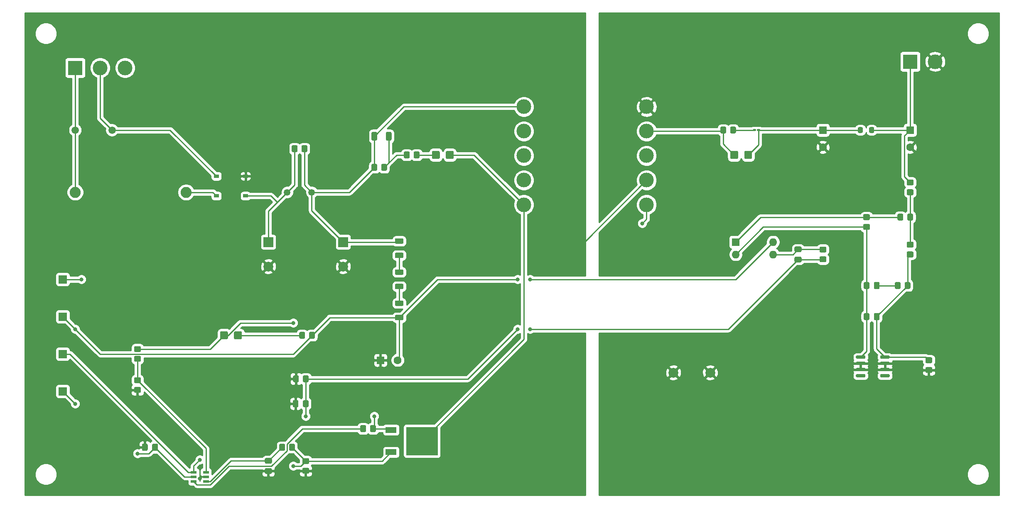
<source format=gbr>
%TF.GenerationSoftware,KiCad,Pcbnew,(5.1.10)-1*%
%TF.CreationDate,2024-07-26T12:52:35+05:30*%
%TF.ProjectId,Flyback_DC-DC,466c7962-6163-46b5-9f44-432d44432e6b,rev?*%
%TF.SameCoordinates,Original*%
%TF.FileFunction,Copper,L1,Top*%
%TF.FilePolarity,Positive*%
%FSLAX46Y46*%
G04 Gerber Fmt 4.6, Leading zero omitted, Abs format (unit mm)*
G04 Created by KiCad (PCBNEW (5.1.10)-1) date 2024-07-26 12:52:35*
%MOMM*%
%LPD*%
G01*
G04 APERTURE LIST*
%TA.AperFunction,ComponentPad*%
%ADD10C,3.000000*%
%TD*%
%TA.AperFunction,ComponentPad*%
%ADD11C,2.000000*%
%TD*%
%TA.AperFunction,ComponentPad*%
%ADD12R,2.000000X2.000000*%
%TD*%
%TA.AperFunction,ComponentPad*%
%ADD13C,1.600000*%
%TD*%
%TA.AperFunction,ComponentPad*%
%ADD14R,1.600000X1.600000*%
%TD*%
%TA.AperFunction,SMDPad,CuDef*%
%ADD15R,1.000000X0.700000*%
%TD*%
%TA.AperFunction,ComponentPad*%
%ADD16C,2.250000*%
%TD*%
%TA.AperFunction,SMDPad,CuDef*%
%ADD17R,1.200000X0.600000*%
%TD*%
%TA.AperFunction,ComponentPad*%
%ADD18R,3.000000X3.000000*%
%TD*%
%TA.AperFunction,ComponentPad*%
%ADD19C,1.350000*%
%TD*%
%TA.AperFunction,SMDPad,CuDef*%
%ADD20R,6.400000X5.800000*%
%TD*%
%TA.AperFunction,SMDPad,CuDef*%
%ADD21R,2.200000X1.200000*%
%TD*%
%TA.AperFunction,ComponentPad*%
%ADD22C,1.500000*%
%TD*%
%TA.AperFunction,ComponentPad*%
%ADD23R,1.700000X1.700000*%
%TD*%
%TA.AperFunction,ComponentPad*%
%ADD24O,1.600000X1.600000*%
%TD*%
%TA.AperFunction,ViaPad*%
%ADD25C,0.800000*%
%TD*%
%TA.AperFunction,Conductor*%
%ADD26C,0.254000*%
%TD*%
%TA.AperFunction,Conductor*%
%ADD27C,0.100000*%
%TD*%
G04 APERTURE END LIST*
D10*
%TO.P,T1,1*%
%TO.N,Net-(D3-Pad2)*%
X152400000Y-74930000D03*
%TO.P,T1,2*%
%TO.N,N/C*%
X152400000Y-69930000D03*
%TO.P,T1,3*%
X152400000Y-64930000D03*
%TO.P,T1,4*%
X152400000Y-59930000D03*
%TO.P,T1,5*%
%TO.N,Net-(C2-Pad1)*%
X152400000Y-54930000D03*
%TO.P,T1,6*%
%TO.N,GND1*%
X177400000Y-54930000D03*
%TO.P,T1,7*%
%TO.N,Net-(D4-Pad2)*%
X177400000Y-59930000D03*
%TO.P,T1,8*%
%TO.N,N/C*%
X177400000Y-64930000D03*
%TO.P,T1,9*%
%TO.N,GND*%
X177400000Y-69930000D03*
%TO.P,T1,10*%
%TO.N,THRESHOLD*%
X177400000Y-74930000D03*
%TD*%
D11*
%TO.P,C1,2*%
%TO.N,GND*%
X100330000Y-87550000D03*
D12*
%TO.P,C1,1*%
%TO.N,Net-(C1-Pad1)*%
X100330000Y-82550000D03*
%TD*%
%TO.P,C2,1*%
%TO.N,Net-(C2-Pad1)*%
X115570000Y-82550000D03*
D11*
%TO.P,C2,2*%
%TO.N,GND*%
X115570000Y-87550000D03*
%TD*%
%TO.P,C3,2*%
%TO.N,GND*%
%TA.AperFunction,SMDPad,CuDef*%
G36*
G01*
X75750000Y-123985000D02*
X75750000Y-124935000D01*
G75*
G02*
X75500000Y-125185000I-250000J0D01*
G01*
X74825000Y-125185000D01*
G75*
G02*
X74575000Y-124935000I0J250000D01*
G01*
X74575000Y-123985000D01*
G75*
G02*
X74825000Y-123735000I250000J0D01*
G01*
X75500000Y-123735000D01*
G75*
G02*
X75750000Y-123985000I0J-250000D01*
G01*
G37*
%TD.AperFunction*%
%TO.P,C3,1*%
%TO.N,VFB*%
%TA.AperFunction,SMDPad,CuDef*%
G36*
G01*
X77825000Y-123985000D02*
X77825000Y-124935000D01*
G75*
G02*
X77575000Y-125185000I-250000J0D01*
G01*
X76900000Y-125185000D01*
G75*
G02*
X76650000Y-124935000I0J250000D01*
G01*
X76650000Y-123985000D01*
G75*
G02*
X76900000Y-123735000I250000J0D01*
G01*
X77575000Y-123735000D01*
G75*
G02*
X77825000Y-123985000I0J-250000D01*
G01*
G37*
%TD.AperFunction*%
%TD*%
%TO.P,C4,1*%
%TO.N,FB*%
%TA.AperFunction,SMDPad,CuDef*%
G36*
G01*
X108537500Y-115095000D02*
X108537500Y-116045000D01*
G75*
G02*
X108287500Y-116295000I-250000J0D01*
G01*
X107612500Y-116295000D01*
G75*
G02*
X107362500Y-116045000I0J250000D01*
G01*
X107362500Y-115095000D01*
G75*
G02*
X107612500Y-114845000I250000J0D01*
G01*
X108287500Y-114845000D01*
G75*
G02*
X108537500Y-115095000I0J-250000D01*
G01*
G37*
%TD.AperFunction*%
%TO.P,C4,2*%
%TO.N,GND*%
%TA.AperFunction,SMDPad,CuDef*%
G36*
G01*
X106462500Y-115095000D02*
X106462500Y-116045000D01*
G75*
G02*
X106212500Y-116295000I-250000J0D01*
G01*
X105537500Y-116295000D01*
G75*
G02*
X105287500Y-116045000I0J250000D01*
G01*
X105287500Y-115095000D01*
G75*
G02*
X105537500Y-114845000I250000J0D01*
G01*
X106212500Y-114845000D01*
G75*
G02*
X106462500Y-115095000I0J-250000D01*
G01*
G37*
%TD.AperFunction*%
%TD*%
%TO.P,C5,1*%
%TO.N,Net-(C5-Pad1)*%
%TA.AperFunction,SMDPad,CuDef*%
G36*
G01*
X125445000Y-60309999D02*
X125445000Y-61610001D01*
G75*
G02*
X125195001Y-61860000I-249999J0D01*
G01*
X124544999Y-61860000D01*
G75*
G02*
X124295000Y-61610001I0J249999D01*
G01*
X124295000Y-60309999D01*
G75*
G02*
X124544999Y-60060000I249999J0D01*
G01*
X125195001Y-60060000D01*
G75*
G02*
X125445000Y-60309999I0J-249999D01*
G01*
G37*
%TD.AperFunction*%
%TO.P,C5,2*%
%TO.N,Net-(C2-Pad1)*%
%TA.AperFunction,SMDPad,CuDef*%
G36*
G01*
X122495000Y-60309999D02*
X122495000Y-61610001D01*
G75*
G02*
X122245001Y-61860000I-249999J0D01*
G01*
X121594999Y-61860000D01*
G75*
G02*
X121345000Y-61610001I0J249999D01*
G01*
X121345000Y-60309999D01*
G75*
G02*
X121594999Y-60060000I249999J0D01*
G01*
X122245001Y-60060000D01*
G75*
G02*
X122495000Y-60309999I0J-249999D01*
G01*
G37*
%TD.AperFunction*%
%TD*%
%TO.P,C6,2*%
%TO.N,GND*%
%TA.AperFunction,SMDPad,CuDef*%
G36*
G01*
X99855000Y-128720000D02*
X100805000Y-128720000D01*
G75*
G02*
X101055000Y-128970000I0J-250000D01*
G01*
X101055000Y-129645000D01*
G75*
G02*
X100805000Y-129895000I-250000J0D01*
G01*
X99855000Y-129895000D01*
G75*
G02*
X99605000Y-129645000I0J250000D01*
G01*
X99605000Y-128970000D01*
G75*
G02*
X99855000Y-128720000I250000J0D01*
G01*
G37*
%TD.AperFunction*%
%TO.P,C6,1*%
%TO.N,Net-(C6-Pad1)*%
%TA.AperFunction,SMDPad,CuDef*%
G36*
G01*
X99855000Y-126645000D02*
X100805000Y-126645000D01*
G75*
G02*
X101055000Y-126895000I0J-250000D01*
G01*
X101055000Y-127570000D01*
G75*
G02*
X100805000Y-127820000I-250000J0D01*
G01*
X99855000Y-127820000D01*
G75*
G02*
X99605000Y-127570000I0J250000D01*
G01*
X99605000Y-126895000D01*
G75*
G02*
X99855000Y-126645000I250000J0D01*
G01*
G37*
%TD.AperFunction*%
%TD*%
%TO.P,C7,2*%
%TO.N,Net-(C7-Pad2)*%
%TA.AperFunction,SMDPad,CuDef*%
G36*
G01*
X199732500Y-59590000D02*
X199732500Y-59790000D01*
G75*
G02*
X199632500Y-59890000I-100000J0D01*
G01*
X199197500Y-59890000D01*
G75*
G02*
X199097500Y-59790000I0J100000D01*
G01*
X199097500Y-59590000D01*
G75*
G02*
X199197500Y-59490000I100000J0D01*
G01*
X199632500Y-59490000D01*
G75*
G02*
X199732500Y-59590000I0J-100000D01*
G01*
G37*
%TD.AperFunction*%
%TO.P,C7,1*%
%TO.N,Net-(C7-Pad1)*%
%TA.AperFunction,SMDPad,CuDef*%
G36*
G01*
X200547500Y-59590000D02*
X200547500Y-59790000D01*
G75*
G02*
X200447500Y-59890000I-100000J0D01*
G01*
X200012500Y-59890000D01*
G75*
G02*
X199912500Y-59790000I0J100000D01*
G01*
X199912500Y-59590000D01*
G75*
G02*
X200012500Y-59490000I100000J0D01*
G01*
X200447500Y-59490000D01*
G75*
G02*
X200547500Y-59590000I0J-100000D01*
G01*
G37*
%TD.AperFunction*%
%TD*%
%TO.P,C8,2*%
%TO.N,FB*%
%TA.AperFunction,SMDPad,CuDef*%
G36*
G01*
X207805000Y-85540000D02*
X208755000Y-85540000D01*
G75*
G02*
X209005000Y-85790000I0J-250000D01*
G01*
X209005000Y-86465000D01*
G75*
G02*
X208755000Y-86715000I-250000J0D01*
G01*
X207805000Y-86715000D01*
G75*
G02*
X207555000Y-86465000I0J250000D01*
G01*
X207555000Y-85790000D01*
G75*
G02*
X207805000Y-85540000I250000J0D01*
G01*
G37*
%TD.AperFunction*%
%TO.P,C8,1*%
%TO.N,Net-(C8-Pad1)*%
%TA.AperFunction,SMDPad,CuDef*%
G36*
G01*
X207805000Y-83465000D02*
X208755000Y-83465000D01*
G75*
G02*
X209005000Y-83715000I0J-250000D01*
G01*
X209005000Y-84390000D01*
G75*
G02*
X208755000Y-84640000I-250000J0D01*
G01*
X207805000Y-84640000D01*
G75*
G02*
X207555000Y-84390000I0J250000D01*
G01*
X207555000Y-83715000D01*
G75*
G02*
X207805000Y-83465000I250000J0D01*
G01*
G37*
%TD.AperFunction*%
%TD*%
D13*
%TO.P,C9,2*%
%TO.N,GND1*%
X213360000Y-63190000D03*
D14*
%TO.P,C9,1*%
%TO.N,Net-(C7-Pad1)*%
X213360000Y-59690000D03*
%TD*%
%TO.P,C10,1*%
%TO.N,Net-(C10-Pad1)*%
%TA.AperFunction,SMDPad,CuDef*%
G36*
G01*
X221662500Y-91915000D02*
X221662500Y-90965000D01*
G75*
G02*
X221912500Y-90715000I250000J0D01*
G01*
X222587500Y-90715000D01*
G75*
G02*
X222837500Y-90965000I0J-250000D01*
G01*
X222837500Y-91915000D01*
G75*
G02*
X222587500Y-92165000I-250000J0D01*
G01*
X221912500Y-92165000D01*
G75*
G02*
X221662500Y-91915000I0J250000D01*
G01*
G37*
%TD.AperFunction*%
%TO.P,C10,2*%
%TO.N,Net-(C10-Pad2)*%
%TA.AperFunction,SMDPad,CuDef*%
G36*
G01*
X223737500Y-91915000D02*
X223737500Y-90965000D01*
G75*
G02*
X223987500Y-90715000I250000J0D01*
G01*
X224662500Y-90715000D01*
G75*
G02*
X224912500Y-90965000I0J-250000D01*
G01*
X224912500Y-91915000D01*
G75*
G02*
X224662500Y-92165000I-250000J0D01*
G01*
X223987500Y-92165000D01*
G75*
G02*
X223737500Y-91915000I0J250000D01*
G01*
G37*
%TD.AperFunction*%
%TD*%
%TO.P,C11,1*%
%TO.N,+5VDC*%
X231140000Y-59690000D03*
D13*
%TO.P,C11,2*%
%TO.N,GND1*%
X231140000Y-63190000D03*
%TD*%
%TO.P,C12,1*%
%TO.N,Net-(C12-Pad1)*%
%TA.AperFunction,SMDPad,CuDef*%
G36*
G01*
X224912500Y-97315000D02*
X224912500Y-98265000D01*
G75*
G02*
X224662500Y-98515000I-250000J0D01*
G01*
X223987500Y-98515000D01*
G75*
G02*
X223737500Y-98265000I0J250000D01*
G01*
X223737500Y-97315000D01*
G75*
G02*
X223987500Y-97065000I250000J0D01*
G01*
X224662500Y-97065000D01*
G75*
G02*
X224912500Y-97315000I0J-250000D01*
G01*
G37*
%TD.AperFunction*%
%TO.P,C12,2*%
%TO.N,Net-(C10-Pad1)*%
%TA.AperFunction,SMDPad,CuDef*%
G36*
G01*
X222837500Y-97315000D02*
X222837500Y-98265000D01*
G75*
G02*
X222587500Y-98515000I-250000J0D01*
G01*
X221912500Y-98515000D01*
G75*
G02*
X221662500Y-98265000I0J250000D01*
G01*
X221662500Y-97315000D01*
G75*
G02*
X221912500Y-97065000I250000J0D01*
G01*
X222587500Y-97065000D01*
G75*
G02*
X222837500Y-97315000I0J-250000D01*
G01*
G37*
%TD.AperFunction*%
%TD*%
D14*
%TO.P,C13,1*%
%TO.N,GND*%
X123190000Y-106680000D03*
D13*
%TO.P,C13,2*%
%TO.N,VFB*%
X126690000Y-106680000D03*
%TD*%
D11*
%TO.P,C14,1*%
%TO.N,GND1*%
X182880000Y-109220000D03*
%TO.P,C14,2*%
X190380000Y-109220000D03*
%TD*%
D15*
%TO.P,D1,1*%
%TO.N,Net-(C1-Pad1)*%
X95685000Y-73120000D03*
%TO.P,D1,2*%
%TO.N,GND*%
X95685000Y-69120000D03*
%TO.P,D1,3*%
%TO.N,NEUT*%
X89735000Y-69120000D03*
%TO.P,D1,4*%
%TO.N,Net-(D1-Pad4)*%
X89735000Y-73120000D03*
%TD*%
%TO.P,D2,2*%
%TO.N,THRESHOLD*%
%TA.AperFunction,SMDPad,CuDef*%
G36*
G01*
X92085000Y-101025000D02*
X92085000Y-102175000D01*
G75*
G02*
X91835000Y-102425000I-250000J0D01*
G01*
X90735000Y-102425000D01*
G75*
G02*
X90485000Y-102175000I0J250000D01*
G01*
X90485000Y-101025000D01*
G75*
G02*
X90735000Y-100775000I250000J0D01*
G01*
X91835000Y-100775000D01*
G75*
G02*
X92085000Y-101025000I0J-250000D01*
G01*
G37*
%TD.AperFunction*%
%TO.P,D2,1*%
%TO.N,Net-(D2-Pad1)*%
%TA.AperFunction,SMDPad,CuDef*%
G36*
G01*
X94935000Y-101025000D02*
X94935000Y-102175000D01*
G75*
G02*
X94685000Y-102425000I-250000J0D01*
G01*
X93585000Y-102425000D01*
G75*
G02*
X93335000Y-102175000I0J250000D01*
G01*
X93335000Y-101025000D01*
G75*
G02*
X93585000Y-100775000I250000J0D01*
G01*
X94685000Y-100775000D01*
G75*
G02*
X94935000Y-101025000I0J-250000D01*
G01*
G37*
%TD.AperFunction*%
%TD*%
%TO.P,D3,1*%
%TO.N,Net-(D3-Pad1)*%
%TA.AperFunction,SMDPad,CuDef*%
G36*
G01*
X133665000Y-65345000D02*
X133665000Y-64195000D01*
G75*
G02*
X133915000Y-63945000I250000J0D01*
G01*
X135015000Y-63945000D01*
G75*
G02*
X135265000Y-64195000I0J-250000D01*
G01*
X135265000Y-65345000D01*
G75*
G02*
X135015000Y-65595000I-250000J0D01*
G01*
X133915000Y-65595000D01*
G75*
G02*
X133665000Y-65345000I0J250000D01*
G01*
G37*
%TD.AperFunction*%
%TO.P,D3,2*%
%TO.N,Net-(D3-Pad2)*%
%TA.AperFunction,SMDPad,CuDef*%
G36*
G01*
X136515000Y-65345000D02*
X136515000Y-64195000D01*
G75*
G02*
X136765000Y-63945000I250000J0D01*
G01*
X137865000Y-63945000D01*
G75*
G02*
X138115000Y-64195000I0J-250000D01*
G01*
X138115000Y-65345000D01*
G75*
G02*
X137865000Y-65595000I-250000J0D01*
G01*
X136765000Y-65595000D01*
G75*
G02*
X136515000Y-65345000I0J250000D01*
G01*
G37*
%TD.AperFunction*%
%TD*%
%TO.P,D4,2*%
%TO.N,Net-(D4-Pad2)*%
%TA.AperFunction,SMDPad,CuDef*%
G36*
G01*
X196070000Y-64195000D02*
X196070000Y-65345000D01*
G75*
G02*
X195820000Y-65595000I-250000J0D01*
G01*
X194720000Y-65595000D01*
G75*
G02*
X194470000Y-65345000I0J250000D01*
G01*
X194470000Y-64195000D01*
G75*
G02*
X194720000Y-63945000I250000J0D01*
G01*
X195820000Y-63945000D01*
G75*
G02*
X196070000Y-64195000I0J-250000D01*
G01*
G37*
%TD.AperFunction*%
%TO.P,D4,1*%
%TO.N,Net-(C7-Pad1)*%
%TA.AperFunction,SMDPad,CuDef*%
G36*
G01*
X198920000Y-64195000D02*
X198920000Y-65345000D01*
G75*
G02*
X198670000Y-65595000I-250000J0D01*
G01*
X197570000Y-65595000D01*
G75*
G02*
X197320000Y-65345000I0J250000D01*
G01*
X197320000Y-64195000D01*
G75*
G02*
X197570000Y-63945000I250000J0D01*
G01*
X198670000Y-63945000D01*
G75*
G02*
X198920000Y-64195000I0J-250000D01*
G01*
G37*
%TD.AperFunction*%
%TD*%
D16*
%TO.P,F1,1*%
%TO.N,AC*%
X60960000Y-72390000D03*
%TO.P,F1,2*%
%TO.N,Net-(D1-Pad4)*%
X83560000Y-72390000D03*
%TD*%
D17*
%TO.P,IC1,1*%
%TO.N,FB*%
X85110000Y-129540000D03*
%TO.P,IC1,2*%
%TO.N,VFB*%
X85110000Y-130490000D03*
%TO.P,IC1,3*%
%TO.N,Net-(IC1-Pad3)*%
X85110000Y-131440000D03*
%TO.P,IC1,4*%
%TO.N,Net-(C6-Pad1)*%
X87610000Y-131440000D03*
%TO.P,IC1,5*%
%TO.N,GND*%
X87610000Y-130490000D03*
%TO.P,IC1,6*%
%TO.N,Net-(IC1-Pad6)*%
X87610000Y-129540000D03*
%TD*%
D10*
%TO.P,J1,3*%
%TO.N,N/C*%
X71120000Y-46990000D03*
%TO.P,J1,2*%
%TO.N,NEUT*%
X66040000Y-46990000D03*
D18*
%TO.P,J1,1*%
%TO.N,AC*%
X60960000Y-46990000D03*
%TD*%
%TO.P,J2,1*%
%TO.N,+5VDC*%
X231140000Y-45720000D03*
D10*
%TO.P,J2,2*%
%TO.N,GND1*%
X236220000Y-45720000D03*
%TD*%
D19*
%TO.P,L1,1*%
%TO.N,Net-(C1-Pad1)*%
X104180000Y-72390000D03*
%TO.P,L1,2*%
%TO.N,Net-(C2-Pad1)*%
X109180000Y-72390000D03*
%TD*%
%TO.P,L2,1*%
%TO.N,Net-(C7-Pad1)*%
%TA.AperFunction,SMDPad,CuDef*%
G36*
G01*
X220455000Y-60040001D02*
X220455000Y-59339999D01*
G75*
G02*
X220704999Y-59090000I249999J0D01*
G01*
X221255001Y-59090000D01*
G75*
G02*
X221505000Y-59339999I0J-249999D01*
G01*
X221505000Y-60040001D01*
G75*
G02*
X221255001Y-60290000I-249999J0D01*
G01*
X220704999Y-60290000D01*
G75*
G02*
X220455000Y-60040001I0J249999D01*
G01*
G37*
%TD.AperFunction*%
%TO.P,L2,2*%
%TO.N,+5VDC*%
%TA.AperFunction,SMDPad,CuDef*%
G36*
G01*
X222755000Y-60040001D02*
X222755000Y-59339999D01*
G75*
G02*
X223004999Y-59090000I249999J0D01*
G01*
X223555001Y-59090000D01*
G75*
G02*
X223805000Y-59339999I0J-249999D01*
G01*
X223805000Y-60040001D01*
G75*
G02*
X223555001Y-60290000I-249999J0D01*
G01*
X223004999Y-60290000D01*
G75*
G02*
X222755000Y-60040001I0J249999D01*
G01*
G37*
%TD.AperFunction*%
%TD*%
D20*
%TO.P,Q1,2*%
%TO.N,Net-(D3-Pad2)*%
X131640000Y-123190000D03*
D21*
%TO.P,Q1,3*%
%TO.N,V-Isense*%
X125340000Y-125470000D03*
%TO.P,Q1,1*%
%TO.N,GATEPULSE*%
X125340000Y-120910000D03*
%TD*%
%TO.P,R1,2*%
%TO.N,Net-(C1-Pad1)*%
%TA.AperFunction,SMDPad,CuDef*%
G36*
G01*
X106280000Y-63049999D02*
X106280000Y-63950001D01*
G75*
G02*
X106030001Y-64200000I-249999J0D01*
G01*
X105329999Y-64200000D01*
G75*
G02*
X105080000Y-63950001I0J249999D01*
G01*
X105080000Y-63049999D01*
G75*
G02*
X105329999Y-62800000I249999J0D01*
G01*
X106030001Y-62800000D01*
G75*
G02*
X106280000Y-63049999I0J-249999D01*
G01*
G37*
%TD.AperFunction*%
%TO.P,R1,1*%
%TO.N,Net-(C2-Pad1)*%
%TA.AperFunction,SMDPad,CuDef*%
G36*
G01*
X108280000Y-63049999D02*
X108280000Y-63950001D01*
G75*
G02*
X108030001Y-64200000I-249999J0D01*
G01*
X107329999Y-64200000D01*
G75*
G02*
X107080000Y-63950001I0J249999D01*
G01*
X107080000Y-63049999D01*
G75*
G02*
X107329999Y-62800000I249999J0D01*
G01*
X108030001Y-62800000D01*
G75*
G02*
X108280000Y-63049999I0J-249999D01*
G01*
G37*
%TD.AperFunction*%
%TD*%
%TO.P,R2,2*%
%TO.N,Net-(IC1-Pad6)*%
%TA.AperFunction,SMDPad,CuDef*%
G36*
G01*
X73209999Y-105810000D02*
X74110001Y-105810000D01*
G75*
G02*
X74360000Y-106059999I0J-249999D01*
G01*
X74360000Y-106760001D01*
G75*
G02*
X74110001Y-107010000I-249999J0D01*
G01*
X73209999Y-107010000D01*
G75*
G02*
X72960000Y-106760001I0J249999D01*
G01*
X72960000Y-106059999D01*
G75*
G02*
X73209999Y-105810000I249999J0D01*
G01*
G37*
%TD.AperFunction*%
%TO.P,R2,1*%
%TO.N,THRESHOLD*%
%TA.AperFunction,SMDPad,CuDef*%
G36*
G01*
X73209999Y-103810000D02*
X74110001Y-103810000D01*
G75*
G02*
X74360000Y-104059999I0J-249999D01*
G01*
X74360000Y-104760001D01*
G75*
G02*
X74110001Y-105010000I-249999J0D01*
G01*
X73209999Y-105010000D01*
G75*
G02*
X72960000Y-104760001I0J249999D01*
G01*
X72960000Y-104059999D01*
G75*
G02*
X73209999Y-103810000I249999J0D01*
G01*
G37*
%TD.AperFunction*%
%TD*%
%TO.P,R3,2*%
%TO.N,Net-(IC1-Pad6)*%
%TA.AperFunction,SMDPad,CuDef*%
G36*
G01*
X74110001Y-111360000D02*
X73209999Y-111360000D01*
G75*
G02*
X72960000Y-111110001I0J249999D01*
G01*
X72960000Y-110409999D01*
G75*
G02*
X73209999Y-110160000I249999J0D01*
G01*
X74110001Y-110160000D01*
G75*
G02*
X74360000Y-110409999I0J-249999D01*
G01*
X74360000Y-111110001D01*
G75*
G02*
X74110001Y-111360000I-249999J0D01*
G01*
G37*
%TD.AperFunction*%
%TO.P,R3,1*%
%TO.N,GND*%
%TA.AperFunction,SMDPad,CuDef*%
G36*
G01*
X74110001Y-113360000D02*
X73209999Y-113360000D01*
G75*
G02*
X72960000Y-113110001I0J249999D01*
G01*
X72960000Y-112409999D01*
G75*
G02*
X73209999Y-112160000I249999J0D01*
G01*
X74110001Y-112160000D01*
G75*
G02*
X74360000Y-112409999I0J-249999D01*
G01*
X74360000Y-113110001D01*
G75*
G02*
X74110001Y-113360000I-249999J0D01*
G01*
G37*
%TD.AperFunction*%
%TD*%
%TO.P,R4,1*%
%TO.N,VFB*%
%TA.AperFunction,SMDPad,CuDef*%
G36*
G01*
X109820000Y-101149999D02*
X109820000Y-102050001D01*
G75*
G02*
X109570001Y-102300000I-249999J0D01*
G01*
X108869999Y-102300000D01*
G75*
G02*
X108620000Y-102050001I0J249999D01*
G01*
X108620000Y-101149999D01*
G75*
G02*
X108869999Y-100900000I249999J0D01*
G01*
X109570001Y-100900000D01*
G75*
G02*
X109820000Y-101149999I0J-249999D01*
G01*
G37*
%TD.AperFunction*%
%TO.P,R4,2*%
%TO.N,Net-(D2-Pad1)*%
%TA.AperFunction,SMDPad,CuDef*%
G36*
G01*
X107820000Y-101149999D02*
X107820000Y-102050001D01*
G75*
G02*
X107570001Y-102300000I-249999J0D01*
G01*
X106869999Y-102300000D01*
G75*
G02*
X106620000Y-102050001I0J249999D01*
G01*
X106620000Y-101149999D01*
G75*
G02*
X106869999Y-100900000I249999J0D01*
G01*
X107570001Y-100900000D01*
G75*
G02*
X107820000Y-101149999I0J-249999D01*
G01*
G37*
%TD.AperFunction*%
%TD*%
%TO.P,R5,1*%
%TO.N,GND*%
%TA.AperFunction,SMDPad,CuDef*%
G36*
G01*
X105350000Y-110940001D02*
X105350000Y-110039999D01*
G75*
G02*
X105599999Y-109790000I249999J0D01*
G01*
X106300001Y-109790000D01*
G75*
G02*
X106550000Y-110039999I0J-249999D01*
G01*
X106550000Y-110940001D01*
G75*
G02*
X106300001Y-111190000I-249999J0D01*
G01*
X105599999Y-111190000D01*
G75*
G02*
X105350000Y-110940001I0J249999D01*
G01*
G37*
%TD.AperFunction*%
%TO.P,R5,2*%
%TO.N,FB*%
%TA.AperFunction,SMDPad,CuDef*%
G36*
G01*
X107350000Y-110940001D02*
X107350000Y-110039999D01*
G75*
G02*
X107599999Y-109790000I249999J0D01*
G01*
X108300001Y-109790000D01*
G75*
G02*
X108550000Y-110039999I0J-249999D01*
G01*
X108550000Y-110940001D01*
G75*
G02*
X108300001Y-111190000I-249999J0D01*
G01*
X107599999Y-111190000D01*
G75*
G02*
X107350000Y-110940001I0J249999D01*
G01*
G37*
%TD.AperFunction*%
%TD*%
%TO.P,R6,1*%
%TO.N,Net-(C2-Pad1)*%
%TA.AperFunction,SMDPad,CuDef*%
G36*
G01*
X126374999Y-81795000D02*
X127625001Y-81795000D01*
G75*
G02*
X127875000Y-82044999I0J-249999D01*
G01*
X127875000Y-82670001D01*
G75*
G02*
X127625001Y-82920000I-249999J0D01*
G01*
X126374999Y-82920000D01*
G75*
G02*
X126125000Y-82670001I0J249999D01*
G01*
X126125000Y-82044999D01*
G75*
G02*
X126374999Y-81795000I249999J0D01*
G01*
G37*
%TD.AperFunction*%
%TO.P,R6,2*%
%TO.N,Net-(R6-Pad2)*%
%TA.AperFunction,SMDPad,CuDef*%
G36*
G01*
X126374999Y-84720000D02*
X127625001Y-84720000D01*
G75*
G02*
X127875000Y-84969999I0J-249999D01*
G01*
X127875000Y-85595001D01*
G75*
G02*
X127625001Y-85845000I-249999J0D01*
G01*
X126374999Y-85845000D01*
G75*
G02*
X126125000Y-85595001I0J249999D01*
G01*
X126125000Y-84969999D01*
G75*
G02*
X126374999Y-84720000I249999J0D01*
G01*
G37*
%TD.AperFunction*%
%TD*%
%TO.P,R7,2*%
%TO.N,Net-(R7-Pad2)*%
%TA.AperFunction,SMDPad,CuDef*%
G36*
G01*
X126374999Y-91070000D02*
X127625001Y-91070000D01*
G75*
G02*
X127875000Y-91319999I0J-249999D01*
G01*
X127875000Y-91945001D01*
G75*
G02*
X127625001Y-92195000I-249999J0D01*
G01*
X126374999Y-92195000D01*
G75*
G02*
X126125000Y-91945001I0J249999D01*
G01*
X126125000Y-91319999D01*
G75*
G02*
X126374999Y-91070000I249999J0D01*
G01*
G37*
%TD.AperFunction*%
%TO.P,R7,1*%
%TO.N,Net-(R6-Pad2)*%
%TA.AperFunction,SMDPad,CuDef*%
G36*
G01*
X126374999Y-88145000D02*
X127625001Y-88145000D01*
G75*
G02*
X127875000Y-88394999I0J-249999D01*
G01*
X127875000Y-89020001D01*
G75*
G02*
X127625001Y-89270000I-249999J0D01*
G01*
X126374999Y-89270000D01*
G75*
G02*
X126125000Y-89020001I0J249999D01*
G01*
X126125000Y-88394999D01*
G75*
G02*
X126374999Y-88145000I249999J0D01*
G01*
G37*
%TD.AperFunction*%
%TD*%
%TO.P,R8,1*%
%TO.N,Net-(R7-Pad2)*%
%TA.AperFunction,SMDPad,CuDef*%
G36*
G01*
X126374999Y-94495000D02*
X127625001Y-94495000D01*
G75*
G02*
X127875000Y-94744999I0J-249999D01*
G01*
X127875000Y-95370001D01*
G75*
G02*
X127625001Y-95620000I-249999J0D01*
G01*
X126374999Y-95620000D01*
G75*
G02*
X126125000Y-95370001I0J249999D01*
G01*
X126125000Y-94744999D01*
G75*
G02*
X126374999Y-94495000I249999J0D01*
G01*
G37*
%TD.AperFunction*%
%TO.P,R8,2*%
%TO.N,VFB*%
%TA.AperFunction,SMDPad,CuDef*%
G36*
G01*
X126374999Y-97420000D02*
X127625001Y-97420000D01*
G75*
G02*
X127875000Y-97669999I0J-249999D01*
G01*
X127875000Y-98295001D01*
G75*
G02*
X127625001Y-98545000I-249999J0D01*
G01*
X126374999Y-98545000D01*
G75*
G02*
X126125000Y-98295001I0J249999D01*
G01*
X126125000Y-97669999D01*
G75*
G02*
X126374999Y-97420000I249999J0D01*
G01*
G37*
%TD.AperFunction*%
%TD*%
%TO.P,R9,2*%
%TO.N,Net-(C2-Pad1)*%
%TA.AperFunction,SMDPad,CuDef*%
G36*
G01*
X122520000Y-66859999D02*
X122520000Y-67760001D01*
G75*
G02*
X122270001Y-68010000I-249999J0D01*
G01*
X121569999Y-68010000D01*
G75*
G02*
X121320000Y-67760001I0J249999D01*
G01*
X121320000Y-66859999D01*
G75*
G02*
X121569999Y-66610000I249999J0D01*
G01*
X122270001Y-66610000D01*
G75*
G02*
X122520000Y-66859999I0J-249999D01*
G01*
G37*
%TD.AperFunction*%
%TO.P,R9,1*%
%TO.N,Net-(C5-Pad1)*%
%TA.AperFunction,SMDPad,CuDef*%
G36*
G01*
X124520000Y-66859999D02*
X124520000Y-67760001D01*
G75*
G02*
X124270001Y-68010000I-249999J0D01*
G01*
X123569999Y-68010000D01*
G75*
G02*
X123320000Y-67760001I0J249999D01*
G01*
X123320000Y-66859999D01*
G75*
G02*
X123569999Y-66610000I249999J0D01*
G01*
X124270001Y-66610000D01*
G75*
G02*
X124520000Y-66859999I0J-249999D01*
G01*
G37*
%TD.AperFunction*%
%TD*%
%TO.P,R10,1*%
%TO.N,Net-(D3-Pad1)*%
%TA.AperFunction,SMDPad,CuDef*%
G36*
G01*
X131140000Y-64319999D02*
X131140000Y-65220001D01*
G75*
G02*
X130890001Y-65470000I-249999J0D01*
G01*
X130189999Y-65470000D01*
G75*
G02*
X129940000Y-65220001I0J249999D01*
G01*
X129940000Y-64319999D01*
G75*
G02*
X130189999Y-64070000I249999J0D01*
G01*
X130890001Y-64070000D01*
G75*
G02*
X131140000Y-64319999I0J-249999D01*
G01*
G37*
%TD.AperFunction*%
%TO.P,R10,2*%
%TO.N,Net-(C5-Pad1)*%
%TA.AperFunction,SMDPad,CuDef*%
G36*
G01*
X129140000Y-64319999D02*
X129140000Y-65220001D01*
G75*
G02*
X128890001Y-65470000I-249999J0D01*
G01*
X128189999Y-65470000D01*
G75*
G02*
X127940000Y-65220001I0J249999D01*
G01*
X127940000Y-64319999D01*
G75*
G02*
X128189999Y-64070000I249999J0D01*
G01*
X128890001Y-64070000D01*
G75*
G02*
X129140000Y-64319999I0J-249999D01*
G01*
G37*
%TD.AperFunction*%
%TD*%
%TO.P,R11,2*%
%TO.N,Net-(IC1-Pad3)*%
%TA.AperFunction,SMDPad,CuDef*%
G36*
G01*
X120250000Y-120199999D02*
X120250000Y-121100001D01*
G75*
G02*
X120000001Y-121350000I-249999J0D01*
G01*
X119299999Y-121350000D01*
G75*
G02*
X119050000Y-121100001I0J249999D01*
G01*
X119050000Y-120199999D01*
G75*
G02*
X119299999Y-119950000I249999J0D01*
G01*
X120000001Y-119950000D01*
G75*
G02*
X120250000Y-120199999I0J-249999D01*
G01*
G37*
%TD.AperFunction*%
%TO.P,R11,1*%
%TO.N,GATEPULSE*%
%TA.AperFunction,SMDPad,CuDef*%
G36*
G01*
X122250000Y-120199999D02*
X122250000Y-121100001D01*
G75*
G02*
X122000001Y-121350000I-249999J0D01*
G01*
X121299999Y-121350000D01*
G75*
G02*
X121050000Y-121100001I0J249999D01*
G01*
X121050000Y-120199999D01*
G75*
G02*
X121299999Y-119950000I249999J0D01*
G01*
X122000001Y-119950000D01*
G75*
G02*
X122250000Y-120199999I0J-249999D01*
G01*
G37*
%TD.AperFunction*%
%TD*%
%TO.P,R12,1*%
%TO.N,V-Isense*%
%TA.AperFunction,SMDPad,CuDef*%
G36*
G01*
X105740000Y-124009999D02*
X105740000Y-124910001D01*
G75*
G02*
X105490001Y-125160000I-249999J0D01*
G01*
X104789999Y-125160000D01*
G75*
G02*
X104540000Y-124910001I0J249999D01*
G01*
X104540000Y-124009999D01*
G75*
G02*
X104789999Y-123760000I249999J0D01*
G01*
X105490001Y-123760000D01*
G75*
G02*
X105740000Y-124009999I0J-249999D01*
G01*
G37*
%TD.AperFunction*%
%TO.P,R12,2*%
%TO.N,Net-(C6-Pad1)*%
%TA.AperFunction,SMDPad,CuDef*%
G36*
G01*
X103740000Y-124009999D02*
X103740000Y-124910001D01*
G75*
G02*
X103490001Y-125160000I-249999J0D01*
G01*
X102789999Y-125160000D01*
G75*
G02*
X102540000Y-124910001I0J249999D01*
G01*
X102540000Y-124009999D01*
G75*
G02*
X102789999Y-123760000I249999J0D01*
G01*
X103490001Y-123760000D01*
G75*
G02*
X103740000Y-124009999I0J-249999D01*
G01*
G37*
%TD.AperFunction*%
%TD*%
%TO.P,R13,2*%
%TO.N,V-Isense*%
%TA.AperFunction,SMDPad,CuDef*%
G36*
G01*
X108400001Y-127870000D02*
X107499999Y-127870000D01*
G75*
G02*
X107250000Y-127620001I0J249999D01*
G01*
X107250000Y-126919999D01*
G75*
G02*
X107499999Y-126670000I249999J0D01*
G01*
X108400001Y-126670000D01*
G75*
G02*
X108650000Y-126919999I0J-249999D01*
G01*
X108650000Y-127620001D01*
G75*
G02*
X108400001Y-127870000I-249999J0D01*
G01*
G37*
%TD.AperFunction*%
%TO.P,R13,1*%
%TO.N,GND*%
%TA.AperFunction,SMDPad,CuDef*%
G36*
G01*
X108400001Y-129870000D02*
X107499999Y-129870000D01*
G75*
G02*
X107250000Y-129620001I0J249999D01*
G01*
X107250000Y-128919999D01*
G75*
G02*
X107499999Y-128670000I249999J0D01*
G01*
X108400001Y-128670000D01*
G75*
G02*
X108650000Y-128919999I0J-249999D01*
G01*
X108650000Y-129620001D01*
G75*
G02*
X108400001Y-129870000I-249999J0D01*
G01*
G37*
%TD.AperFunction*%
%TD*%
%TO.P,R14,1*%
%TO.N,Net-(C7-Pad2)*%
%TA.AperFunction,SMDPad,CuDef*%
G36*
G01*
X195640000Y-59239999D02*
X195640000Y-60140001D01*
G75*
G02*
X195390001Y-60390000I-249999J0D01*
G01*
X194689999Y-60390000D01*
G75*
G02*
X194440000Y-60140001I0J249999D01*
G01*
X194440000Y-59239999D01*
G75*
G02*
X194689999Y-58990000I249999J0D01*
G01*
X195390001Y-58990000D01*
G75*
G02*
X195640000Y-59239999I0J-249999D01*
G01*
G37*
%TD.AperFunction*%
%TO.P,R14,2*%
%TO.N,Net-(D4-Pad2)*%
%TA.AperFunction,SMDPad,CuDef*%
G36*
G01*
X193640000Y-59239999D02*
X193640000Y-60140001D01*
G75*
G02*
X193390001Y-60390000I-249999J0D01*
G01*
X192689999Y-60390000D01*
G75*
G02*
X192440000Y-60140001I0J249999D01*
G01*
X192440000Y-59239999D01*
G75*
G02*
X192689999Y-58990000I249999J0D01*
G01*
X193390001Y-58990000D01*
G75*
G02*
X193640000Y-59239999I0J-249999D01*
G01*
G37*
%TD.AperFunction*%
%TD*%
%TO.P,R15,2*%
%TO.N,Net-(C8-Pad1)*%
%TA.AperFunction,SMDPad,CuDef*%
G36*
G01*
X213810001Y-84690000D02*
X212909999Y-84690000D01*
G75*
G02*
X212660000Y-84440001I0J249999D01*
G01*
X212660000Y-83739999D01*
G75*
G02*
X212909999Y-83490000I249999J0D01*
G01*
X213810001Y-83490000D01*
G75*
G02*
X214060000Y-83739999I0J-249999D01*
G01*
X214060000Y-84440001D01*
G75*
G02*
X213810001Y-84690000I-249999J0D01*
G01*
G37*
%TD.AperFunction*%
%TO.P,R15,1*%
%TO.N,FB*%
%TA.AperFunction,SMDPad,CuDef*%
G36*
G01*
X213810001Y-86690000D02*
X212909999Y-86690000D01*
G75*
G02*
X212660000Y-86440001I0J249999D01*
G01*
X212660000Y-85739999D01*
G75*
G02*
X212909999Y-85490000I249999J0D01*
G01*
X213810001Y-85490000D01*
G75*
G02*
X214060000Y-85739999I0J-249999D01*
G01*
X214060000Y-86440001D01*
G75*
G02*
X213810001Y-86690000I-249999J0D01*
G01*
G37*
%TD.AperFunction*%
%TD*%
%TO.P,R16,1*%
%TO.N,Net-(C10-Pad1)*%
%TA.AperFunction,SMDPad,CuDef*%
G36*
G01*
X222700001Y-80070000D02*
X221799999Y-80070000D01*
G75*
G02*
X221550000Y-79820001I0J249999D01*
G01*
X221550000Y-79119999D01*
G75*
G02*
X221799999Y-78870000I249999J0D01*
G01*
X222700001Y-78870000D01*
G75*
G02*
X222950000Y-79119999I0J-249999D01*
G01*
X222950000Y-79820001D01*
G75*
G02*
X222700001Y-80070000I-249999J0D01*
G01*
G37*
%TD.AperFunction*%
%TO.P,R16,2*%
%TO.N,Net-(R16-Pad2)*%
%TA.AperFunction,SMDPad,CuDef*%
G36*
G01*
X222700001Y-78070000D02*
X221799999Y-78070000D01*
G75*
G02*
X221550000Y-77820001I0J249999D01*
G01*
X221550000Y-77119999D01*
G75*
G02*
X221799999Y-76870000I249999J0D01*
G01*
X222700001Y-76870000D01*
G75*
G02*
X222950000Y-77119999I0J-249999D01*
G01*
X222950000Y-77820001D01*
G75*
G02*
X222700001Y-78070000I-249999J0D01*
G01*
G37*
%TD.AperFunction*%
%TD*%
%TO.P,R17,1*%
%TO.N,Net-(R17-Pad1)*%
%TA.AperFunction,SMDPad,CuDef*%
G36*
G01*
X231740000Y-77019999D02*
X231740000Y-77920001D01*
G75*
G02*
X231490001Y-78170000I-249999J0D01*
G01*
X230789999Y-78170000D01*
G75*
G02*
X230540000Y-77920001I0J249999D01*
G01*
X230540000Y-77019999D01*
G75*
G02*
X230789999Y-76770000I249999J0D01*
G01*
X231490001Y-76770000D01*
G75*
G02*
X231740000Y-77019999I0J-249999D01*
G01*
G37*
%TD.AperFunction*%
%TO.P,R17,2*%
%TO.N,Net-(R16-Pad2)*%
%TA.AperFunction,SMDPad,CuDef*%
G36*
G01*
X229740000Y-77019999D02*
X229740000Y-77920001D01*
G75*
G02*
X229490001Y-78170000I-249999J0D01*
G01*
X228789999Y-78170000D01*
G75*
G02*
X228540000Y-77920001I0J249999D01*
G01*
X228540000Y-77019999D01*
G75*
G02*
X228789999Y-76770000I249999J0D01*
G01*
X229490001Y-76770000D01*
G75*
G02*
X229740000Y-77019999I0J-249999D01*
G01*
G37*
%TD.AperFunction*%
%TD*%
%TO.P,R18,2*%
%TO.N,Net-(C12-Pad1)*%
%TA.AperFunction,SMDPad,CuDef*%
G36*
G01*
X230000000Y-91890001D02*
X230000000Y-90989999D01*
G75*
G02*
X230249999Y-90740000I249999J0D01*
G01*
X230950001Y-90740000D01*
G75*
G02*
X231200000Y-90989999I0J-249999D01*
G01*
X231200000Y-91890001D01*
G75*
G02*
X230950001Y-92140000I-249999J0D01*
G01*
X230249999Y-92140000D01*
G75*
G02*
X230000000Y-91890001I0J249999D01*
G01*
G37*
%TD.AperFunction*%
%TO.P,R18,1*%
%TO.N,Net-(C10-Pad2)*%
%TA.AperFunction,SMDPad,CuDef*%
G36*
G01*
X228000000Y-91890001D02*
X228000000Y-90989999D01*
G75*
G02*
X228249999Y-90740000I249999J0D01*
G01*
X228950001Y-90740000D01*
G75*
G02*
X229200000Y-90989999I0J-249999D01*
G01*
X229200000Y-91890001D01*
G75*
G02*
X228950001Y-92140000I-249999J0D01*
G01*
X228249999Y-92140000D01*
G75*
G02*
X228000000Y-91890001I0J249999D01*
G01*
G37*
%TD.AperFunction*%
%TD*%
%TO.P,R19,2*%
%TO.N,Net-(R17-Pad1)*%
%TA.AperFunction,SMDPad,CuDef*%
G36*
G01*
X230689999Y-71790000D02*
X231590001Y-71790000D01*
G75*
G02*
X231840000Y-72039999I0J-249999D01*
G01*
X231840000Y-72740001D01*
G75*
G02*
X231590001Y-72990000I-249999J0D01*
G01*
X230689999Y-72990000D01*
G75*
G02*
X230440000Y-72740001I0J249999D01*
G01*
X230440000Y-72039999D01*
G75*
G02*
X230689999Y-71790000I249999J0D01*
G01*
G37*
%TD.AperFunction*%
%TO.P,R19,1*%
%TO.N,+5VDC*%
%TA.AperFunction,SMDPad,CuDef*%
G36*
G01*
X230689999Y-69790000D02*
X231590001Y-69790000D01*
G75*
G02*
X231840000Y-70039999I0J-249999D01*
G01*
X231840000Y-70740001D01*
G75*
G02*
X231590001Y-70990000I-249999J0D01*
G01*
X230689999Y-70990000D01*
G75*
G02*
X230440000Y-70740001I0J249999D01*
G01*
X230440000Y-70039999D01*
G75*
G02*
X230689999Y-69790000I249999J0D01*
G01*
G37*
%TD.AperFunction*%
%TD*%
%TO.P,R20,2*%
%TO.N,Net-(R17-Pad1)*%
%TA.AperFunction,SMDPad,CuDef*%
G36*
G01*
X231590001Y-83690000D02*
X230689999Y-83690000D01*
G75*
G02*
X230440000Y-83440001I0J249999D01*
G01*
X230440000Y-82739999D01*
G75*
G02*
X230689999Y-82490000I249999J0D01*
G01*
X231590001Y-82490000D01*
G75*
G02*
X231840000Y-82739999I0J-249999D01*
G01*
X231840000Y-83440001D01*
G75*
G02*
X231590001Y-83690000I-249999J0D01*
G01*
G37*
%TD.AperFunction*%
%TO.P,R20,1*%
%TO.N,Net-(C12-Pad1)*%
%TA.AperFunction,SMDPad,CuDef*%
G36*
G01*
X231590001Y-85690000D02*
X230689999Y-85690000D01*
G75*
G02*
X230440000Y-85440001I0J249999D01*
G01*
X230440000Y-84739999D01*
G75*
G02*
X230689999Y-84490000I249999J0D01*
G01*
X231590001Y-84490000D01*
G75*
G02*
X231840000Y-84739999I0J-249999D01*
G01*
X231840000Y-85440001D01*
G75*
G02*
X231590001Y-85690000I-249999J0D01*
G01*
G37*
%TD.AperFunction*%
%TD*%
%TO.P,R21,1*%
%TO.N,Net-(C12-Pad1)*%
%TA.AperFunction,SMDPad,CuDef*%
G36*
G01*
X234499999Y-106080000D02*
X235400001Y-106080000D01*
G75*
G02*
X235650000Y-106329999I0J-249999D01*
G01*
X235650000Y-107030001D01*
G75*
G02*
X235400001Y-107280000I-249999J0D01*
G01*
X234499999Y-107280000D01*
G75*
G02*
X234250000Y-107030001I0J249999D01*
G01*
X234250000Y-106329999D01*
G75*
G02*
X234499999Y-106080000I249999J0D01*
G01*
G37*
%TD.AperFunction*%
%TO.P,R21,2*%
%TO.N,GND1*%
%TA.AperFunction,SMDPad,CuDef*%
G36*
G01*
X234499999Y-108080000D02*
X235400001Y-108080000D01*
G75*
G02*
X235650000Y-108329999I0J-249999D01*
G01*
X235650000Y-109030001D01*
G75*
G02*
X235400001Y-109280000I-249999J0D01*
G01*
X234499999Y-109280000D01*
G75*
G02*
X234250000Y-109030001I0J249999D01*
G01*
X234250000Y-108329999D01*
G75*
G02*
X234499999Y-108080000I249999J0D01*
G01*
G37*
%TD.AperFunction*%
%TD*%
D22*
%TO.P,RV1,1*%
%TO.N,AC*%
X60960000Y-59690000D03*
%TO.P,RV1,2*%
%TO.N,NEUT*%
X68460000Y-59690000D03*
%TD*%
D23*
%TO.P,TP1,1*%
%TO.N,GATEPULSE*%
X58420000Y-90170000D03*
%TD*%
%TO.P,TP2,1*%
%TO.N,VFB*%
X58420000Y-97790000D03*
%TD*%
%TO.P,TP3,1*%
%TO.N,FB*%
X58420000Y-105410000D03*
%TD*%
%TO.P,TP4,1*%
%TO.N,V-Isense*%
X58420000Y-113030000D03*
%TD*%
%TO.P,U1,8*%
%TO.N,Net-(C12-Pad1)*%
%TA.AperFunction,SMDPad,CuDef*%
G36*
G01*
X225020000Y-106195000D02*
X225020000Y-105895000D01*
G75*
G02*
X225170000Y-105745000I150000J0D01*
G01*
X226820000Y-105745000D01*
G75*
G02*
X226970000Y-105895000I0J-150000D01*
G01*
X226970000Y-106195000D01*
G75*
G02*
X226820000Y-106345000I-150000J0D01*
G01*
X225170000Y-106345000D01*
G75*
G02*
X225020000Y-106195000I0J150000D01*
G01*
G37*
%TD.AperFunction*%
%TO.P,U1,7*%
%TO.N,GND1*%
%TA.AperFunction,SMDPad,CuDef*%
G36*
G01*
X225020000Y-107465000D02*
X225020000Y-107165000D01*
G75*
G02*
X225170000Y-107015000I150000J0D01*
G01*
X226820000Y-107015000D01*
G75*
G02*
X226970000Y-107165000I0J-150000D01*
G01*
X226970000Y-107465000D01*
G75*
G02*
X226820000Y-107615000I-150000J0D01*
G01*
X225170000Y-107615000D01*
G75*
G02*
X225020000Y-107465000I0J150000D01*
G01*
G37*
%TD.AperFunction*%
%TO.P,U1,6*%
%TA.AperFunction,SMDPad,CuDef*%
G36*
G01*
X225020000Y-108735000D02*
X225020000Y-108435000D01*
G75*
G02*
X225170000Y-108285000I150000J0D01*
G01*
X226820000Y-108285000D01*
G75*
G02*
X226970000Y-108435000I0J-150000D01*
G01*
X226970000Y-108735000D01*
G75*
G02*
X226820000Y-108885000I-150000J0D01*
G01*
X225170000Y-108885000D01*
G75*
G02*
X225020000Y-108735000I0J150000D01*
G01*
G37*
%TD.AperFunction*%
%TO.P,U1,5*%
%TO.N,N/C*%
%TA.AperFunction,SMDPad,CuDef*%
G36*
G01*
X225020000Y-110005000D02*
X225020000Y-109705000D01*
G75*
G02*
X225170000Y-109555000I150000J0D01*
G01*
X226820000Y-109555000D01*
G75*
G02*
X226970000Y-109705000I0J-150000D01*
G01*
X226970000Y-110005000D01*
G75*
G02*
X226820000Y-110155000I-150000J0D01*
G01*
X225170000Y-110155000D01*
G75*
G02*
X225020000Y-110005000I0J150000D01*
G01*
G37*
%TD.AperFunction*%
%TO.P,U1,4*%
%TA.AperFunction,SMDPad,CuDef*%
G36*
G01*
X220070000Y-110005000D02*
X220070000Y-109705000D01*
G75*
G02*
X220220000Y-109555000I150000J0D01*
G01*
X221870000Y-109555000D01*
G75*
G02*
X222020000Y-109705000I0J-150000D01*
G01*
X222020000Y-110005000D01*
G75*
G02*
X221870000Y-110155000I-150000J0D01*
G01*
X220220000Y-110155000D01*
G75*
G02*
X220070000Y-110005000I0J150000D01*
G01*
G37*
%TD.AperFunction*%
%TO.P,U1,3*%
%TO.N,GND1*%
%TA.AperFunction,SMDPad,CuDef*%
G36*
G01*
X220070000Y-108735000D02*
X220070000Y-108435000D01*
G75*
G02*
X220220000Y-108285000I150000J0D01*
G01*
X221870000Y-108285000D01*
G75*
G02*
X222020000Y-108435000I0J-150000D01*
G01*
X222020000Y-108735000D01*
G75*
G02*
X221870000Y-108885000I-150000J0D01*
G01*
X220220000Y-108885000D01*
G75*
G02*
X220070000Y-108735000I0J150000D01*
G01*
G37*
%TD.AperFunction*%
%TO.P,U1,2*%
%TA.AperFunction,SMDPad,CuDef*%
G36*
G01*
X220070000Y-107465000D02*
X220070000Y-107165000D01*
G75*
G02*
X220220000Y-107015000I150000J0D01*
G01*
X221870000Y-107015000D01*
G75*
G02*
X222020000Y-107165000I0J-150000D01*
G01*
X222020000Y-107465000D01*
G75*
G02*
X221870000Y-107615000I-150000J0D01*
G01*
X220220000Y-107615000D01*
G75*
G02*
X220070000Y-107465000I0J150000D01*
G01*
G37*
%TD.AperFunction*%
%TO.P,U1,1*%
%TO.N,Net-(C10-Pad1)*%
%TA.AperFunction,SMDPad,CuDef*%
G36*
G01*
X220070000Y-106195000D02*
X220070000Y-105895000D01*
G75*
G02*
X220220000Y-105745000I150000J0D01*
G01*
X221870000Y-105745000D01*
G75*
G02*
X222020000Y-105895000I0J-150000D01*
G01*
X222020000Y-106195000D01*
G75*
G02*
X221870000Y-106345000I-150000J0D01*
G01*
X220220000Y-106345000D01*
G75*
G02*
X220070000Y-106195000I0J150000D01*
G01*
G37*
%TD.AperFunction*%
%TD*%
D14*
%TO.P,U2,1*%
%TO.N,Net-(R16-Pad2)*%
X195580000Y-82550000D03*
D24*
%TO.P,U2,3*%
%TO.N,Net-(C8-Pad1)*%
X203200000Y-85090000D03*
%TO.P,U2,2*%
%TO.N,Net-(C10-Pad1)*%
X195580000Y-85090000D03*
%TO.P,U2,4*%
%TO.N,VFB*%
X203200000Y-82550000D03*
%TD*%
D25*
%TO.N,GND*%
X86360000Y-133350000D03*
X86363693Y-130810113D03*
%TO.N,VFB*%
X73660000Y-125730000D03*
X60960000Y-100330000D03*
X153670000Y-90170000D03*
X151130000Y-90170000D03*
%TO.N,FB*%
X86360000Y-127000000D03*
X107950000Y-118110000D03*
X151130000Y-100330000D03*
X153670000Y-100330000D03*
%TO.N,GATEPULSE*%
X62230000Y-90170000D03*
X121920000Y-118110000D03*
%TO.N,V-Isense*%
X60960000Y-115570000D03*
X105410000Y-128270000D03*
%TO.N,THRESHOLD*%
X176530000Y-78740000D03*
X105410000Y-99060000D03*
%TD*%
D26*
%TO.N,GND*%
X177400000Y-69930000D02*
X164780000Y-82550000D01*
%TO.N,Net-(C1-Pad1)*%
X102180000Y-74390000D02*
X104180000Y-72390000D01*
X105680000Y-70890000D02*
X104180000Y-72390000D01*
X105680000Y-63500000D02*
X105680000Y-70890000D01*
X100330000Y-76240000D02*
X102180000Y-74390000D01*
X100330000Y-82550000D02*
X100330000Y-76240000D01*
X95685000Y-73120000D02*
X100870000Y-73120000D01*
X100870000Y-73120000D02*
X102140000Y-74390000D01*
X102140000Y-74390000D02*
X102180000Y-74390000D01*
%TO.N,Net-(C2-Pad1)*%
X126807500Y-82550000D02*
X127000000Y-82357500D01*
X115570000Y-82550000D02*
X126807500Y-82550000D01*
X107680000Y-70890000D02*
X109180000Y-72390000D01*
X107680000Y-63500000D02*
X107680000Y-70890000D01*
X109180000Y-76160000D02*
X115570000Y-82550000D01*
X109180000Y-72390000D02*
X109180000Y-76160000D01*
X116840000Y-72390000D02*
X121920000Y-67310000D01*
X109180000Y-72390000D02*
X116840000Y-72390000D01*
X121920000Y-60960000D02*
X121920000Y-67310000D01*
X127950000Y-54930000D02*
X152400000Y-54930000D01*
X121920000Y-60960000D02*
X127950000Y-54930000D01*
%TO.N,VFB*%
X127000000Y-106370000D02*
X126690000Y-106680000D01*
X127000000Y-97982500D02*
X127000000Y-106370000D01*
X83267500Y-130490000D02*
X85110000Y-130490000D01*
X77237500Y-124460000D02*
X83267500Y-130490000D01*
X75967500Y-125730000D02*
X77237500Y-124460000D01*
X73660000Y-125730000D02*
X75967500Y-125730000D01*
X58420000Y-97790000D02*
X60960000Y-100330000D01*
X195580000Y-90170000D02*
X153670000Y-90170000D01*
X203200000Y-82550000D02*
X195580000Y-90170000D01*
X134812500Y-90170000D02*
X127000000Y-97982500D01*
X151130000Y-90170000D02*
X134812500Y-90170000D01*
X112837500Y-97982500D02*
X109220000Y-101600000D01*
X127000000Y-97982500D02*
X112837500Y-97982500D01*
X66058990Y-105428990D02*
X60960000Y-100330000D01*
X105391010Y-105428990D02*
X66058990Y-105428990D01*
X109220000Y-101600000D02*
X105391010Y-105428990D01*
%TO.N,FB*%
X107950000Y-115570000D02*
X107950000Y-110490000D01*
X213322500Y-86127500D02*
X213360000Y-86090000D01*
X208280000Y-86127500D02*
X213322500Y-86127500D01*
X84022386Y-129540000D02*
X85110000Y-129540000D01*
X59892386Y-105410000D02*
X84022386Y-129540000D01*
X58420000Y-105410000D02*
X59892386Y-105410000D01*
X85110000Y-128250000D02*
X86360000Y-127000000D01*
X85110000Y-129540000D02*
X85110000Y-128250000D01*
X107950000Y-118110000D02*
X107950000Y-115570000D01*
X107950000Y-110490000D02*
X140970000Y-110490000D01*
X140970000Y-110490000D02*
X151130000Y-100330000D01*
X194077500Y-100330000D02*
X208280000Y-86127500D01*
X153670000Y-100330000D02*
X194077500Y-100330000D01*
%TO.N,Net-(C5-Pad1)*%
X124870000Y-66360000D02*
X123920000Y-67310000D01*
X124870000Y-60960000D02*
X124870000Y-66360000D01*
X126460000Y-64770000D02*
X124870000Y-66360000D01*
X128540000Y-64770000D02*
X126460000Y-64770000D01*
%TO.N,Net-(C6-Pad1)*%
X88477368Y-131440000D02*
X92684868Y-127232500D01*
X87610000Y-131440000D02*
X88477368Y-131440000D01*
X100367500Y-127232500D02*
X103140000Y-124460000D01*
X98827500Y-127232500D02*
X100367500Y-127232500D01*
X92684868Y-127232500D02*
X98827500Y-127232500D01*
X98827500Y-127232500D02*
X100330000Y-127232500D01*
%TO.N,Net-(C7-Pad1)*%
X200230000Y-62660000D02*
X198120000Y-64770000D01*
X200230000Y-59690000D02*
X200230000Y-62660000D01*
X200230000Y-59690000D02*
X213360000Y-59690000D01*
X213360000Y-59690000D02*
X220980000Y-59690000D01*
%TO.N,Net-(C7-Pad2)*%
X195040000Y-59690000D02*
X199415000Y-59690000D01*
%TO.N,Net-(C8-Pad1)*%
X207242500Y-85090000D02*
X208280000Y-84052500D01*
X203200000Y-85090000D02*
X207242500Y-85090000D01*
X213322500Y-84052500D02*
X213360000Y-84090000D01*
X208280000Y-84052500D02*
X213322500Y-84052500D01*
%TO.N,Net-(C10-Pad1)*%
X222250000Y-79470000D02*
X222250000Y-91440000D01*
X222250000Y-91440000D02*
X222250000Y-97790000D01*
X222250000Y-104840000D02*
X221045000Y-106045000D01*
X222250000Y-97790000D02*
X222250000Y-104840000D01*
X201200000Y-79470000D02*
X222250000Y-79470000D01*
X195580000Y-85090000D02*
X201200000Y-79470000D01*
%TO.N,Net-(C10-Pad2)*%
X224325000Y-91440000D02*
X228600000Y-91440000D01*
%TO.N,+5VDC*%
X223280000Y-59690000D02*
X231140000Y-59690000D01*
X231140000Y-59690000D02*
X231140000Y-45720000D01*
X229958999Y-69208999D02*
X231140000Y-70390000D01*
X229958999Y-60871001D02*
X229958999Y-69208999D01*
X231140000Y-59690000D02*
X229958999Y-60871001D01*
%TO.N,Net-(C12-Pad1)*%
X230600000Y-85630000D02*
X231140000Y-85090000D01*
X230600000Y-91440000D02*
X230600000Y-85630000D01*
X224325000Y-97715000D02*
X230600000Y-91440000D01*
X224325000Y-97790000D02*
X224325000Y-97715000D01*
X224325000Y-104375000D02*
X225995000Y-106045000D01*
X224325000Y-97790000D02*
X224325000Y-104375000D01*
X234315000Y-106045000D02*
X234950000Y-106680000D01*
X225995000Y-106045000D02*
X234315000Y-106045000D01*
%TO.N,NEUT*%
X66040000Y-57270000D02*
X68460000Y-59690000D01*
X66040000Y-46990000D02*
X66040000Y-57270000D01*
X80305000Y-59690000D02*
X89735000Y-69120000D01*
X68460000Y-59690000D02*
X80305000Y-59690000D01*
%TO.N,Net-(D1-Pad4)*%
X89005000Y-72390000D02*
X89735000Y-73120000D01*
X89005000Y-72390000D02*
X83560000Y-72390000D01*
%TO.N,Net-(D2-Pad1)*%
X94135000Y-101600000D02*
X107220000Y-101600000D01*
%TO.N,GATEPULSE*%
X125080000Y-120650000D02*
X125340000Y-120910000D01*
X121650000Y-120650000D02*
X125080000Y-120650000D01*
X58420000Y-90170000D02*
X62230000Y-90170000D01*
X121920000Y-120380000D02*
X121650000Y-120650000D01*
X121920000Y-118110000D02*
X121920000Y-120380000D01*
%TO.N,Net-(D3-Pad1)*%
X130540000Y-64770000D02*
X134465000Y-64770000D01*
%TO.N,Net-(D3-Pad2)*%
X142240000Y-64770000D02*
X152400000Y-74930000D01*
X137315000Y-64770000D02*
X142240000Y-64770000D01*
X152400000Y-102430000D02*
X131640000Y-123190000D01*
X152400000Y-74930000D02*
X152400000Y-102430000D01*
%TO.N,Net-(D4-Pad2)*%
X192800000Y-59930000D02*
X193040000Y-59690000D01*
X177400000Y-59930000D02*
X192800000Y-59930000D01*
X193040000Y-62540000D02*
X195270000Y-64770000D01*
X193040000Y-59690000D02*
X193040000Y-62540000D01*
%TO.N,AC*%
X60960000Y-46990000D02*
X60960000Y-59690000D01*
X60960000Y-59690000D02*
X60960000Y-72390000D01*
%TO.N,Net-(IC1-Pad3)*%
X88514801Y-132121001D02*
X85791001Y-132121001D01*
X100953396Y-128338990D02*
X92296812Y-128338990D01*
X104121010Y-125171376D02*
X100953396Y-128338990D01*
X104121010Y-123786604D02*
X104121010Y-125171376D01*
X107257614Y-120650000D02*
X104121010Y-123786604D01*
X85791001Y-132121001D02*
X85110000Y-131440000D01*
X92296812Y-128338990D02*
X88514801Y-132121001D01*
X119650000Y-120650000D02*
X107257614Y-120650000D01*
%TO.N,Net-(IC1-Pad6)*%
X73660000Y-106410000D02*
X73660000Y-110760000D01*
X87610000Y-124710000D02*
X73660000Y-110760000D01*
X87610000Y-129540000D02*
X87610000Y-124710000D01*
%TO.N,V-Isense*%
X123540000Y-127270000D02*
X125340000Y-125470000D01*
X107950000Y-127270000D02*
X123540000Y-127270000D01*
X105140000Y-124460000D02*
X107950000Y-127270000D01*
X58420000Y-113030000D02*
X60960000Y-115570000D01*
X106950000Y-128270000D02*
X107950000Y-127270000D01*
X105410000Y-128270000D02*
X106950000Y-128270000D01*
%TO.N,Net-(R6-Pad2)*%
X127000000Y-85282500D02*
X127000000Y-88707500D01*
%TO.N,Net-(R7-Pad2)*%
X127000000Y-91632500D02*
X127000000Y-95057500D01*
%TO.N,Net-(R16-Pad2)*%
X229140000Y-77470000D02*
X222250000Y-77470000D01*
X200660000Y-77470000D02*
X222250000Y-77470000D01*
X195580000Y-82550000D02*
X200660000Y-77470000D01*
%TO.N,Net-(R17-Pad1)*%
X231140000Y-72390000D02*
X231140000Y-77470000D01*
X231140000Y-77470000D02*
X231140000Y-83090000D01*
%TO.N,THRESHOLD*%
X88475000Y-104410000D02*
X91285000Y-101600000D01*
X73660000Y-104410000D02*
X88475000Y-104410000D01*
X177400000Y-77870000D02*
X176530000Y-78740000D01*
X177400000Y-74930000D02*
X177400000Y-77870000D01*
X92117614Y-101600000D02*
X91285000Y-101600000D01*
X94657614Y-99060000D02*
X92117614Y-101600000D01*
X105410000Y-99060000D02*
X94657614Y-99060000D01*
%TD*%
%TO.N,GND*%
X164973000Y-89408000D02*
X154371711Y-89408000D01*
X154329774Y-89366063D01*
X154160256Y-89252795D01*
X153971898Y-89174774D01*
X153771939Y-89135000D01*
X153568061Y-89135000D01*
X153368102Y-89174774D01*
X153179744Y-89252795D01*
X153162000Y-89264651D01*
X153162000Y-76925276D01*
X153411302Y-76822012D01*
X153760983Y-76588363D01*
X154058363Y-76290983D01*
X154292012Y-75941302D01*
X154452953Y-75552756D01*
X154535000Y-75140279D01*
X154535000Y-74719721D01*
X154452953Y-74307244D01*
X154292012Y-73918698D01*
X154058363Y-73569017D01*
X153760983Y-73271637D01*
X153411302Y-73037988D01*
X153022756Y-72877047D01*
X152610279Y-72795000D01*
X152189721Y-72795000D01*
X151777244Y-72877047D01*
X151527942Y-72980311D01*
X148267352Y-69719721D01*
X150265000Y-69719721D01*
X150265000Y-70140279D01*
X150347047Y-70552756D01*
X150507988Y-70941302D01*
X150741637Y-71290983D01*
X151039017Y-71588363D01*
X151388698Y-71822012D01*
X151777244Y-71982953D01*
X152189721Y-72065000D01*
X152610279Y-72065000D01*
X153022756Y-71982953D01*
X153411302Y-71822012D01*
X153760983Y-71588363D01*
X154058363Y-71290983D01*
X154292012Y-70941302D01*
X154452953Y-70552756D01*
X154535000Y-70140279D01*
X154535000Y-69719721D01*
X154452953Y-69307244D01*
X154292012Y-68918698D01*
X154058363Y-68569017D01*
X153760983Y-68271637D01*
X153411302Y-68037988D01*
X153022756Y-67877047D01*
X152610279Y-67795000D01*
X152189721Y-67795000D01*
X151777244Y-67877047D01*
X151388698Y-68037988D01*
X151039017Y-68271637D01*
X150741637Y-68569017D01*
X150507988Y-68918698D01*
X150347047Y-69307244D01*
X150265000Y-69719721D01*
X148267352Y-69719721D01*
X143267352Y-64719721D01*
X150265000Y-64719721D01*
X150265000Y-65140279D01*
X150347047Y-65552756D01*
X150507988Y-65941302D01*
X150741637Y-66290983D01*
X151039017Y-66588363D01*
X151388698Y-66822012D01*
X151777244Y-66982953D01*
X152189721Y-67065000D01*
X152610279Y-67065000D01*
X153022756Y-66982953D01*
X153411302Y-66822012D01*
X153760983Y-66588363D01*
X154058363Y-66290983D01*
X154292012Y-65941302D01*
X154452953Y-65552756D01*
X154535000Y-65140279D01*
X154535000Y-64719721D01*
X154452953Y-64307244D01*
X154292012Y-63918698D01*
X154058363Y-63569017D01*
X153760983Y-63271637D01*
X153411302Y-63037988D01*
X153022756Y-62877047D01*
X152610279Y-62795000D01*
X152189721Y-62795000D01*
X151777244Y-62877047D01*
X151388698Y-63037988D01*
X151039017Y-63271637D01*
X150741637Y-63569017D01*
X150507988Y-63918698D01*
X150347047Y-64307244D01*
X150265000Y-64719721D01*
X143267352Y-64719721D01*
X142805284Y-64257654D01*
X142781422Y-64228578D01*
X142665392Y-64133355D01*
X142533015Y-64062598D01*
X142389378Y-64019026D01*
X142277426Y-64008000D01*
X142277423Y-64008000D01*
X142240000Y-64004314D01*
X142202577Y-64008000D01*
X138731838Y-64008000D01*
X138685472Y-63855150D01*
X138603405Y-63701614D01*
X138492962Y-63567038D01*
X138358386Y-63456595D01*
X138204850Y-63374528D01*
X138038254Y-63323992D01*
X137865000Y-63306928D01*
X136765000Y-63306928D01*
X136591746Y-63323992D01*
X136425150Y-63374528D01*
X136271614Y-63456595D01*
X136137038Y-63567038D01*
X136026595Y-63701614D01*
X135944528Y-63855150D01*
X135893992Y-64021746D01*
X135890000Y-64062278D01*
X135886008Y-64021746D01*
X135835472Y-63855150D01*
X135753405Y-63701614D01*
X135642962Y-63567038D01*
X135508386Y-63456595D01*
X135354850Y-63374528D01*
X135188254Y-63323992D01*
X135015000Y-63306928D01*
X133915000Y-63306928D01*
X133741746Y-63323992D01*
X133575150Y-63374528D01*
X133421614Y-63456595D01*
X133287038Y-63567038D01*
X133176595Y-63701614D01*
X133094528Y-63855150D01*
X133048162Y-64008000D01*
X131718920Y-64008000D01*
X131710472Y-63980149D01*
X131628405Y-63826613D01*
X131517962Y-63692038D01*
X131383387Y-63581595D01*
X131229851Y-63499528D01*
X131063255Y-63448992D01*
X130890001Y-63431928D01*
X130189999Y-63431928D01*
X130016745Y-63448992D01*
X129850149Y-63499528D01*
X129696613Y-63581595D01*
X129562038Y-63692038D01*
X129540000Y-63718891D01*
X129517962Y-63692038D01*
X129383387Y-63581595D01*
X129229851Y-63499528D01*
X129063255Y-63448992D01*
X128890001Y-63431928D01*
X128189999Y-63431928D01*
X128016745Y-63448992D01*
X127850149Y-63499528D01*
X127696613Y-63581595D01*
X127562038Y-63692038D01*
X127451595Y-63826613D01*
X127369528Y-63980149D01*
X127361080Y-64008000D01*
X126497423Y-64008000D01*
X126460000Y-64004314D01*
X126422577Y-64008000D01*
X126422574Y-64008000D01*
X126310622Y-64019026D01*
X126166985Y-64062598D01*
X126105364Y-64095535D01*
X126034607Y-64133355D01*
X126018292Y-64146745D01*
X125918578Y-64228578D01*
X125894716Y-64257654D01*
X125632000Y-64520370D01*
X125632000Y-62378545D01*
X125688387Y-62348405D01*
X125822962Y-62237962D01*
X125933405Y-62103387D01*
X126015472Y-61949851D01*
X126066008Y-61783255D01*
X126083072Y-61610001D01*
X126083072Y-60309999D01*
X126066008Y-60136745D01*
X126015472Y-59970149D01*
X125933405Y-59816613D01*
X125853888Y-59719721D01*
X150265000Y-59719721D01*
X150265000Y-60140279D01*
X150347047Y-60552756D01*
X150507988Y-60941302D01*
X150741637Y-61290983D01*
X151039017Y-61588363D01*
X151388698Y-61822012D01*
X151777244Y-61982953D01*
X152189721Y-62065000D01*
X152610279Y-62065000D01*
X153022756Y-61982953D01*
X153411302Y-61822012D01*
X153760983Y-61588363D01*
X154058363Y-61290983D01*
X154292012Y-60941302D01*
X154452953Y-60552756D01*
X154535000Y-60140279D01*
X154535000Y-59719721D01*
X154452953Y-59307244D01*
X154292012Y-58918698D01*
X154058363Y-58569017D01*
X153760983Y-58271637D01*
X153411302Y-58037988D01*
X153022756Y-57877047D01*
X152610279Y-57795000D01*
X152189721Y-57795000D01*
X151777244Y-57877047D01*
X151388698Y-58037988D01*
X151039017Y-58271637D01*
X150741637Y-58569017D01*
X150507988Y-58918698D01*
X150347047Y-59307244D01*
X150265000Y-59719721D01*
X125853888Y-59719721D01*
X125822962Y-59682038D01*
X125688387Y-59571595D01*
X125534851Y-59489528D01*
X125368255Y-59438992D01*
X125195001Y-59421928D01*
X124544999Y-59421928D01*
X124534687Y-59422944D01*
X128265631Y-55692000D01*
X150404724Y-55692000D01*
X150507988Y-55941302D01*
X150741637Y-56290983D01*
X151039017Y-56588363D01*
X151388698Y-56822012D01*
X151777244Y-56982953D01*
X152189721Y-57065000D01*
X152610279Y-57065000D01*
X153022756Y-56982953D01*
X153411302Y-56822012D01*
X153760983Y-56588363D01*
X154058363Y-56290983D01*
X154292012Y-55941302D01*
X154452953Y-55552756D01*
X154535000Y-55140279D01*
X154535000Y-54719721D01*
X154452953Y-54307244D01*
X154292012Y-53918698D01*
X154058363Y-53569017D01*
X153760983Y-53271637D01*
X153411302Y-53037988D01*
X153022756Y-52877047D01*
X152610279Y-52795000D01*
X152189721Y-52795000D01*
X151777244Y-52877047D01*
X151388698Y-53037988D01*
X151039017Y-53271637D01*
X150741637Y-53569017D01*
X150507988Y-53918698D01*
X150404724Y-54168000D01*
X127987423Y-54168000D01*
X127950000Y-54164314D01*
X127912577Y-54168000D01*
X127912574Y-54168000D01*
X127800622Y-54179026D01*
X127656985Y-54222598D01*
X127595364Y-54255535D01*
X127524607Y-54293355D01*
X127441904Y-54361228D01*
X127408578Y-54388578D01*
X127384721Y-54417648D01*
X122368298Y-59434072D01*
X122245001Y-59421928D01*
X121594999Y-59421928D01*
X121421745Y-59438992D01*
X121255149Y-59489528D01*
X121101613Y-59571595D01*
X120967038Y-59682038D01*
X120856595Y-59816613D01*
X120774528Y-59970149D01*
X120723992Y-60136745D01*
X120706928Y-60309999D01*
X120706928Y-61610001D01*
X120723992Y-61783255D01*
X120774528Y-61949851D01*
X120856595Y-62103387D01*
X120967038Y-62237962D01*
X121101613Y-62348405D01*
X121158000Y-62378545D01*
X121158001Y-66078092D01*
X121076613Y-66121595D01*
X120942038Y-66232038D01*
X120831595Y-66366613D01*
X120749528Y-66520149D01*
X120698992Y-66686745D01*
X120681928Y-66859999D01*
X120681928Y-67470441D01*
X116524370Y-71628000D01*
X110246372Y-71628000D01*
X110197544Y-71554923D01*
X110015077Y-71372456D01*
X109800518Y-71229093D01*
X109562113Y-71130342D01*
X109309024Y-71080000D01*
X109050976Y-71080000D01*
X108964776Y-71097146D01*
X108442000Y-70574370D01*
X108442000Y-64731907D01*
X108523387Y-64688405D01*
X108657962Y-64577962D01*
X108768405Y-64443387D01*
X108850472Y-64289851D01*
X108901008Y-64123255D01*
X108918072Y-63950001D01*
X108918072Y-63049999D01*
X108901008Y-62876745D01*
X108850472Y-62710149D01*
X108768405Y-62556613D01*
X108657962Y-62422038D01*
X108523387Y-62311595D01*
X108369851Y-62229528D01*
X108203255Y-62178992D01*
X108030001Y-62161928D01*
X107329999Y-62161928D01*
X107156745Y-62178992D01*
X106990149Y-62229528D01*
X106836613Y-62311595D01*
X106702038Y-62422038D01*
X106680000Y-62448891D01*
X106657962Y-62422038D01*
X106523387Y-62311595D01*
X106369851Y-62229528D01*
X106203255Y-62178992D01*
X106030001Y-62161928D01*
X105329999Y-62161928D01*
X105156745Y-62178992D01*
X104990149Y-62229528D01*
X104836613Y-62311595D01*
X104702038Y-62422038D01*
X104591595Y-62556613D01*
X104509528Y-62710149D01*
X104458992Y-62876745D01*
X104441928Y-63049999D01*
X104441928Y-63950001D01*
X104458992Y-64123255D01*
X104509528Y-64289851D01*
X104591595Y-64443387D01*
X104702038Y-64577962D01*
X104836613Y-64688405D01*
X104918000Y-64731908D01*
X104918001Y-70574368D01*
X104395224Y-71097146D01*
X104309024Y-71080000D01*
X104050976Y-71080000D01*
X103797887Y-71130342D01*
X103559482Y-71229093D01*
X103344923Y-71372456D01*
X103162456Y-71554923D01*
X103019093Y-71769482D01*
X102920342Y-72007887D01*
X102870000Y-72260976D01*
X102870000Y-72519024D01*
X102887146Y-72605223D01*
X102160000Y-73332370D01*
X101435284Y-72607654D01*
X101411422Y-72578578D01*
X101295392Y-72483355D01*
X101163015Y-72412598D01*
X101019378Y-72369026D01*
X100907426Y-72358000D01*
X100907423Y-72358000D01*
X100870000Y-72354314D01*
X100832577Y-72358000D01*
X96668343Y-72358000D01*
X96636185Y-72318815D01*
X96539494Y-72239463D01*
X96429180Y-72180498D01*
X96309482Y-72144188D01*
X96185000Y-72131928D01*
X95185000Y-72131928D01*
X95060518Y-72144188D01*
X94940820Y-72180498D01*
X94830506Y-72239463D01*
X94733815Y-72318815D01*
X94654463Y-72415506D01*
X94595498Y-72525820D01*
X94559188Y-72645518D01*
X94546928Y-72770000D01*
X94546928Y-73470000D01*
X94559188Y-73594482D01*
X94595498Y-73714180D01*
X94654463Y-73824494D01*
X94733815Y-73921185D01*
X94830506Y-74000537D01*
X94940820Y-74059502D01*
X95060518Y-74095812D01*
X95185000Y-74108072D01*
X96185000Y-74108072D01*
X96309482Y-74095812D01*
X96429180Y-74059502D01*
X96539494Y-74000537D01*
X96636185Y-73921185D01*
X96668343Y-73882000D01*
X100554370Y-73882000D01*
X101082369Y-74410000D01*
X99817649Y-75674721D01*
X99788579Y-75698578D01*
X99764722Y-75727648D01*
X99764721Y-75727649D01*
X99693355Y-75814608D01*
X99622599Y-75946985D01*
X99579027Y-76090622D01*
X99564314Y-76240000D01*
X99568001Y-76277433D01*
X99568000Y-80911928D01*
X99330000Y-80911928D01*
X99205518Y-80924188D01*
X99085820Y-80960498D01*
X98975506Y-81019463D01*
X98878815Y-81098815D01*
X98799463Y-81195506D01*
X98740498Y-81305820D01*
X98704188Y-81425518D01*
X98691928Y-81550000D01*
X98691928Y-83550000D01*
X98704188Y-83674482D01*
X98740498Y-83794180D01*
X98799463Y-83904494D01*
X98878815Y-84001185D01*
X98975506Y-84080537D01*
X99085820Y-84139502D01*
X99205518Y-84175812D01*
X99330000Y-84188072D01*
X101330000Y-84188072D01*
X101454482Y-84175812D01*
X101574180Y-84139502D01*
X101684494Y-84080537D01*
X101781185Y-84001185D01*
X101860537Y-83904494D01*
X101919502Y-83794180D01*
X101955812Y-83674482D01*
X101968072Y-83550000D01*
X101968072Y-81550000D01*
X101955812Y-81425518D01*
X101919502Y-81305820D01*
X101860537Y-81195506D01*
X101781185Y-81098815D01*
X101684494Y-81019463D01*
X101574180Y-80960498D01*
X101454482Y-80924188D01*
X101330000Y-80911928D01*
X101092000Y-80911928D01*
X101092000Y-76555630D01*
X102692352Y-74955279D01*
X102721422Y-74931422D01*
X102745284Y-74902346D01*
X103964777Y-73682854D01*
X104050976Y-73700000D01*
X104309024Y-73700000D01*
X104562113Y-73649658D01*
X104800518Y-73550907D01*
X105015077Y-73407544D01*
X105197544Y-73225077D01*
X105340907Y-73010518D01*
X105439658Y-72772113D01*
X105490000Y-72519024D01*
X105490000Y-72260976D01*
X105472854Y-72174776D01*
X106192352Y-71455279D01*
X106221422Y-71431422D01*
X106316645Y-71315392D01*
X106387402Y-71183015D01*
X106430974Y-71039378D01*
X106442000Y-70927426D01*
X106442000Y-70927424D01*
X106445686Y-70890001D01*
X106442000Y-70852578D01*
X106442000Y-64731907D01*
X106523387Y-64688405D01*
X106657962Y-64577962D01*
X106680000Y-64551109D01*
X106702038Y-64577962D01*
X106836613Y-64688405D01*
X106918000Y-64731908D01*
X106918001Y-70852567D01*
X106914314Y-70890000D01*
X106929027Y-71039378D01*
X106972599Y-71183015D01*
X107043355Y-71315392D01*
X107090187Y-71372456D01*
X107138579Y-71431422D01*
X107167649Y-71455279D01*
X107887146Y-72174776D01*
X107870000Y-72260976D01*
X107870000Y-72519024D01*
X107920342Y-72772113D01*
X108019093Y-73010518D01*
X108162456Y-73225077D01*
X108344923Y-73407544D01*
X108418000Y-73456372D01*
X108418001Y-76122567D01*
X108414314Y-76160000D01*
X108429027Y-76309378D01*
X108472599Y-76453015D01*
X108543355Y-76585392D01*
X108609010Y-76665392D01*
X108638579Y-76701422D01*
X108667649Y-76725279D01*
X113931928Y-81989558D01*
X113931928Y-83550000D01*
X113944188Y-83674482D01*
X113980498Y-83794180D01*
X114039463Y-83904494D01*
X114118815Y-84001185D01*
X114215506Y-84080537D01*
X114325820Y-84139502D01*
X114445518Y-84175812D01*
X114570000Y-84188072D01*
X116570000Y-84188072D01*
X116694482Y-84175812D01*
X116814180Y-84139502D01*
X116924494Y-84080537D01*
X117021185Y-84001185D01*
X117100537Y-83904494D01*
X117159502Y-83794180D01*
X117195812Y-83674482D01*
X117208072Y-83550000D01*
X117208072Y-83312000D01*
X125764143Y-83312000D01*
X125881613Y-83408405D01*
X126035149Y-83490472D01*
X126201745Y-83541008D01*
X126374999Y-83558072D01*
X127625001Y-83558072D01*
X127798255Y-83541008D01*
X127964851Y-83490472D01*
X128118387Y-83408405D01*
X128252962Y-83297962D01*
X128363405Y-83163387D01*
X128445472Y-83009851D01*
X128496008Y-82843255D01*
X128513072Y-82670001D01*
X128513072Y-82044999D01*
X128496008Y-81871745D01*
X128445472Y-81705149D01*
X128363405Y-81551613D01*
X128252962Y-81417038D01*
X128118387Y-81306595D01*
X127964851Y-81224528D01*
X127798255Y-81173992D01*
X127625001Y-81156928D01*
X126374999Y-81156928D01*
X126201745Y-81173992D01*
X126035149Y-81224528D01*
X125881613Y-81306595D01*
X125747038Y-81417038D01*
X125636595Y-81551613D01*
X125554528Y-81705149D01*
X125529396Y-81788000D01*
X117208072Y-81788000D01*
X117208072Y-81550000D01*
X117195812Y-81425518D01*
X117159502Y-81305820D01*
X117100537Y-81195506D01*
X117021185Y-81098815D01*
X116924494Y-81019463D01*
X116814180Y-80960498D01*
X116694482Y-80924188D01*
X116570000Y-80911928D01*
X115009558Y-80911928D01*
X109942000Y-75844370D01*
X109942000Y-73456372D01*
X110015077Y-73407544D01*
X110197544Y-73225077D01*
X110246372Y-73152000D01*
X116802577Y-73152000D01*
X116840000Y-73155686D01*
X116877423Y-73152000D01*
X116877426Y-73152000D01*
X116989378Y-73140974D01*
X117133015Y-73097402D01*
X117265392Y-73026645D01*
X117381422Y-72931422D01*
X117405284Y-72902346D01*
X121659559Y-68648072D01*
X122270001Y-68648072D01*
X122443255Y-68631008D01*
X122609851Y-68580472D01*
X122763387Y-68498405D01*
X122897962Y-68387962D01*
X122920000Y-68361109D01*
X122942038Y-68387962D01*
X123076613Y-68498405D01*
X123230149Y-68580472D01*
X123396745Y-68631008D01*
X123569999Y-68648072D01*
X124270001Y-68648072D01*
X124443255Y-68631008D01*
X124609851Y-68580472D01*
X124763387Y-68498405D01*
X124897962Y-68387962D01*
X125008405Y-68253387D01*
X125090472Y-68099851D01*
X125141008Y-67933255D01*
X125158072Y-67760001D01*
X125158072Y-67149559D01*
X125382351Y-66925279D01*
X125411422Y-66901422D01*
X125435284Y-66872346D01*
X126775630Y-65532000D01*
X127361080Y-65532000D01*
X127369528Y-65559851D01*
X127451595Y-65713387D01*
X127562038Y-65847962D01*
X127696613Y-65958405D01*
X127850149Y-66040472D01*
X128016745Y-66091008D01*
X128189999Y-66108072D01*
X128890001Y-66108072D01*
X129063255Y-66091008D01*
X129229851Y-66040472D01*
X129383387Y-65958405D01*
X129517962Y-65847962D01*
X129540000Y-65821109D01*
X129562038Y-65847962D01*
X129696613Y-65958405D01*
X129850149Y-66040472D01*
X130016745Y-66091008D01*
X130189999Y-66108072D01*
X130890001Y-66108072D01*
X131063255Y-66091008D01*
X131229851Y-66040472D01*
X131383387Y-65958405D01*
X131517962Y-65847962D01*
X131628405Y-65713387D01*
X131710472Y-65559851D01*
X131718920Y-65532000D01*
X133048162Y-65532000D01*
X133094528Y-65684850D01*
X133176595Y-65838386D01*
X133287038Y-65972962D01*
X133421614Y-66083405D01*
X133575150Y-66165472D01*
X133741746Y-66216008D01*
X133915000Y-66233072D01*
X135015000Y-66233072D01*
X135188254Y-66216008D01*
X135354850Y-66165472D01*
X135508386Y-66083405D01*
X135642962Y-65972962D01*
X135753405Y-65838386D01*
X135835472Y-65684850D01*
X135886008Y-65518254D01*
X135890000Y-65477722D01*
X135893992Y-65518254D01*
X135944528Y-65684850D01*
X136026595Y-65838386D01*
X136137038Y-65972962D01*
X136271614Y-66083405D01*
X136425150Y-66165472D01*
X136591746Y-66216008D01*
X136765000Y-66233072D01*
X137865000Y-66233072D01*
X138038254Y-66216008D01*
X138204850Y-66165472D01*
X138358386Y-66083405D01*
X138492962Y-65972962D01*
X138603405Y-65838386D01*
X138685472Y-65684850D01*
X138731838Y-65532000D01*
X141924370Y-65532000D01*
X150450311Y-74057942D01*
X150347047Y-74307244D01*
X150265000Y-74719721D01*
X150265000Y-75140279D01*
X150347047Y-75552756D01*
X150507988Y-75941302D01*
X150741637Y-76290983D01*
X151039017Y-76588363D01*
X151388698Y-76822012D01*
X151638000Y-76925276D01*
X151638001Y-89264651D01*
X151620256Y-89252795D01*
X151431898Y-89174774D01*
X151231939Y-89135000D01*
X151028061Y-89135000D01*
X150828102Y-89174774D01*
X150639744Y-89252795D01*
X150470226Y-89366063D01*
X150428289Y-89408000D01*
X134849922Y-89408000D01*
X134812499Y-89404314D01*
X134775076Y-89408000D01*
X134775074Y-89408000D01*
X134663122Y-89419026D01*
X134519485Y-89462598D01*
X134387108Y-89533355D01*
X134271078Y-89628578D01*
X134247221Y-89657648D01*
X128510691Y-95394179D01*
X128513072Y-95370001D01*
X128513072Y-94744999D01*
X128496008Y-94571745D01*
X128445472Y-94405149D01*
X128363405Y-94251613D01*
X128252962Y-94117038D01*
X128118387Y-94006595D01*
X127964851Y-93924528D01*
X127798255Y-93873992D01*
X127762000Y-93870421D01*
X127762000Y-92819579D01*
X127798255Y-92816008D01*
X127964851Y-92765472D01*
X128118387Y-92683405D01*
X128252962Y-92572962D01*
X128363405Y-92438387D01*
X128445472Y-92284851D01*
X128496008Y-92118255D01*
X128513072Y-91945001D01*
X128513072Y-91319999D01*
X128496008Y-91146745D01*
X128445472Y-90980149D01*
X128363405Y-90826613D01*
X128252962Y-90692038D01*
X128118387Y-90581595D01*
X127964851Y-90499528D01*
X127798255Y-90448992D01*
X127625001Y-90431928D01*
X126374999Y-90431928D01*
X126201745Y-90448992D01*
X126035149Y-90499528D01*
X125881613Y-90581595D01*
X125747038Y-90692038D01*
X125636595Y-90826613D01*
X125554528Y-90980149D01*
X125503992Y-91146745D01*
X125486928Y-91319999D01*
X125486928Y-91945001D01*
X125503992Y-92118255D01*
X125554528Y-92284851D01*
X125636595Y-92438387D01*
X125747038Y-92572962D01*
X125881613Y-92683405D01*
X126035149Y-92765472D01*
X126201745Y-92816008D01*
X126238000Y-92819579D01*
X126238001Y-93870421D01*
X126201745Y-93873992D01*
X126035149Y-93924528D01*
X125881613Y-94006595D01*
X125747038Y-94117038D01*
X125636595Y-94251613D01*
X125554528Y-94405149D01*
X125503992Y-94571745D01*
X125486928Y-94744999D01*
X125486928Y-95370001D01*
X125503992Y-95543255D01*
X125554528Y-95709851D01*
X125636595Y-95863387D01*
X125747038Y-95997962D01*
X125881613Y-96108405D01*
X126035149Y-96190472D01*
X126201745Y-96241008D01*
X126374999Y-96258072D01*
X127625001Y-96258072D01*
X127649179Y-96255691D01*
X127122942Y-96781928D01*
X126374999Y-96781928D01*
X126201745Y-96798992D01*
X126035149Y-96849528D01*
X125881613Y-96931595D01*
X125747038Y-97042038D01*
X125636595Y-97176613D01*
X125613137Y-97220500D01*
X112874923Y-97220500D01*
X112837500Y-97216814D01*
X112800077Y-97220500D01*
X112800074Y-97220500D01*
X112688122Y-97231526D01*
X112544485Y-97275098D01*
X112482864Y-97308035D01*
X112412107Y-97345855D01*
X112389257Y-97364608D01*
X112296078Y-97441078D01*
X112272216Y-97470154D01*
X109480442Y-100261928D01*
X108869999Y-100261928D01*
X108696745Y-100278992D01*
X108530149Y-100329528D01*
X108376613Y-100411595D01*
X108242038Y-100522038D01*
X108220000Y-100548891D01*
X108197962Y-100522038D01*
X108063387Y-100411595D01*
X107909851Y-100329528D01*
X107743255Y-100278992D01*
X107570001Y-100261928D01*
X106869999Y-100261928D01*
X106696745Y-100278992D01*
X106530149Y-100329528D01*
X106376613Y-100411595D01*
X106242038Y-100522038D01*
X106131595Y-100656613D01*
X106049528Y-100810149D01*
X106041080Y-100838000D01*
X95551838Y-100838000D01*
X95505472Y-100685150D01*
X95423405Y-100531614D01*
X95312962Y-100397038D01*
X95178386Y-100286595D01*
X95024850Y-100204528D01*
X94858254Y-100153992D01*
X94685000Y-100136928D01*
X94658317Y-100136928D01*
X94973245Y-99822000D01*
X104708289Y-99822000D01*
X104750226Y-99863937D01*
X104919744Y-99977205D01*
X105108102Y-100055226D01*
X105308061Y-100095000D01*
X105511939Y-100095000D01*
X105711898Y-100055226D01*
X105900256Y-99977205D01*
X106069774Y-99863937D01*
X106213937Y-99719774D01*
X106327205Y-99550256D01*
X106405226Y-99361898D01*
X106445000Y-99161939D01*
X106445000Y-98958061D01*
X106405226Y-98758102D01*
X106327205Y-98569744D01*
X106213937Y-98400226D01*
X106069774Y-98256063D01*
X105900256Y-98142795D01*
X105711898Y-98064774D01*
X105511939Y-98025000D01*
X105308061Y-98025000D01*
X105108102Y-98064774D01*
X104919744Y-98142795D01*
X104750226Y-98256063D01*
X104708289Y-98298000D01*
X94695036Y-98298000D01*
X94657613Y-98294314D01*
X94620190Y-98298000D01*
X94620188Y-98298000D01*
X94508236Y-98309026D01*
X94364599Y-98352598D01*
X94232222Y-98423355D01*
X94116192Y-98518578D01*
X94092335Y-98547648D01*
X92342119Y-100297865D01*
X92328386Y-100286595D01*
X92174850Y-100204528D01*
X92008254Y-100153992D01*
X91835000Y-100136928D01*
X90735000Y-100136928D01*
X90561746Y-100153992D01*
X90395150Y-100204528D01*
X90241614Y-100286595D01*
X90107038Y-100397038D01*
X89996595Y-100531614D01*
X89914528Y-100685150D01*
X89863992Y-100851746D01*
X89846928Y-101025000D01*
X89846928Y-101960441D01*
X88159370Y-103648000D01*
X74891907Y-103648000D01*
X74848405Y-103566613D01*
X74737962Y-103432038D01*
X74603387Y-103321595D01*
X74449851Y-103239528D01*
X74283255Y-103188992D01*
X74110001Y-103171928D01*
X73209999Y-103171928D01*
X73036745Y-103188992D01*
X72870149Y-103239528D01*
X72716613Y-103321595D01*
X72582038Y-103432038D01*
X72471595Y-103566613D01*
X72389528Y-103720149D01*
X72338992Y-103886745D01*
X72321928Y-104059999D01*
X72321928Y-104666990D01*
X66374621Y-104666990D01*
X61995000Y-100287370D01*
X61995000Y-100228061D01*
X61955226Y-100028102D01*
X61877205Y-99839744D01*
X61763937Y-99670226D01*
X61619774Y-99526063D01*
X61450256Y-99412795D01*
X61261898Y-99334774D01*
X61061939Y-99295000D01*
X61002631Y-99295000D01*
X59908072Y-98200442D01*
X59908072Y-96940000D01*
X59895812Y-96815518D01*
X59859502Y-96695820D01*
X59800537Y-96585506D01*
X59721185Y-96488815D01*
X59624494Y-96409463D01*
X59514180Y-96350498D01*
X59394482Y-96314188D01*
X59270000Y-96301928D01*
X57570000Y-96301928D01*
X57445518Y-96314188D01*
X57325820Y-96350498D01*
X57215506Y-96409463D01*
X57118815Y-96488815D01*
X57039463Y-96585506D01*
X56980498Y-96695820D01*
X56944188Y-96815518D01*
X56931928Y-96940000D01*
X56931928Y-98640000D01*
X56944188Y-98764482D01*
X56980498Y-98884180D01*
X57039463Y-98994494D01*
X57118815Y-99091185D01*
X57215506Y-99170537D01*
X57325820Y-99229502D01*
X57445518Y-99265812D01*
X57570000Y-99278072D01*
X58830442Y-99278072D01*
X59925000Y-100372631D01*
X59925000Y-100431939D01*
X59964774Y-100631898D01*
X60042795Y-100820256D01*
X60156063Y-100989774D01*
X60300226Y-101133937D01*
X60469744Y-101247205D01*
X60658102Y-101325226D01*
X60858061Y-101365000D01*
X60917370Y-101365000D01*
X65493711Y-105941342D01*
X65517568Y-105970412D01*
X65546638Y-105994269D01*
X65633597Y-106065635D01*
X65654832Y-106076985D01*
X65765975Y-106136392D01*
X65909612Y-106179964D01*
X66021564Y-106190990D01*
X66021567Y-106190990D01*
X66058990Y-106194676D01*
X66096413Y-106190990D01*
X72321928Y-106190990D01*
X72321928Y-106760001D01*
X72338992Y-106933255D01*
X72389528Y-107099851D01*
X72471595Y-107253387D01*
X72582038Y-107387962D01*
X72716613Y-107498405D01*
X72870149Y-107580472D01*
X72898000Y-107588921D01*
X72898001Y-109581079D01*
X72870149Y-109589528D01*
X72716613Y-109671595D01*
X72582038Y-109782038D01*
X72471595Y-109916613D01*
X72389528Y-110070149D01*
X72338992Y-110236745D01*
X72321928Y-110409999D01*
X72321928Y-111110001D01*
X72338992Y-111283255D01*
X72389528Y-111449851D01*
X72471595Y-111603387D01*
X72538276Y-111684637D01*
X72508815Y-111708815D01*
X72429463Y-111805506D01*
X72370498Y-111915820D01*
X72334188Y-112035518D01*
X72321928Y-112160000D01*
X72325000Y-112474250D01*
X72483750Y-112633000D01*
X73533000Y-112633000D01*
X73533000Y-112613000D01*
X73787000Y-112613000D01*
X73787000Y-112633000D01*
X73807000Y-112633000D01*
X73807000Y-112887000D01*
X73787000Y-112887000D01*
X73787000Y-113836250D01*
X73945750Y-113995000D01*
X74360000Y-113998072D01*
X74484482Y-113985812D01*
X74604180Y-113949502D01*
X74714494Y-113890537D01*
X74811185Y-113811185D01*
X74890537Y-113714494D01*
X74949502Y-113604180D01*
X74985812Y-113484482D01*
X74998072Y-113360000D01*
X74996253Y-113173883D01*
X86848001Y-125025632D01*
X86848001Y-126081861D01*
X86661898Y-126004774D01*
X86461939Y-125965000D01*
X86258061Y-125965000D01*
X86058102Y-126004774D01*
X85869744Y-126082795D01*
X85700226Y-126196063D01*
X85556063Y-126340226D01*
X85442795Y-126509744D01*
X85364774Y-126698102D01*
X85325000Y-126898061D01*
X85325000Y-126957369D01*
X84597649Y-127684721D01*
X84568579Y-127708578D01*
X84544722Y-127737648D01*
X84544721Y-127737649D01*
X84473355Y-127824608D01*
X84402599Y-127956985D01*
X84359027Y-128100622D01*
X84344314Y-128250000D01*
X84348001Y-128287433D01*
X84348001Y-128625569D01*
X84265820Y-128650498D01*
X84229779Y-128669762D01*
X68920017Y-113360000D01*
X72321928Y-113360000D01*
X72334188Y-113484482D01*
X72370498Y-113604180D01*
X72429463Y-113714494D01*
X72508815Y-113811185D01*
X72605506Y-113890537D01*
X72715820Y-113949502D01*
X72835518Y-113985812D01*
X72960000Y-113998072D01*
X73374250Y-113995000D01*
X73533000Y-113836250D01*
X73533000Y-112887000D01*
X72483750Y-112887000D01*
X72325000Y-113045750D01*
X72321928Y-113360000D01*
X68920017Y-113360000D01*
X60457670Y-104897654D01*
X60433808Y-104868578D01*
X60317778Y-104773355D01*
X60185401Y-104702598D01*
X60041764Y-104659026D01*
X59929812Y-104648000D01*
X59929809Y-104648000D01*
X59908072Y-104645859D01*
X59908072Y-104560000D01*
X59895812Y-104435518D01*
X59859502Y-104315820D01*
X59800537Y-104205506D01*
X59721185Y-104108815D01*
X59624494Y-104029463D01*
X59514180Y-103970498D01*
X59394482Y-103934188D01*
X59270000Y-103921928D01*
X57570000Y-103921928D01*
X57445518Y-103934188D01*
X57325820Y-103970498D01*
X57215506Y-104029463D01*
X57118815Y-104108815D01*
X57039463Y-104205506D01*
X56980498Y-104315820D01*
X56944188Y-104435518D01*
X56931928Y-104560000D01*
X56931928Y-106260000D01*
X56944188Y-106384482D01*
X56980498Y-106504180D01*
X57039463Y-106614494D01*
X57118815Y-106711185D01*
X57215506Y-106790537D01*
X57325820Y-106849502D01*
X57445518Y-106885812D01*
X57570000Y-106898072D01*
X59270000Y-106898072D01*
X59394482Y-106885812D01*
X59514180Y-106849502D01*
X59624494Y-106790537D01*
X59721185Y-106711185D01*
X59800537Y-106614494D01*
X59859502Y-106504180D01*
X59871007Y-106466252D01*
X76567158Y-123162402D01*
X76560150Y-123164528D01*
X76406614Y-123246595D01*
X76272038Y-123357038D01*
X76266658Y-123363594D01*
X76201185Y-123283815D01*
X76104494Y-123204463D01*
X75994180Y-123145498D01*
X75874482Y-123109188D01*
X75750000Y-123096928D01*
X75448250Y-123100000D01*
X75289500Y-123258750D01*
X75289500Y-124333000D01*
X75309500Y-124333000D01*
X75309500Y-124587000D01*
X75289500Y-124587000D01*
X75289500Y-124607000D01*
X75035500Y-124607000D01*
X75035500Y-124587000D01*
X74098750Y-124587000D01*
X73952788Y-124732962D01*
X73761939Y-124695000D01*
X73558061Y-124695000D01*
X73358102Y-124734774D01*
X73169744Y-124812795D01*
X73000226Y-124926063D01*
X72856063Y-125070226D01*
X72742795Y-125239744D01*
X72664774Y-125428102D01*
X72625000Y-125628061D01*
X72625000Y-125831939D01*
X72664774Y-126031898D01*
X72742795Y-126220256D01*
X72856063Y-126389774D01*
X73000226Y-126533937D01*
X73169744Y-126647205D01*
X73358102Y-126725226D01*
X73558061Y-126765000D01*
X73761939Y-126765000D01*
X73961898Y-126725226D01*
X74150256Y-126647205D01*
X74319774Y-126533937D01*
X74361711Y-126492000D01*
X75930077Y-126492000D01*
X75967500Y-126495686D01*
X76004923Y-126492000D01*
X76004926Y-126492000D01*
X76116878Y-126480974D01*
X76260515Y-126437402D01*
X76392892Y-126366645D01*
X76508922Y-126271422D01*
X76532784Y-126242346D01*
X76952058Y-125823072D01*
X77522942Y-125823072D01*
X82702221Y-131002352D01*
X82726078Y-131031422D01*
X82755148Y-131055279D01*
X82842107Y-131126645D01*
X82867093Y-131140000D01*
X82974485Y-131197402D01*
X83118122Y-131240974D01*
X83230074Y-131252000D01*
X83230077Y-131252000D01*
X83267500Y-131255686D01*
X83304923Y-131252000D01*
X83871928Y-131252000D01*
X83871928Y-131740000D01*
X83884188Y-131864482D01*
X83920498Y-131984180D01*
X83979463Y-132094494D01*
X84058815Y-132191185D01*
X84155506Y-132270537D01*
X84265820Y-132329502D01*
X84385518Y-132365812D01*
X84510000Y-132378072D01*
X84970441Y-132378072D01*
X85225721Y-132633352D01*
X85249579Y-132662423D01*
X85278649Y-132686280D01*
X85365608Y-132757646D01*
X85436365Y-132795466D01*
X85497986Y-132828403D01*
X85641623Y-132871975D01*
X85753575Y-132883001D01*
X85753578Y-132883001D01*
X85791001Y-132886687D01*
X85828424Y-132883001D01*
X88477378Y-132883001D01*
X88514801Y-132886687D01*
X88552224Y-132883001D01*
X88552227Y-132883001D01*
X88664179Y-132871975D01*
X88807816Y-132828403D01*
X88940193Y-132757646D01*
X89056223Y-132662423D01*
X89080085Y-132633347D01*
X91818432Y-129895000D01*
X98966928Y-129895000D01*
X98979188Y-130019482D01*
X99015498Y-130139180D01*
X99074463Y-130249494D01*
X99153815Y-130346185D01*
X99250506Y-130425537D01*
X99360820Y-130484502D01*
X99480518Y-130520812D01*
X99605000Y-130533072D01*
X100044250Y-130530000D01*
X100203000Y-130371250D01*
X100203000Y-129434500D01*
X100457000Y-129434500D01*
X100457000Y-130371250D01*
X100615750Y-130530000D01*
X101055000Y-130533072D01*
X101179482Y-130520812D01*
X101299180Y-130484502D01*
X101409494Y-130425537D01*
X101506185Y-130346185D01*
X101585537Y-130249494D01*
X101644502Y-130139180D01*
X101680812Y-130019482D01*
X101693072Y-129895000D01*
X101692818Y-129870000D01*
X106611928Y-129870000D01*
X106624188Y-129994482D01*
X106660498Y-130114180D01*
X106719463Y-130224494D01*
X106798815Y-130321185D01*
X106895506Y-130400537D01*
X107005820Y-130459502D01*
X107125518Y-130495812D01*
X107250000Y-130508072D01*
X107664250Y-130505000D01*
X107823000Y-130346250D01*
X107823000Y-129397000D01*
X108077000Y-129397000D01*
X108077000Y-130346250D01*
X108235750Y-130505000D01*
X108650000Y-130508072D01*
X108774482Y-130495812D01*
X108894180Y-130459502D01*
X109004494Y-130400537D01*
X109101185Y-130321185D01*
X109180537Y-130224494D01*
X109239502Y-130114180D01*
X109275812Y-129994482D01*
X109288072Y-129870000D01*
X109285000Y-129555750D01*
X109126250Y-129397000D01*
X108077000Y-129397000D01*
X107823000Y-129397000D01*
X106773750Y-129397000D01*
X106615000Y-129555750D01*
X106611928Y-129870000D01*
X101692818Y-129870000D01*
X101690000Y-129593250D01*
X101531250Y-129434500D01*
X100457000Y-129434500D01*
X100203000Y-129434500D01*
X99128750Y-129434500D01*
X98970000Y-129593250D01*
X98966928Y-129895000D01*
X91818432Y-129895000D01*
X92612443Y-129100990D01*
X99049240Y-129100990D01*
X99128750Y-129180500D01*
X100203000Y-129180500D01*
X100203000Y-129160500D01*
X100457000Y-129160500D01*
X100457000Y-129180500D01*
X101531250Y-129180500D01*
X101690000Y-129021750D01*
X101693072Y-128720000D01*
X101689212Y-128680804D01*
X104595464Y-125774552D01*
X104616745Y-125781008D01*
X104789999Y-125798072D01*
X105400442Y-125798072D01*
X106611928Y-127009559D01*
X106611928Y-127508000D01*
X106111711Y-127508000D01*
X106069774Y-127466063D01*
X105900256Y-127352795D01*
X105711898Y-127274774D01*
X105511939Y-127235000D01*
X105308061Y-127235000D01*
X105108102Y-127274774D01*
X104919744Y-127352795D01*
X104750226Y-127466063D01*
X104606063Y-127610226D01*
X104492795Y-127779744D01*
X104414774Y-127968102D01*
X104375000Y-128168061D01*
X104375000Y-128371939D01*
X104414774Y-128571898D01*
X104492795Y-128760256D01*
X104606063Y-128929774D01*
X104750226Y-129073937D01*
X104919744Y-129187205D01*
X105108102Y-129265226D01*
X105308061Y-129305000D01*
X105511939Y-129305000D01*
X105711898Y-129265226D01*
X105900256Y-129187205D01*
X106069774Y-129073937D01*
X106111711Y-129032000D01*
X106662750Y-129032000D01*
X106773750Y-129143000D01*
X107823000Y-129143000D01*
X107823000Y-129123000D01*
X108077000Y-129123000D01*
X108077000Y-129143000D01*
X109126250Y-129143000D01*
X109285000Y-128984250D01*
X109288072Y-128670000D01*
X109275812Y-128545518D01*
X109239502Y-128425820D01*
X109180537Y-128315506D01*
X109101185Y-128218815D01*
X109071724Y-128194637D01*
X109138405Y-128113387D01*
X109181907Y-128032000D01*
X123502577Y-128032000D01*
X123540000Y-128035686D01*
X123577423Y-128032000D01*
X123577426Y-128032000D01*
X123689378Y-128020974D01*
X123833015Y-127977402D01*
X123965392Y-127906645D01*
X124081422Y-127811422D01*
X124105284Y-127782346D01*
X125179559Y-126708072D01*
X126440000Y-126708072D01*
X126564482Y-126695812D01*
X126684180Y-126659502D01*
X126794494Y-126600537D01*
X126891185Y-126521185D01*
X126970537Y-126424494D01*
X127029502Y-126314180D01*
X127065812Y-126194482D01*
X127078072Y-126070000D01*
X127078072Y-124870000D01*
X127065812Y-124745518D01*
X127029502Y-124625820D01*
X126970537Y-124515506D01*
X126891185Y-124418815D01*
X126794494Y-124339463D01*
X126684180Y-124280498D01*
X126564482Y-124244188D01*
X126440000Y-124231928D01*
X124240000Y-124231928D01*
X124115518Y-124244188D01*
X123995820Y-124280498D01*
X123885506Y-124339463D01*
X123788815Y-124418815D01*
X123709463Y-124515506D01*
X123650498Y-124625820D01*
X123614188Y-124745518D01*
X123601928Y-124870000D01*
X123601928Y-126070000D01*
X123607347Y-126125023D01*
X123224370Y-126508000D01*
X109181907Y-126508000D01*
X109138405Y-126426613D01*
X109027962Y-126292038D01*
X108893387Y-126181595D01*
X108739851Y-126099528D01*
X108573255Y-126048992D01*
X108400001Y-126031928D01*
X107789559Y-126031928D01*
X106378072Y-124620442D01*
X106378072Y-124009999D01*
X106361008Y-123836745D01*
X106310472Y-123670149D01*
X106228405Y-123516613D01*
X106117962Y-123382038D01*
X105983387Y-123271595D01*
X105829851Y-123189528D01*
X105803661Y-123181583D01*
X107573245Y-121412000D01*
X118471080Y-121412000D01*
X118479528Y-121439851D01*
X118561595Y-121593387D01*
X118672038Y-121727962D01*
X118806613Y-121838405D01*
X118960149Y-121920472D01*
X119126745Y-121971008D01*
X119299999Y-121988072D01*
X120000001Y-121988072D01*
X120173255Y-121971008D01*
X120339851Y-121920472D01*
X120493387Y-121838405D01*
X120627962Y-121727962D01*
X120650000Y-121701109D01*
X120672038Y-121727962D01*
X120806613Y-121838405D01*
X120960149Y-121920472D01*
X121126745Y-121971008D01*
X121299999Y-121988072D01*
X122000001Y-121988072D01*
X122173255Y-121971008D01*
X122339851Y-121920472D01*
X122493387Y-121838405D01*
X122627962Y-121727962D01*
X122738405Y-121593387D01*
X122820472Y-121439851D01*
X122828920Y-121412000D01*
X123601928Y-121412000D01*
X123601928Y-121510000D01*
X123614188Y-121634482D01*
X123650498Y-121754180D01*
X123709463Y-121864494D01*
X123788815Y-121961185D01*
X123885506Y-122040537D01*
X123995820Y-122099502D01*
X124115518Y-122135812D01*
X124240000Y-122148072D01*
X126440000Y-122148072D01*
X126564482Y-122135812D01*
X126684180Y-122099502D01*
X126794494Y-122040537D01*
X126891185Y-121961185D01*
X126970537Y-121864494D01*
X127029502Y-121754180D01*
X127065812Y-121634482D01*
X127078072Y-121510000D01*
X127078072Y-120310000D01*
X127065812Y-120185518D01*
X127029502Y-120065820D01*
X126970537Y-119955506D01*
X126891185Y-119858815D01*
X126794494Y-119779463D01*
X126684180Y-119720498D01*
X126564482Y-119684188D01*
X126440000Y-119671928D01*
X124240000Y-119671928D01*
X124115518Y-119684188D01*
X123995820Y-119720498D01*
X123885506Y-119779463D01*
X123788815Y-119858815D01*
X123764864Y-119888000D01*
X122828920Y-119888000D01*
X122820472Y-119860149D01*
X122738405Y-119706613D01*
X122682000Y-119637883D01*
X122682000Y-118811711D01*
X122723937Y-118769774D01*
X122837205Y-118600256D01*
X122915226Y-118411898D01*
X122955000Y-118211939D01*
X122955000Y-118008061D01*
X122915226Y-117808102D01*
X122837205Y-117619744D01*
X122723937Y-117450226D01*
X122579774Y-117306063D01*
X122410256Y-117192795D01*
X122221898Y-117114774D01*
X122021939Y-117075000D01*
X121818061Y-117075000D01*
X121618102Y-117114774D01*
X121429744Y-117192795D01*
X121260226Y-117306063D01*
X121116063Y-117450226D01*
X121002795Y-117619744D01*
X120924774Y-117808102D01*
X120885000Y-118008061D01*
X120885000Y-118211939D01*
X120924774Y-118411898D01*
X121002795Y-118600256D01*
X121116063Y-118769774D01*
X121158000Y-118811711D01*
X121158001Y-119325914D01*
X121126745Y-119328992D01*
X120960149Y-119379528D01*
X120806613Y-119461595D01*
X120672038Y-119572038D01*
X120650000Y-119598891D01*
X120627962Y-119572038D01*
X120493387Y-119461595D01*
X120339851Y-119379528D01*
X120173255Y-119328992D01*
X120000001Y-119311928D01*
X119299999Y-119311928D01*
X119126745Y-119328992D01*
X118960149Y-119379528D01*
X118806613Y-119461595D01*
X118672038Y-119572038D01*
X118561595Y-119706613D01*
X118479528Y-119860149D01*
X118471080Y-119888000D01*
X107295037Y-119888000D01*
X107257614Y-119884314D01*
X107220191Y-119888000D01*
X107220188Y-119888000D01*
X107108236Y-119899026D01*
X106964599Y-119942598D01*
X106942130Y-119954608D01*
X106832221Y-120013355D01*
X106792663Y-120045820D01*
X106716192Y-120108578D01*
X106692335Y-120137648D01*
X103684536Y-123145448D01*
X103663255Y-123138992D01*
X103490001Y-123121928D01*
X102789999Y-123121928D01*
X102616745Y-123138992D01*
X102450149Y-123189528D01*
X102296613Y-123271595D01*
X102162038Y-123382038D01*
X102051595Y-123516613D01*
X101969528Y-123670149D01*
X101918992Y-123836745D01*
X101901928Y-124009999D01*
X101901928Y-124620441D01*
X100515442Y-126006928D01*
X99855000Y-126006928D01*
X99681746Y-126023992D01*
X99515150Y-126074528D01*
X99361614Y-126156595D01*
X99227038Y-126267038D01*
X99116595Y-126401614D01*
X99079775Y-126470500D01*
X92722291Y-126470500D01*
X92684868Y-126466814D01*
X92647445Y-126470500D01*
X92647442Y-126470500D01*
X92535490Y-126481526D01*
X92391853Y-126525098D01*
X92335630Y-126555150D01*
X92259475Y-126595855D01*
X92217087Y-126630643D01*
X92143446Y-126691078D01*
X92119584Y-126720154D01*
X88821477Y-130018261D01*
X88820488Y-130015000D01*
X88835812Y-129964482D01*
X88848072Y-129840000D01*
X88848072Y-129240000D01*
X88835812Y-129115518D01*
X88799502Y-128995820D01*
X88740537Y-128885506D01*
X88661185Y-128788815D01*
X88564494Y-128709463D01*
X88454180Y-128650498D01*
X88372000Y-128625569D01*
X88372000Y-124747422D01*
X88375686Y-124709999D01*
X88372000Y-124672574D01*
X88360974Y-124560622D01*
X88317402Y-124416985D01*
X88246645Y-124284608D01*
X88151422Y-124168578D01*
X88122352Y-124144721D01*
X80272631Y-116295000D01*
X104649428Y-116295000D01*
X104661688Y-116419482D01*
X104697998Y-116539180D01*
X104756963Y-116649494D01*
X104836315Y-116746185D01*
X104933006Y-116825537D01*
X105043320Y-116884502D01*
X105163018Y-116920812D01*
X105287500Y-116933072D01*
X105589250Y-116930000D01*
X105748000Y-116771250D01*
X105748000Y-115697000D01*
X104811250Y-115697000D01*
X104652500Y-115855750D01*
X104649428Y-116295000D01*
X80272631Y-116295000D01*
X78822631Y-114845000D01*
X104649428Y-114845000D01*
X104652500Y-115284250D01*
X104811250Y-115443000D01*
X105748000Y-115443000D01*
X105748000Y-114368750D01*
X105589250Y-114210000D01*
X105287500Y-114206928D01*
X105163018Y-114219188D01*
X105043320Y-114255498D01*
X104933006Y-114314463D01*
X104836315Y-114393815D01*
X104756963Y-114490506D01*
X104697998Y-114600820D01*
X104661688Y-114720518D01*
X104649428Y-114845000D01*
X78822631Y-114845000D01*
X75167631Y-111190000D01*
X104711928Y-111190000D01*
X104724188Y-111314482D01*
X104760498Y-111434180D01*
X104819463Y-111544494D01*
X104898815Y-111641185D01*
X104995506Y-111720537D01*
X105105820Y-111779502D01*
X105225518Y-111815812D01*
X105350000Y-111828072D01*
X105664250Y-111825000D01*
X105823000Y-111666250D01*
X105823000Y-110617000D01*
X104873750Y-110617000D01*
X104715000Y-110775750D01*
X104711928Y-111190000D01*
X75167631Y-111190000D01*
X74998072Y-111020442D01*
X74998072Y-110409999D01*
X74981008Y-110236745D01*
X74930472Y-110070149D01*
X74848405Y-109916613D01*
X74744497Y-109790000D01*
X104711928Y-109790000D01*
X104715000Y-110204250D01*
X104873750Y-110363000D01*
X105823000Y-110363000D01*
X105823000Y-109313750D01*
X105664250Y-109155000D01*
X105350000Y-109151928D01*
X105225518Y-109164188D01*
X105105820Y-109200498D01*
X104995506Y-109259463D01*
X104898815Y-109338815D01*
X104819463Y-109435506D01*
X104760498Y-109545820D01*
X104724188Y-109665518D01*
X104711928Y-109790000D01*
X74744497Y-109790000D01*
X74737962Y-109782038D01*
X74603387Y-109671595D01*
X74449851Y-109589528D01*
X74422000Y-109581080D01*
X74422000Y-107588920D01*
X74449851Y-107580472D01*
X74603387Y-107498405D01*
X74625813Y-107480000D01*
X121751928Y-107480000D01*
X121764188Y-107604482D01*
X121800498Y-107724180D01*
X121859463Y-107834494D01*
X121938815Y-107931185D01*
X122035506Y-108010537D01*
X122145820Y-108069502D01*
X122265518Y-108105812D01*
X122390000Y-108118072D01*
X122904250Y-108115000D01*
X123063000Y-107956250D01*
X123063000Y-106807000D01*
X123317000Y-106807000D01*
X123317000Y-107956250D01*
X123475750Y-108115000D01*
X123990000Y-108118072D01*
X124114482Y-108105812D01*
X124234180Y-108069502D01*
X124344494Y-108010537D01*
X124441185Y-107931185D01*
X124520537Y-107834494D01*
X124579502Y-107724180D01*
X124615812Y-107604482D01*
X124628072Y-107480000D01*
X124625000Y-106965750D01*
X124466250Y-106807000D01*
X123317000Y-106807000D01*
X123063000Y-106807000D01*
X121913750Y-106807000D01*
X121755000Y-106965750D01*
X121751928Y-107480000D01*
X74625813Y-107480000D01*
X74737962Y-107387962D01*
X74848405Y-107253387D01*
X74930472Y-107099851D01*
X74981008Y-106933255D01*
X74998072Y-106760001D01*
X74998072Y-106190990D01*
X105353587Y-106190990D01*
X105391010Y-106194676D01*
X105428433Y-106190990D01*
X105428436Y-106190990D01*
X105540388Y-106179964D01*
X105684025Y-106136392D01*
X105816402Y-106065635D01*
X105932432Y-105970412D01*
X105956294Y-105941336D01*
X106017630Y-105880000D01*
X121751928Y-105880000D01*
X121755000Y-106394250D01*
X121913750Y-106553000D01*
X123063000Y-106553000D01*
X123063000Y-105403750D01*
X123317000Y-105403750D01*
X123317000Y-106553000D01*
X124466250Y-106553000D01*
X124625000Y-106394250D01*
X124628072Y-105880000D01*
X124615812Y-105755518D01*
X124579502Y-105635820D01*
X124520537Y-105525506D01*
X124441185Y-105428815D01*
X124344494Y-105349463D01*
X124234180Y-105290498D01*
X124114482Y-105254188D01*
X123990000Y-105241928D01*
X123475750Y-105245000D01*
X123317000Y-105403750D01*
X123063000Y-105403750D01*
X122904250Y-105245000D01*
X122390000Y-105241928D01*
X122265518Y-105254188D01*
X122145820Y-105290498D01*
X122035506Y-105349463D01*
X121938815Y-105428815D01*
X121859463Y-105525506D01*
X121800498Y-105635820D01*
X121764188Y-105755518D01*
X121751928Y-105880000D01*
X106017630Y-105880000D01*
X108959558Y-102938072D01*
X109570001Y-102938072D01*
X109743255Y-102921008D01*
X109909851Y-102870472D01*
X110063387Y-102788405D01*
X110197962Y-102677962D01*
X110308405Y-102543387D01*
X110390472Y-102389851D01*
X110441008Y-102223255D01*
X110458072Y-102050001D01*
X110458072Y-101439558D01*
X113153130Y-98744500D01*
X125613137Y-98744500D01*
X125636595Y-98788387D01*
X125747038Y-98922962D01*
X125881613Y-99033405D01*
X126035149Y-99115472D01*
X126201745Y-99166008D01*
X126238000Y-99169579D01*
X126238001Y-105313992D01*
X126010273Y-105408320D01*
X125775241Y-105565363D01*
X125575363Y-105765241D01*
X125418320Y-106000273D01*
X125310147Y-106261426D01*
X125255000Y-106538665D01*
X125255000Y-106821335D01*
X125310147Y-107098574D01*
X125418320Y-107359727D01*
X125575363Y-107594759D01*
X125775241Y-107794637D01*
X126010273Y-107951680D01*
X126271426Y-108059853D01*
X126548665Y-108115000D01*
X126831335Y-108115000D01*
X127108574Y-108059853D01*
X127369727Y-107951680D01*
X127604759Y-107794637D01*
X127804637Y-107594759D01*
X127961680Y-107359727D01*
X128069853Y-107098574D01*
X128125000Y-106821335D01*
X128125000Y-106538665D01*
X128069853Y-106261426D01*
X127961680Y-106000273D01*
X127804637Y-105765241D01*
X127762000Y-105722604D01*
X127762000Y-99169579D01*
X127798255Y-99166008D01*
X127964851Y-99115472D01*
X128118387Y-99033405D01*
X128252962Y-98922962D01*
X128363405Y-98788387D01*
X128445472Y-98634851D01*
X128496008Y-98468255D01*
X128513072Y-98295001D01*
X128513072Y-97669999D01*
X128502049Y-97558081D01*
X135128131Y-90932000D01*
X150428289Y-90932000D01*
X150470226Y-90973937D01*
X150639744Y-91087205D01*
X150828102Y-91165226D01*
X151028061Y-91205000D01*
X151231939Y-91205000D01*
X151431898Y-91165226D01*
X151620256Y-91087205D01*
X151638001Y-91075348D01*
X151638001Y-99424652D01*
X151620256Y-99412795D01*
X151431898Y-99334774D01*
X151231939Y-99295000D01*
X151028061Y-99295000D01*
X150828102Y-99334774D01*
X150639744Y-99412795D01*
X150470226Y-99526063D01*
X150326063Y-99670226D01*
X150212795Y-99839744D01*
X150134774Y-100028102D01*
X150095000Y-100228061D01*
X150095000Y-100287369D01*
X140654370Y-109728000D01*
X109128920Y-109728000D01*
X109120472Y-109700149D01*
X109038405Y-109546613D01*
X108927962Y-109412038D01*
X108793387Y-109301595D01*
X108639851Y-109219528D01*
X108473255Y-109168992D01*
X108300001Y-109151928D01*
X107599999Y-109151928D01*
X107426745Y-109168992D01*
X107260149Y-109219528D01*
X107106613Y-109301595D01*
X107025363Y-109368276D01*
X107001185Y-109338815D01*
X106904494Y-109259463D01*
X106794180Y-109200498D01*
X106674482Y-109164188D01*
X106550000Y-109151928D01*
X106235750Y-109155000D01*
X106077000Y-109313750D01*
X106077000Y-110363000D01*
X106097000Y-110363000D01*
X106097000Y-110617000D01*
X106077000Y-110617000D01*
X106077000Y-111666250D01*
X106235750Y-111825000D01*
X106550000Y-111828072D01*
X106674482Y-111815812D01*
X106794180Y-111779502D01*
X106904494Y-111720537D01*
X107001185Y-111641185D01*
X107025363Y-111611724D01*
X107106613Y-111678405D01*
X107188001Y-111721908D01*
X107188000Y-114319774D01*
X107119114Y-114356595D01*
X106984538Y-114467038D01*
X106979158Y-114473594D01*
X106913685Y-114393815D01*
X106816994Y-114314463D01*
X106706680Y-114255498D01*
X106586982Y-114219188D01*
X106462500Y-114206928D01*
X106160750Y-114210000D01*
X106002000Y-114368750D01*
X106002000Y-115443000D01*
X106022000Y-115443000D01*
X106022000Y-115697000D01*
X106002000Y-115697000D01*
X106002000Y-116771250D01*
X106160750Y-116930000D01*
X106462500Y-116933072D01*
X106586982Y-116920812D01*
X106706680Y-116884502D01*
X106816994Y-116825537D01*
X106913685Y-116746185D01*
X106979158Y-116666406D01*
X106984538Y-116672962D01*
X107119114Y-116783405D01*
X107188001Y-116820226D01*
X107188000Y-117408289D01*
X107146063Y-117450226D01*
X107032795Y-117619744D01*
X106954774Y-117808102D01*
X106915000Y-118008061D01*
X106915000Y-118211939D01*
X106954774Y-118411898D01*
X107032795Y-118600256D01*
X107146063Y-118769774D01*
X107290226Y-118913937D01*
X107459744Y-119027205D01*
X107648102Y-119105226D01*
X107848061Y-119145000D01*
X108051939Y-119145000D01*
X108251898Y-119105226D01*
X108440256Y-119027205D01*
X108609774Y-118913937D01*
X108753937Y-118769774D01*
X108867205Y-118600256D01*
X108945226Y-118411898D01*
X108985000Y-118211939D01*
X108985000Y-118008061D01*
X108945226Y-117808102D01*
X108867205Y-117619744D01*
X108753937Y-117450226D01*
X108712000Y-117408289D01*
X108712000Y-116820225D01*
X108780886Y-116783405D01*
X108915462Y-116672962D01*
X109025905Y-116538386D01*
X109107972Y-116384850D01*
X109158508Y-116218254D01*
X109175572Y-116045000D01*
X109175572Y-115095000D01*
X109158508Y-114921746D01*
X109107972Y-114755150D01*
X109025905Y-114601614D01*
X108915462Y-114467038D01*
X108780886Y-114356595D01*
X108712000Y-114319775D01*
X108712000Y-111721907D01*
X108793387Y-111678405D01*
X108927962Y-111567962D01*
X109038405Y-111433387D01*
X109120472Y-111279851D01*
X109128920Y-111252000D01*
X140932577Y-111252000D01*
X140970000Y-111255686D01*
X141007423Y-111252000D01*
X141007426Y-111252000D01*
X141119378Y-111240974D01*
X141263015Y-111197402D01*
X141395392Y-111126645D01*
X141511422Y-111031422D01*
X141535284Y-111002346D01*
X151172631Y-101365000D01*
X151231939Y-101365000D01*
X151431898Y-101325226D01*
X151620256Y-101247205D01*
X151638001Y-101235348D01*
X151638001Y-102114369D01*
X134100442Y-119651928D01*
X128440000Y-119651928D01*
X128315518Y-119664188D01*
X128195820Y-119700498D01*
X128085506Y-119759463D01*
X127988815Y-119838815D01*
X127909463Y-119935506D01*
X127850498Y-120045820D01*
X127814188Y-120165518D01*
X127801928Y-120290000D01*
X127801928Y-126090000D01*
X127814188Y-126214482D01*
X127850498Y-126334180D01*
X127909463Y-126444494D01*
X127988815Y-126541185D01*
X128085506Y-126620537D01*
X128195820Y-126679502D01*
X128315518Y-126715812D01*
X128440000Y-126728072D01*
X134840000Y-126728072D01*
X134964482Y-126715812D01*
X135084180Y-126679502D01*
X135194494Y-126620537D01*
X135291185Y-126541185D01*
X135370537Y-126444494D01*
X135429502Y-126334180D01*
X135465812Y-126214482D01*
X135478072Y-126090000D01*
X135478072Y-120429558D01*
X152912346Y-102995284D01*
X152941422Y-102971422D01*
X153001857Y-102897781D01*
X153036645Y-102855393D01*
X153107401Y-102723016D01*
X153107402Y-102723015D01*
X153150974Y-102579378D01*
X153162000Y-102467426D01*
X153162000Y-102467423D01*
X153165686Y-102430000D01*
X153162000Y-102392577D01*
X153162000Y-101235349D01*
X153179744Y-101247205D01*
X153368102Y-101325226D01*
X153568061Y-101365000D01*
X153771939Y-101365000D01*
X153971898Y-101325226D01*
X154160256Y-101247205D01*
X154329774Y-101133937D01*
X154371711Y-101092000D01*
X164973000Y-101092000D01*
X164973000Y-134265000D01*
X50735000Y-134265000D01*
X50735000Y-129778971D01*
X52755858Y-129778971D01*
X52755858Y-130221029D01*
X52842100Y-130654592D01*
X53011268Y-131063000D01*
X53256861Y-131430557D01*
X53569443Y-131743139D01*
X53937000Y-131988732D01*
X54345408Y-132157900D01*
X54778971Y-132244142D01*
X55221029Y-132244142D01*
X55654592Y-132157900D01*
X56063000Y-131988732D01*
X56430557Y-131743139D01*
X56743139Y-131430557D01*
X56988732Y-131063000D01*
X57157900Y-130654592D01*
X57244142Y-130221029D01*
X57244142Y-129778971D01*
X57157900Y-129345408D01*
X56988732Y-128937000D01*
X56743139Y-128569443D01*
X56430557Y-128256861D01*
X56063000Y-128011268D01*
X55654592Y-127842100D01*
X55221029Y-127755858D01*
X54778971Y-127755858D01*
X54345408Y-127842100D01*
X53937000Y-128011268D01*
X53569443Y-128256861D01*
X53256861Y-128569443D01*
X53011268Y-128937000D01*
X52842100Y-129345408D01*
X52755858Y-129778971D01*
X50735000Y-129778971D01*
X50735000Y-123735000D01*
X73936928Y-123735000D01*
X73940000Y-124174250D01*
X74098750Y-124333000D01*
X75035500Y-124333000D01*
X75035500Y-123258750D01*
X74876750Y-123100000D01*
X74575000Y-123096928D01*
X74450518Y-123109188D01*
X74330820Y-123145498D01*
X74220506Y-123204463D01*
X74123815Y-123283815D01*
X74044463Y-123380506D01*
X73985498Y-123490820D01*
X73949188Y-123610518D01*
X73936928Y-123735000D01*
X50735000Y-123735000D01*
X50735000Y-112180000D01*
X56931928Y-112180000D01*
X56931928Y-113880000D01*
X56944188Y-114004482D01*
X56980498Y-114124180D01*
X57039463Y-114234494D01*
X57118815Y-114331185D01*
X57215506Y-114410537D01*
X57325820Y-114469502D01*
X57445518Y-114505812D01*
X57570000Y-114518072D01*
X58830442Y-114518072D01*
X59925000Y-115612631D01*
X59925000Y-115671939D01*
X59964774Y-115871898D01*
X60042795Y-116060256D01*
X60156063Y-116229774D01*
X60300226Y-116373937D01*
X60469744Y-116487205D01*
X60658102Y-116565226D01*
X60858061Y-116605000D01*
X61061939Y-116605000D01*
X61261898Y-116565226D01*
X61450256Y-116487205D01*
X61619774Y-116373937D01*
X61763937Y-116229774D01*
X61877205Y-116060256D01*
X61955226Y-115871898D01*
X61995000Y-115671939D01*
X61995000Y-115468061D01*
X61955226Y-115268102D01*
X61877205Y-115079744D01*
X61763937Y-114910226D01*
X61619774Y-114766063D01*
X61450256Y-114652795D01*
X61261898Y-114574774D01*
X61061939Y-114535000D01*
X61002631Y-114535000D01*
X59908072Y-113440442D01*
X59908072Y-112180000D01*
X59895812Y-112055518D01*
X59859502Y-111935820D01*
X59800537Y-111825506D01*
X59721185Y-111728815D01*
X59624494Y-111649463D01*
X59514180Y-111590498D01*
X59394482Y-111554188D01*
X59270000Y-111541928D01*
X57570000Y-111541928D01*
X57445518Y-111554188D01*
X57325820Y-111590498D01*
X57215506Y-111649463D01*
X57118815Y-111728815D01*
X57039463Y-111825506D01*
X56980498Y-111935820D01*
X56944188Y-112055518D01*
X56931928Y-112180000D01*
X50735000Y-112180000D01*
X50735000Y-89320000D01*
X56931928Y-89320000D01*
X56931928Y-91020000D01*
X56944188Y-91144482D01*
X56980498Y-91264180D01*
X57039463Y-91374494D01*
X57118815Y-91471185D01*
X57215506Y-91550537D01*
X57325820Y-91609502D01*
X57445518Y-91645812D01*
X57570000Y-91658072D01*
X59270000Y-91658072D01*
X59394482Y-91645812D01*
X59514180Y-91609502D01*
X59624494Y-91550537D01*
X59721185Y-91471185D01*
X59800537Y-91374494D01*
X59859502Y-91264180D01*
X59895812Y-91144482D01*
X59908072Y-91020000D01*
X59908072Y-90932000D01*
X61528289Y-90932000D01*
X61570226Y-90973937D01*
X61739744Y-91087205D01*
X61928102Y-91165226D01*
X62128061Y-91205000D01*
X62331939Y-91205000D01*
X62531898Y-91165226D01*
X62720256Y-91087205D01*
X62889774Y-90973937D01*
X63033937Y-90829774D01*
X63147205Y-90660256D01*
X63225226Y-90471898D01*
X63265000Y-90271939D01*
X63265000Y-90068061D01*
X63225226Y-89868102D01*
X63147205Y-89679744D01*
X63033937Y-89510226D01*
X62889774Y-89366063D01*
X62720256Y-89252795D01*
X62531898Y-89174774D01*
X62331939Y-89135000D01*
X62128061Y-89135000D01*
X61928102Y-89174774D01*
X61739744Y-89252795D01*
X61570226Y-89366063D01*
X61528289Y-89408000D01*
X59908072Y-89408000D01*
X59908072Y-89320000D01*
X59895812Y-89195518D01*
X59859502Y-89075820D01*
X59800537Y-88965506D01*
X59721185Y-88868815D01*
X59624494Y-88789463D01*
X59514180Y-88730498D01*
X59394482Y-88694188D01*
X59305385Y-88685413D01*
X99374192Y-88685413D01*
X99469956Y-88949814D01*
X99759571Y-89090704D01*
X100071108Y-89172384D01*
X100392595Y-89191718D01*
X100711675Y-89147961D01*
X101016088Y-89042795D01*
X101190044Y-88949814D01*
X101285808Y-88685413D01*
X114614192Y-88685413D01*
X114709956Y-88949814D01*
X114999571Y-89090704D01*
X115311108Y-89172384D01*
X115632595Y-89191718D01*
X115951675Y-89147961D01*
X116256088Y-89042795D01*
X116430044Y-88949814D01*
X116525808Y-88685413D01*
X115570000Y-87729605D01*
X114614192Y-88685413D01*
X101285808Y-88685413D01*
X100330000Y-87729605D01*
X99374192Y-88685413D01*
X59305385Y-88685413D01*
X59270000Y-88681928D01*
X57570000Y-88681928D01*
X57445518Y-88694188D01*
X57325820Y-88730498D01*
X57215506Y-88789463D01*
X57118815Y-88868815D01*
X57039463Y-88965506D01*
X56980498Y-89075820D01*
X56944188Y-89195518D01*
X56931928Y-89320000D01*
X50735000Y-89320000D01*
X50735000Y-87612595D01*
X98688282Y-87612595D01*
X98732039Y-87931675D01*
X98837205Y-88236088D01*
X98930186Y-88410044D01*
X99194587Y-88505808D01*
X100150395Y-87550000D01*
X100509605Y-87550000D01*
X101465413Y-88505808D01*
X101729814Y-88410044D01*
X101870704Y-88120429D01*
X101952384Y-87808892D01*
X101964189Y-87612595D01*
X113928282Y-87612595D01*
X113972039Y-87931675D01*
X114077205Y-88236088D01*
X114170186Y-88410044D01*
X114434587Y-88505808D01*
X115390395Y-87550000D01*
X115749605Y-87550000D01*
X116705413Y-88505808D01*
X116969814Y-88410044D01*
X117110704Y-88120429D01*
X117192384Y-87808892D01*
X117211718Y-87487405D01*
X117167961Y-87168325D01*
X117062795Y-86863912D01*
X116969814Y-86689956D01*
X116705413Y-86594192D01*
X115749605Y-87550000D01*
X115390395Y-87550000D01*
X114434587Y-86594192D01*
X114170186Y-86689956D01*
X114029296Y-86979571D01*
X113947616Y-87291108D01*
X113928282Y-87612595D01*
X101964189Y-87612595D01*
X101971718Y-87487405D01*
X101927961Y-87168325D01*
X101822795Y-86863912D01*
X101729814Y-86689956D01*
X101465413Y-86594192D01*
X100509605Y-87550000D01*
X100150395Y-87550000D01*
X99194587Y-86594192D01*
X98930186Y-86689956D01*
X98789296Y-86979571D01*
X98707616Y-87291108D01*
X98688282Y-87612595D01*
X50735000Y-87612595D01*
X50735000Y-86414587D01*
X99374192Y-86414587D01*
X100330000Y-87370395D01*
X101285808Y-86414587D01*
X114614192Y-86414587D01*
X115570000Y-87370395D01*
X116525808Y-86414587D01*
X116430044Y-86150186D01*
X116140429Y-86009296D01*
X115828892Y-85927616D01*
X115507405Y-85908282D01*
X115188325Y-85952039D01*
X114883912Y-86057205D01*
X114709956Y-86150186D01*
X114614192Y-86414587D01*
X101285808Y-86414587D01*
X101190044Y-86150186D01*
X100900429Y-86009296D01*
X100588892Y-85927616D01*
X100267405Y-85908282D01*
X99948325Y-85952039D01*
X99643912Y-86057205D01*
X99469956Y-86150186D01*
X99374192Y-86414587D01*
X50735000Y-86414587D01*
X50735000Y-84969999D01*
X125486928Y-84969999D01*
X125486928Y-85595001D01*
X125503992Y-85768255D01*
X125554528Y-85934851D01*
X125636595Y-86088387D01*
X125747038Y-86222962D01*
X125881613Y-86333405D01*
X126035149Y-86415472D01*
X126201745Y-86466008D01*
X126238000Y-86469579D01*
X126238001Y-87520421D01*
X126201745Y-87523992D01*
X126035149Y-87574528D01*
X125881613Y-87656595D01*
X125747038Y-87767038D01*
X125636595Y-87901613D01*
X125554528Y-88055149D01*
X125503992Y-88221745D01*
X125486928Y-88394999D01*
X125486928Y-89020001D01*
X125503992Y-89193255D01*
X125554528Y-89359851D01*
X125636595Y-89513387D01*
X125747038Y-89647962D01*
X125881613Y-89758405D01*
X126035149Y-89840472D01*
X126201745Y-89891008D01*
X126374999Y-89908072D01*
X127625001Y-89908072D01*
X127798255Y-89891008D01*
X127964851Y-89840472D01*
X128118387Y-89758405D01*
X128252962Y-89647962D01*
X128363405Y-89513387D01*
X128445472Y-89359851D01*
X128496008Y-89193255D01*
X128513072Y-89020001D01*
X128513072Y-88394999D01*
X128496008Y-88221745D01*
X128445472Y-88055149D01*
X128363405Y-87901613D01*
X128252962Y-87767038D01*
X128118387Y-87656595D01*
X127964851Y-87574528D01*
X127798255Y-87523992D01*
X127762000Y-87520421D01*
X127762000Y-86469579D01*
X127798255Y-86466008D01*
X127964851Y-86415472D01*
X128118387Y-86333405D01*
X128252962Y-86222962D01*
X128363405Y-86088387D01*
X128445472Y-85934851D01*
X128496008Y-85768255D01*
X128513072Y-85595001D01*
X128513072Y-84969999D01*
X128496008Y-84796745D01*
X128445472Y-84630149D01*
X128363405Y-84476613D01*
X128252962Y-84342038D01*
X128118387Y-84231595D01*
X127964851Y-84149528D01*
X127798255Y-84098992D01*
X127625001Y-84081928D01*
X126374999Y-84081928D01*
X126201745Y-84098992D01*
X126035149Y-84149528D01*
X125881613Y-84231595D01*
X125747038Y-84342038D01*
X125636595Y-84476613D01*
X125554528Y-84630149D01*
X125503992Y-84796745D01*
X125486928Y-84969999D01*
X50735000Y-84969999D01*
X50735000Y-45490000D01*
X58821928Y-45490000D01*
X58821928Y-48490000D01*
X58834188Y-48614482D01*
X58870498Y-48734180D01*
X58929463Y-48844494D01*
X59008815Y-48941185D01*
X59105506Y-49020537D01*
X59215820Y-49079502D01*
X59335518Y-49115812D01*
X59460000Y-49128072D01*
X60198000Y-49128072D01*
X60198001Y-58533427D01*
X60077114Y-58614201D01*
X59884201Y-58807114D01*
X59732629Y-59033957D01*
X59628225Y-59286011D01*
X59575000Y-59553589D01*
X59575000Y-59826411D01*
X59628225Y-60093989D01*
X59732629Y-60346043D01*
X59884201Y-60572886D01*
X60077114Y-60765799D01*
X60198000Y-60846573D01*
X60198001Y-70800620D01*
X60126327Y-70830308D01*
X59838065Y-71022919D01*
X59592919Y-71268065D01*
X59400308Y-71556327D01*
X59267636Y-71876627D01*
X59200000Y-72216655D01*
X59200000Y-72563345D01*
X59267636Y-72903373D01*
X59400308Y-73223673D01*
X59592919Y-73511935D01*
X59838065Y-73757081D01*
X60126327Y-73949692D01*
X60446627Y-74082364D01*
X60786655Y-74150000D01*
X61133345Y-74150000D01*
X61473373Y-74082364D01*
X61793673Y-73949692D01*
X62081935Y-73757081D01*
X62327081Y-73511935D01*
X62519692Y-73223673D01*
X62652364Y-72903373D01*
X62720000Y-72563345D01*
X62720000Y-72216655D01*
X81800000Y-72216655D01*
X81800000Y-72563345D01*
X81867636Y-72903373D01*
X82000308Y-73223673D01*
X82192919Y-73511935D01*
X82438065Y-73757081D01*
X82726327Y-73949692D01*
X83046627Y-74082364D01*
X83386655Y-74150000D01*
X83733345Y-74150000D01*
X84073373Y-74082364D01*
X84393673Y-73949692D01*
X84681935Y-73757081D01*
X84927081Y-73511935D01*
X85119692Y-73223673D01*
X85149380Y-73152000D01*
X88596928Y-73152000D01*
X88596928Y-73470000D01*
X88609188Y-73594482D01*
X88645498Y-73714180D01*
X88704463Y-73824494D01*
X88783815Y-73921185D01*
X88880506Y-74000537D01*
X88990820Y-74059502D01*
X89110518Y-74095812D01*
X89235000Y-74108072D01*
X90235000Y-74108072D01*
X90359482Y-74095812D01*
X90479180Y-74059502D01*
X90589494Y-74000537D01*
X90686185Y-73921185D01*
X90765537Y-73824494D01*
X90824502Y-73714180D01*
X90860812Y-73594482D01*
X90873072Y-73470000D01*
X90873072Y-72770000D01*
X90860812Y-72645518D01*
X90824502Y-72525820D01*
X90765537Y-72415506D01*
X90686185Y-72318815D01*
X90589494Y-72239463D01*
X90479180Y-72180498D01*
X90359482Y-72144188D01*
X90235000Y-72131928D01*
X89824558Y-72131928D01*
X89570284Y-71877653D01*
X89546422Y-71848578D01*
X89430392Y-71753355D01*
X89298015Y-71682598D01*
X89154378Y-71639026D01*
X89042426Y-71628000D01*
X89042423Y-71628000D01*
X89005000Y-71624314D01*
X88967577Y-71628000D01*
X85149380Y-71628000D01*
X85119692Y-71556327D01*
X84927081Y-71268065D01*
X84681935Y-71022919D01*
X84393673Y-70830308D01*
X84073373Y-70697636D01*
X83733345Y-70630000D01*
X83386655Y-70630000D01*
X83046627Y-70697636D01*
X82726327Y-70830308D01*
X82438065Y-71022919D01*
X82192919Y-71268065D01*
X82000308Y-71556327D01*
X81867636Y-71876627D01*
X81800000Y-72216655D01*
X62720000Y-72216655D01*
X62652364Y-71876627D01*
X62519692Y-71556327D01*
X62327081Y-71268065D01*
X62081935Y-71022919D01*
X61793673Y-70830308D01*
X61722000Y-70800620D01*
X61722000Y-60846573D01*
X61842886Y-60765799D01*
X62035799Y-60572886D01*
X62187371Y-60346043D01*
X62291775Y-60093989D01*
X62345000Y-59826411D01*
X62345000Y-59553589D01*
X62291775Y-59286011D01*
X62187371Y-59033957D01*
X62035799Y-58807114D01*
X61842886Y-58614201D01*
X61722000Y-58533427D01*
X61722000Y-49128072D01*
X62460000Y-49128072D01*
X62584482Y-49115812D01*
X62704180Y-49079502D01*
X62814494Y-49020537D01*
X62911185Y-48941185D01*
X62990537Y-48844494D01*
X63049502Y-48734180D01*
X63085812Y-48614482D01*
X63098072Y-48490000D01*
X63098072Y-46779721D01*
X63905000Y-46779721D01*
X63905000Y-47200279D01*
X63987047Y-47612756D01*
X64147988Y-48001302D01*
X64381637Y-48350983D01*
X64679017Y-48648363D01*
X65028698Y-48882012D01*
X65278000Y-48985276D01*
X65278001Y-57232567D01*
X65274314Y-57270000D01*
X65289027Y-57419378D01*
X65332599Y-57563015D01*
X65403355Y-57695392D01*
X65474721Y-57782351D01*
X65498579Y-57811422D01*
X65527649Y-57835279D01*
X67103364Y-59410995D01*
X67075000Y-59553589D01*
X67075000Y-59826411D01*
X67128225Y-60093989D01*
X67232629Y-60346043D01*
X67384201Y-60572886D01*
X67577114Y-60765799D01*
X67803957Y-60917371D01*
X68056011Y-61021775D01*
X68323589Y-61075000D01*
X68596411Y-61075000D01*
X68863989Y-61021775D01*
X69116043Y-60917371D01*
X69342886Y-60765799D01*
X69535799Y-60572886D01*
X69616573Y-60452000D01*
X79989370Y-60452000D01*
X88596928Y-69059559D01*
X88596928Y-69470000D01*
X88609188Y-69594482D01*
X88645498Y-69714180D01*
X88704463Y-69824494D01*
X88783815Y-69921185D01*
X88880506Y-70000537D01*
X88990820Y-70059502D01*
X89110518Y-70095812D01*
X89235000Y-70108072D01*
X90235000Y-70108072D01*
X90359482Y-70095812D01*
X90479180Y-70059502D01*
X90589494Y-70000537D01*
X90686185Y-69921185D01*
X90765537Y-69824494D01*
X90824502Y-69714180D01*
X90860812Y-69594482D01*
X90873072Y-69470000D01*
X94546928Y-69470000D01*
X94559188Y-69594482D01*
X94595498Y-69714180D01*
X94654463Y-69824494D01*
X94733815Y-69921185D01*
X94830506Y-70000537D01*
X94940820Y-70059502D01*
X95060518Y-70095812D01*
X95185000Y-70108072D01*
X95399250Y-70105000D01*
X95558000Y-69946250D01*
X95558000Y-69247000D01*
X95812000Y-69247000D01*
X95812000Y-69946250D01*
X95970750Y-70105000D01*
X96185000Y-70108072D01*
X96309482Y-70095812D01*
X96429180Y-70059502D01*
X96539494Y-70000537D01*
X96636185Y-69921185D01*
X96715537Y-69824494D01*
X96774502Y-69714180D01*
X96810812Y-69594482D01*
X96823072Y-69470000D01*
X96820000Y-69405750D01*
X96661250Y-69247000D01*
X95812000Y-69247000D01*
X95558000Y-69247000D01*
X94708750Y-69247000D01*
X94550000Y-69405750D01*
X94546928Y-69470000D01*
X90873072Y-69470000D01*
X90873072Y-68770000D01*
X94546928Y-68770000D01*
X94550000Y-68834250D01*
X94708750Y-68993000D01*
X95558000Y-68993000D01*
X95558000Y-68293750D01*
X95812000Y-68293750D01*
X95812000Y-68993000D01*
X96661250Y-68993000D01*
X96820000Y-68834250D01*
X96823072Y-68770000D01*
X96810812Y-68645518D01*
X96774502Y-68525820D01*
X96715537Y-68415506D01*
X96636185Y-68318815D01*
X96539494Y-68239463D01*
X96429180Y-68180498D01*
X96309482Y-68144188D01*
X96185000Y-68131928D01*
X95970750Y-68135000D01*
X95812000Y-68293750D01*
X95558000Y-68293750D01*
X95399250Y-68135000D01*
X95185000Y-68131928D01*
X95060518Y-68144188D01*
X94940820Y-68180498D01*
X94830506Y-68239463D01*
X94733815Y-68318815D01*
X94654463Y-68415506D01*
X94595498Y-68525820D01*
X94559188Y-68645518D01*
X94546928Y-68770000D01*
X90873072Y-68770000D01*
X90860812Y-68645518D01*
X90824502Y-68525820D01*
X90765537Y-68415506D01*
X90686185Y-68318815D01*
X90589494Y-68239463D01*
X90479180Y-68180498D01*
X90359482Y-68144188D01*
X90235000Y-68131928D01*
X89824559Y-68131928D01*
X80870284Y-59177654D01*
X80846422Y-59148578D01*
X80730392Y-59053355D01*
X80598015Y-58982598D01*
X80454378Y-58939026D01*
X80342426Y-58928000D01*
X80342423Y-58928000D01*
X80305000Y-58924314D01*
X80267577Y-58928000D01*
X69616573Y-58928000D01*
X69535799Y-58807114D01*
X69342886Y-58614201D01*
X69116043Y-58462629D01*
X68863989Y-58358225D01*
X68596411Y-58305000D01*
X68323589Y-58305000D01*
X68180995Y-58333364D01*
X66802000Y-56954370D01*
X66802000Y-48985276D01*
X67051302Y-48882012D01*
X67400983Y-48648363D01*
X67698363Y-48350983D01*
X67932012Y-48001302D01*
X68092953Y-47612756D01*
X68175000Y-47200279D01*
X68175000Y-46779721D01*
X68985000Y-46779721D01*
X68985000Y-47200279D01*
X69067047Y-47612756D01*
X69227988Y-48001302D01*
X69461637Y-48350983D01*
X69759017Y-48648363D01*
X70108698Y-48882012D01*
X70497244Y-49042953D01*
X70909721Y-49125000D01*
X71330279Y-49125000D01*
X71742756Y-49042953D01*
X72131302Y-48882012D01*
X72480983Y-48648363D01*
X72778363Y-48350983D01*
X73012012Y-48001302D01*
X73172953Y-47612756D01*
X73255000Y-47200279D01*
X73255000Y-46779721D01*
X73172953Y-46367244D01*
X73012012Y-45978698D01*
X72778363Y-45629017D01*
X72480983Y-45331637D01*
X72131302Y-45097988D01*
X71742756Y-44937047D01*
X71330279Y-44855000D01*
X70909721Y-44855000D01*
X70497244Y-44937047D01*
X70108698Y-45097988D01*
X69759017Y-45331637D01*
X69461637Y-45629017D01*
X69227988Y-45978698D01*
X69067047Y-46367244D01*
X68985000Y-46779721D01*
X68175000Y-46779721D01*
X68092953Y-46367244D01*
X67932012Y-45978698D01*
X67698363Y-45629017D01*
X67400983Y-45331637D01*
X67051302Y-45097988D01*
X66662756Y-44937047D01*
X66250279Y-44855000D01*
X65829721Y-44855000D01*
X65417244Y-44937047D01*
X65028698Y-45097988D01*
X64679017Y-45331637D01*
X64381637Y-45629017D01*
X64147988Y-45978698D01*
X63987047Y-46367244D01*
X63905000Y-46779721D01*
X63098072Y-46779721D01*
X63098072Y-45490000D01*
X63085812Y-45365518D01*
X63049502Y-45245820D01*
X62990537Y-45135506D01*
X62911185Y-45038815D01*
X62814494Y-44959463D01*
X62704180Y-44900498D01*
X62584482Y-44864188D01*
X62460000Y-44851928D01*
X59460000Y-44851928D01*
X59335518Y-44864188D01*
X59215820Y-44900498D01*
X59105506Y-44959463D01*
X59008815Y-45038815D01*
X58929463Y-45135506D01*
X58870498Y-45245820D01*
X58834188Y-45365518D01*
X58821928Y-45490000D01*
X50735000Y-45490000D01*
X50735000Y-39778971D01*
X52755858Y-39778971D01*
X52755858Y-40221029D01*
X52842100Y-40654592D01*
X53011268Y-41063000D01*
X53256861Y-41430557D01*
X53569443Y-41743139D01*
X53937000Y-41988732D01*
X54345408Y-42157900D01*
X54778971Y-42244142D01*
X55221029Y-42244142D01*
X55654592Y-42157900D01*
X56063000Y-41988732D01*
X56430557Y-41743139D01*
X56743139Y-41430557D01*
X56988732Y-41063000D01*
X57157900Y-40654592D01*
X57244142Y-40221029D01*
X57244142Y-39778971D01*
X57157900Y-39345408D01*
X56988732Y-38937000D01*
X56743139Y-38569443D01*
X56430557Y-38256861D01*
X56063000Y-38011268D01*
X55654592Y-37842100D01*
X55221029Y-37755858D01*
X54778971Y-37755858D01*
X54345408Y-37842100D01*
X53937000Y-38011268D01*
X53569443Y-38256861D01*
X53256861Y-38569443D01*
X53011268Y-38937000D01*
X52842100Y-39345408D01*
X52755858Y-39778971D01*
X50735000Y-39778971D01*
X50735000Y-35735000D01*
X164973000Y-35735000D01*
X164973000Y-89408000D01*
%TA.AperFunction,Conductor*%
D27*
G36*
X164973000Y-89408000D02*
G01*
X154371711Y-89408000D01*
X154329774Y-89366063D01*
X154160256Y-89252795D01*
X153971898Y-89174774D01*
X153771939Y-89135000D01*
X153568061Y-89135000D01*
X153368102Y-89174774D01*
X153179744Y-89252795D01*
X153162000Y-89264651D01*
X153162000Y-76925276D01*
X153411302Y-76822012D01*
X153760983Y-76588363D01*
X154058363Y-76290983D01*
X154292012Y-75941302D01*
X154452953Y-75552756D01*
X154535000Y-75140279D01*
X154535000Y-74719721D01*
X154452953Y-74307244D01*
X154292012Y-73918698D01*
X154058363Y-73569017D01*
X153760983Y-73271637D01*
X153411302Y-73037988D01*
X153022756Y-72877047D01*
X152610279Y-72795000D01*
X152189721Y-72795000D01*
X151777244Y-72877047D01*
X151527942Y-72980311D01*
X148267352Y-69719721D01*
X150265000Y-69719721D01*
X150265000Y-70140279D01*
X150347047Y-70552756D01*
X150507988Y-70941302D01*
X150741637Y-71290983D01*
X151039017Y-71588363D01*
X151388698Y-71822012D01*
X151777244Y-71982953D01*
X152189721Y-72065000D01*
X152610279Y-72065000D01*
X153022756Y-71982953D01*
X153411302Y-71822012D01*
X153760983Y-71588363D01*
X154058363Y-71290983D01*
X154292012Y-70941302D01*
X154452953Y-70552756D01*
X154535000Y-70140279D01*
X154535000Y-69719721D01*
X154452953Y-69307244D01*
X154292012Y-68918698D01*
X154058363Y-68569017D01*
X153760983Y-68271637D01*
X153411302Y-68037988D01*
X153022756Y-67877047D01*
X152610279Y-67795000D01*
X152189721Y-67795000D01*
X151777244Y-67877047D01*
X151388698Y-68037988D01*
X151039017Y-68271637D01*
X150741637Y-68569017D01*
X150507988Y-68918698D01*
X150347047Y-69307244D01*
X150265000Y-69719721D01*
X148267352Y-69719721D01*
X143267352Y-64719721D01*
X150265000Y-64719721D01*
X150265000Y-65140279D01*
X150347047Y-65552756D01*
X150507988Y-65941302D01*
X150741637Y-66290983D01*
X151039017Y-66588363D01*
X151388698Y-66822012D01*
X151777244Y-66982953D01*
X152189721Y-67065000D01*
X152610279Y-67065000D01*
X153022756Y-66982953D01*
X153411302Y-66822012D01*
X153760983Y-66588363D01*
X154058363Y-66290983D01*
X154292012Y-65941302D01*
X154452953Y-65552756D01*
X154535000Y-65140279D01*
X154535000Y-64719721D01*
X154452953Y-64307244D01*
X154292012Y-63918698D01*
X154058363Y-63569017D01*
X153760983Y-63271637D01*
X153411302Y-63037988D01*
X153022756Y-62877047D01*
X152610279Y-62795000D01*
X152189721Y-62795000D01*
X151777244Y-62877047D01*
X151388698Y-63037988D01*
X151039017Y-63271637D01*
X150741637Y-63569017D01*
X150507988Y-63918698D01*
X150347047Y-64307244D01*
X150265000Y-64719721D01*
X143267352Y-64719721D01*
X142805284Y-64257654D01*
X142781422Y-64228578D01*
X142665392Y-64133355D01*
X142533015Y-64062598D01*
X142389378Y-64019026D01*
X142277426Y-64008000D01*
X142277423Y-64008000D01*
X142240000Y-64004314D01*
X142202577Y-64008000D01*
X138731838Y-64008000D01*
X138685472Y-63855150D01*
X138603405Y-63701614D01*
X138492962Y-63567038D01*
X138358386Y-63456595D01*
X138204850Y-63374528D01*
X138038254Y-63323992D01*
X137865000Y-63306928D01*
X136765000Y-63306928D01*
X136591746Y-63323992D01*
X136425150Y-63374528D01*
X136271614Y-63456595D01*
X136137038Y-63567038D01*
X136026595Y-63701614D01*
X135944528Y-63855150D01*
X135893992Y-64021746D01*
X135890000Y-64062278D01*
X135886008Y-64021746D01*
X135835472Y-63855150D01*
X135753405Y-63701614D01*
X135642962Y-63567038D01*
X135508386Y-63456595D01*
X135354850Y-63374528D01*
X135188254Y-63323992D01*
X135015000Y-63306928D01*
X133915000Y-63306928D01*
X133741746Y-63323992D01*
X133575150Y-63374528D01*
X133421614Y-63456595D01*
X133287038Y-63567038D01*
X133176595Y-63701614D01*
X133094528Y-63855150D01*
X133048162Y-64008000D01*
X131718920Y-64008000D01*
X131710472Y-63980149D01*
X131628405Y-63826613D01*
X131517962Y-63692038D01*
X131383387Y-63581595D01*
X131229851Y-63499528D01*
X131063255Y-63448992D01*
X130890001Y-63431928D01*
X130189999Y-63431928D01*
X130016745Y-63448992D01*
X129850149Y-63499528D01*
X129696613Y-63581595D01*
X129562038Y-63692038D01*
X129540000Y-63718891D01*
X129517962Y-63692038D01*
X129383387Y-63581595D01*
X129229851Y-63499528D01*
X129063255Y-63448992D01*
X128890001Y-63431928D01*
X128189999Y-63431928D01*
X128016745Y-63448992D01*
X127850149Y-63499528D01*
X127696613Y-63581595D01*
X127562038Y-63692038D01*
X127451595Y-63826613D01*
X127369528Y-63980149D01*
X127361080Y-64008000D01*
X126497423Y-64008000D01*
X126460000Y-64004314D01*
X126422577Y-64008000D01*
X126422574Y-64008000D01*
X126310622Y-64019026D01*
X126166985Y-64062598D01*
X126105364Y-64095535D01*
X126034607Y-64133355D01*
X126018292Y-64146745D01*
X125918578Y-64228578D01*
X125894716Y-64257654D01*
X125632000Y-64520370D01*
X125632000Y-62378545D01*
X125688387Y-62348405D01*
X125822962Y-62237962D01*
X125933405Y-62103387D01*
X126015472Y-61949851D01*
X126066008Y-61783255D01*
X126083072Y-61610001D01*
X126083072Y-60309999D01*
X126066008Y-60136745D01*
X126015472Y-59970149D01*
X125933405Y-59816613D01*
X125853888Y-59719721D01*
X150265000Y-59719721D01*
X150265000Y-60140279D01*
X150347047Y-60552756D01*
X150507988Y-60941302D01*
X150741637Y-61290983D01*
X151039017Y-61588363D01*
X151388698Y-61822012D01*
X151777244Y-61982953D01*
X152189721Y-62065000D01*
X152610279Y-62065000D01*
X153022756Y-61982953D01*
X153411302Y-61822012D01*
X153760983Y-61588363D01*
X154058363Y-61290983D01*
X154292012Y-60941302D01*
X154452953Y-60552756D01*
X154535000Y-60140279D01*
X154535000Y-59719721D01*
X154452953Y-59307244D01*
X154292012Y-58918698D01*
X154058363Y-58569017D01*
X153760983Y-58271637D01*
X153411302Y-58037988D01*
X153022756Y-57877047D01*
X152610279Y-57795000D01*
X152189721Y-57795000D01*
X151777244Y-57877047D01*
X151388698Y-58037988D01*
X151039017Y-58271637D01*
X150741637Y-58569017D01*
X150507988Y-58918698D01*
X150347047Y-59307244D01*
X150265000Y-59719721D01*
X125853888Y-59719721D01*
X125822962Y-59682038D01*
X125688387Y-59571595D01*
X125534851Y-59489528D01*
X125368255Y-59438992D01*
X125195001Y-59421928D01*
X124544999Y-59421928D01*
X124534687Y-59422944D01*
X128265631Y-55692000D01*
X150404724Y-55692000D01*
X150507988Y-55941302D01*
X150741637Y-56290983D01*
X151039017Y-56588363D01*
X151388698Y-56822012D01*
X151777244Y-56982953D01*
X152189721Y-57065000D01*
X152610279Y-57065000D01*
X153022756Y-56982953D01*
X153411302Y-56822012D01*
X153760983Y-56588363D01*
X154058363Y-56290983D01*
X154292012Y-55941302D01*
X154452953Y-55552756D01*
X154535000Y-55140279D01*
X154535000Y-54719721D01*
X154452953Y-54307244D01*
X154292012Y-53918698D01*
X154058363Y-53569017D01*
X153760983Y-53271637D01*
X153411302Y-53037988D01*
X153022756Y-52877047D01*
X152610279Y-52795000D01*
X152189721Y-52795000D01*
X151777244Y-52877047D01*
X151388698Y-53037988D01*
X151039017Y-53271637D01*
X150741637Y-53569017D01*
X150507988Y-53918698D01*
X150404724Y-54168000D01*
X127987423Y-54168000D01*
X127950000Y-54164314D01*
X127912577Y-54168000D01*
X127912574Y-54168000D01*
X127800622Y-54179026D01*
X127656985Y-54222598D01*
X127595364Y-54255535D01*
X127524607Y-54293355D01*
X127441904Y-54361228D01*
X127408578Y-54388578D01*
X127384721Y-54417648D01*
X122368298Y-59434072D01*
X122245001Y-59421928D01*
X121594999Y-59421928D01*
X121421745Y-59438992D01*
X121255149Y-59489528D01*
X121101613Y-59571595D01*
X120967038Y-59682038D01*
X120856595Y-59816613D01*
X120774528Y-59970149D01*
X120723992Y-60136745D01*
X120706928Y-60309999D01*
X120706928Y-61610001D01*
X120723992Y-61783255D01*
X120774528Y-61949851D01*
X120856595Y-62103387D01*
X120967038Y-62237962D01*
X121101613Y-62348405D01*
X121158000Y-62378545D01*
X121158001Y-66078092D01*
X121076613Y-66121595D01*
X120942038Y-66232038D01*
X120831595Y-66366613D01*
X120749528Y-66520149D01*
X120698992Y-66686745D01*
X120681928Y-66859999D01*
X120681928Y-67470441D01*
X116524370Y-71628000D01*
X110246372Y-71628000D01*
X110197544Y-71554923D01*
X110015077Y-71372456D01*
X109800518Y-71229093D01*
X109562113Y-71130342D01*
X109309024Y-71080000D01*
X109050976Y-71080000D01*
X108964776Y-71097146D01*
X108442000Y-70574370D01*
X108442000Y-64731907D01*
X108523387Y-64688405D01*
X108657962Y-64577962D01*
X108768405Y-64443387D01*
X108850472Y-64289851D01*
X108901008Y-64123255D01*
X108918072Y-63950001D01*
X108918072Y-63049999D01*
X108901008Y-62876745D01*
X108850472Y-62710149D01*
X108768405Y-62556613D01*
X108657962Y-62422038D01*
X108523387Y-62311595D01*
X108369851Y-62229528D01*
X108203255Y-62178992D01*
X108030001Y-62161928D01*
X107329999Y-62161928D01*
X107156745Y-62178992D01*
X106990149Y-62229528D01*
X106836613Y-62311595D01*
X106702038Y-62422038D01*
X106680000Y-62448891D01*
X106657962Y-62422038D01*
X106523387Y-62311595D01*
X106369851Y-62229528D01*
X106203255Y-62178992D01*
X106030001Y-62161928D01*
X105329999Y-62161928D01*
X105156745Y-62178992D01*
X104990149Y-62229528D01*
X104836613Y-62311595D01*
X104702038Y-62422038D01*
X104591595Y-62556613D01*
X104509528Y-62710149D01*
X104458992Y-62876745D01*
X104441928Y-63049999D01*
X104441928Y-63950001D01*
X104458992Y-64123255D01*
X104509528Y-64289851D01*
X104591595Y-64443387D01*
X104702038Y-64577962D01*
X104836613Y-64688405D01*
X104918000Y-64731908D01*
X104918001Y-70574368D01*
X104395224Y-71097146D01*
X104309024Y-71080000D01*
X104050976Y-71080000D01*
X103797887Y-71130342D01*
X103559482Y-71229093D01*
X103344923Y-71372456D01*
X103162456Y-71554923D01*
X103019093Y-71769482D01*
X102920342Y-72007887D01*
X102870000Y-72260976D01*
X102870000Y-72519024D01*
X102887146Y-72605223D01*
X102160000Y-73332370D01*
X101435284Y-72607654D01*
X101411422Y-72578578D01*
X101295392Y-72483355D01*
X101163015Y-72412598D01*
X101019378Y-72369026D01*
X100907426Y-72358000D01*
X100907423Y-72358000D01*
X100870000Y-72354314D01*
X100832577Y-72358000D01*
X96668343Y-72358000D01*
X96636185Y-72318815D01*
X96539494Y-72239463D01*
X96429180Y-72180498D01*
X96309482Y-72144188D01*
X96185000Y-72131928D01*
X95185000Y-72131928D01*
X95060518Y-72144188D01*
X94940820Y-72180498D01*
X94830506Y-72239463D01*
X94733815Y-72318815D01*
X94654463Y-72415506D01*
X94595498Y-72525820D01*
X94559188Y-72645518D01*
X94546928Y-72770000D01*
X94546928Y-73470000D01*
X94559188Y-73594482D01*
X94595498Y-73714180D01*
X94654463Y-73824494D01*
X94733815Y-73921185D01*
X94830506Y-74000537D01*
X94940820Y-74059502D01*
X95060518Y-74095812D01*
X95185000Y-74108072D01*
X96185000Y-74108072D01*
X96309482Y-74095812D01*
X96429180Y-74059502D01*
X96539494Y-74000537D01*
X96636185Y-73921185D01*
X96668343Y-73882000D01*
X100554370Y-73882000D01*
X101082369Y-74410000D01*
X99817649Y-75674721D01*
X99788579Y-75698578D01*
X99764722Y-75727648D01*
X99764721Y-75727649D01*
X99693355Y-75814608D01*
X99622599Y-75946985D01*
X99579027Y-76090622D01*
X99564314Y-76240000D01*
X99568001Y-76277433D01*
X99568000Y-80911928D01*
X99330000Y-80911928D01*
X99205518Y-80924188D01*
X99085820Y-80960498D01*
X98975506Y-81019463D01*
X98878815Y-81098815D01*
X98799463Y-81195506D01*
X98740498Y-81305820D01*
X98704188Y-81425518D01*
X98691928Y-81550000D01*
X98691928Y-83550000D01*
X98704188Y-83674482D01*
X98740498Y-83794180D01*
X98799463Y-83904494D01*
X98878815Y-84001185D01*
X98975506Y-84080537D01*
X99085820Y-84139502D01*
X99205518Y-84175812D01*
X99330000Y-84188072D01*
X101330000Y-84188072D01*
X101454482Y-84175812D01*
X101574180Y-84139502D01*
X101684494Y-84080537D01*
X101781185Y-84001185D01*
X101860537Y-83904494D01*
X101919502Y-83794180D01*
X101955812Y-83674482D01*
X101968072Y-83550000D01*
X101968072Y-81550000D01*
X101955812Y-81425518D01*
X101919502Y-81305820D01*
X101860537Y-81195506D01*
X101781185Y-81098815D01*
X101684494Y-81019463D01*
X101574180Y-80960498D01*
X101454482Y-80924188D01*
X101330000Y-80911928D01*
X101092000Y-80911928D01*
X101092000Y-76555630D01*
X102692352Y-74955279D01*
X102721422Y-74931422D01*
X102745284Y-74902346D01*
X103964777Y-73682854D01*
X104050976Y-73700000D01*
X104309024Y-73700000D01*
X104562113Y-73649658D01*
X104800518Y-73550907D01*
X105015077Y-73407544D01*
X105197544Y-73225077D01*
X105340907Y-73010518D01*
X105439658Y-72772113D01*
X105490000Y-72519024D01*
X105490000Y-72260976D01*
X105472854Y-72174776D01*
X106192352Y-71455279D01*
X106221422Y-71431422D01*
X106316645Y-71315392D01*
X106387402Y-71183015D01*
X106430974Y-71039378D01*
X106442000Y-70927426D01*
X106442000Y-70927424D01*
X106445686Y-70890001D01*
X106442000Y-70852578D01*
X106442000Y-64731907D01*
X106523387Y-64688405D01*
X106657962Y-64577962D01*
X106680000Y-64551109D01*
X106702038Y-64577962D01*
X106836613Y-64688405D01*
X106918000Y-64731908D01*
X106918001Y-70852567D01*
X106914314Y-70890000D01*
X106929027Y-71039378D01*
X106972599Y-71183015D01*
X107043355Y-71315392D01*
X107090187Y-71372456D01*
X107138579Y-71431422D01*
X107167649Y-71455279D01*
X107887146Y-72174776D01*
X107870000Y-72260976D01*
X107870000Y-72519024D01*
X107920342Y-72772113D01*
X108019093Y-73010518D01*
X108162456Y-73225077D01*
X108344923Y-73407544D01*
X108418000Y-73456372D01*
X108418001Y-76122567D01*
X108414314Y-76160000D01*
X108429027Y-76309378D01*
X108472599Y-76453015D01*
X108543355Y-76585392D01*
X108609010Y-76665392D01*
X108638579Y-76701422D01*
X108667649Y-76725279D01*
X113931928Y-81989558D01*
X113931928Y-83550000D01*
X113944188Y-83674482D01*
X113980498Y-83794180D01*
X114039463Y-83904494D01*
X114118815Y-84001185D01*
X114215506Y-84080537D01*
X114325820Y-84139502D01*
X114445518Y-84175812D01*
X114570000Y-84188072D01*
X116570000Y-84188072D01*
X116694482Y-84175812D01*
X116814180Y-84139502D01*
X116924494Y-84080537D01*
X117021185Y-84001185D01*
X117100537Y-83904494D01*
X117159502Y-83794180D01*
X117195812Y-83674482D01*
X117208072Y-83550000D01*
X117208072Y-83312000D01*
X125764143Y-83312000D01*
X125881613Y-83408405D01*
X126035149Y-83490472D01*
X126201745Y-83541008D01*
X126374999Y-83558072D01*
X127625001Y-83558072D01*
X127798255Y-83541008D01*
X127964851Y-83490472D01*
X128118387Y-83408405D01*
X128252962Y-83297962D01*
X128363405Y-83163387D01*
X128445472Y-83009851D01*
X128496008Y-82843255D01*
X128513072Y-82670001D01*
X128513072Y-82044999D01*
X128496008Y-81871745D01*
X128445472Y-81705149D01*
X128363405Y-81551613D01*
X128252962Y-81417038D01*
X128118387Y-81306595D01*
X127964851Y-81224528D01*
X127798255Y-81173992D01*
X127625001Y-81156928D01*
X126374999Y-81156928D01*
X126201745Y-81173992D01*
X126035149Y-81224528D01*
X125881613Y-81306595D01*
X125747038Y-81417038D01*
X125636595Y-81551613D01*
X125554528Y-81705149D01*
X125529396Y-81788000D01*
X117208072Y-81788000D01*
X117208072Y-81550000D01*
X117195812Y-81425518D01*
X117159502Y-81305820D01*
X117100537Y-81195506D01*
X117021185Y-81098815D01*
X116924494Y-81019463D01*
X116814180Y-80960498D01*
X116694482Y-80924188D01*
X116570000Y-80911928D01*
X115009558Y-80911928D01*
X109942000Y-75844370D01*
X109942000Y-73456372D01*
X110015077Y-73407544D01*
X110197544Y-73225077D01*
X110246372Y-73152000D01*
X116802577Y-73152000D01*
X116840000Y-73155686D01*
X116877423Y-73152000D01*
X116877426Y-73152000D01*
X116989378Y-73140974D01*
X117133015Y-73097402D01*
X117265392Y-73026645D01*
X117381422Y-72931422D01*
X117405284Y-72902346D01*
X121659559Y-68648072D01*
X122270001Y-68648072D01*
X122443255Y-68631008D01*
X122609851Y-68580472D01*
X122763387Y-68498405D01*
X122897962Y-68387962D01*
X122920000Y-68361109D01*
X122942038Y-68387962D01*
X123076613Y-68498405D01*
X123230149Y-68580472D01*
X123396745Y-68631008D01*
X123569999Y-68648072D01*
X124270001Y-68648072D01*
X124443255Y-68631008D01*
X124609851Y-68580472D01*
X124763387Y-68498405D01*
X124897962Y-68387962D01*
X125008405Y-68253387D01*
X125090472Y-68099851D01*
X125141008Y-67933255D01*
X125158072Y-67760001D01*
X125158072Y-67149559D01*
X125382351Y-66925279D01*
X125411422Y-66901422D01*
X125435284Y-66872346D01*
X126775630Y-65532000D01*
X127361080Y-65532000D01*
X127369528Y-65559851D01*
X127451595Y-65713387D01*
X127562038Y-65847962D01*
X127696613Y-65958405D01*
X127850149Y-66040472D01*
X128016745Y-66091008D01*
X128189999Y-66108072D01*
X128890001Y-66108072D01*
X129063255Y-66091008D01*
X129229851Y-66040472D01*
X129383387Y-65958405D01*
X129517962Y-65847962D01*
X129540000Y-65821109D01*
X129562038Y-65847962D01*
X129696613Y-65958405D01*
X129850149Y-66040472D01*
X130016745Y-66091008D01*
X130189999Y-66108072D01*
X130890001Y-66108072D01*
X131063255Y-66091008D01*
X131229851Y-66040472D01*
X131383387Y-65958405D01*
X131517962Y-65847962D01*
X131628405Y-65713387D01*
X131710472Y-65559851D01*
X131718920Y-65532000D01*
X133048162Y-65532000D01*
X133094528Y-65684850D01*
X133176595Y-65838386D01*
X133287038Y-65972962D01*
X133421614Y-66083405D01*
X133575150Y-66165472D01*
X133741746Y-66216008D01*
X133915000Y-66233072D01*
X135015000Y-66233072D01*
X135188254Y-66216008D01*
X135354850Y-66165472D01*
X135508386Y-66083405D01*
X135642962Y-65972962D01*
X135753405Y-65838386D01*
X135835472Y-65684850D01*
X135886008Y-65518254D01*
X135890000Y-65477722D01*
X135893992Y-65518254D01*
X135944528Y-65684850D01*
X136026595Y-65838386D01*
X136137038Y-65972962D01*
X136271614Y-66083405D01*
X136425150Y-66165472D01*
X136591746Y-66216008D01*
X136765000Y-66233072D01*
X137865000Y-66233072D01*
X138038254Y-66216008D01*
X138204850Y-66165472D01*
X138358386Y-66083405D01*
X138492962Y-65972962D01*
X138603405Y-65838386D01*
X138685472Y-65684850D01*
X138731838Y-65532000D01*
X141924370Y-65532000D01*
X150450311Y-74057942D01*
X150347047Y-74307244D01*
X150265000Y-74719721D01*
X150265000Y-75140279D01*
X150347047Y-75552756D01*
X150507988Y-75941302D01*
X150741637Y-76290983D01*
X151039017Y-76588363D01*
X151388698Y-76822012D01*
X151638000Y-76925276D01*
X151638001Y-89264651D01*
X151620256Y-89252795D01*
X151431898Y-89174774D01*
X151231939Y-89135000D01*
X151028061Y-89135000D01*
X150828102Y-89174774D01*
X150639744Y-89252795D01*
X150470226Y-89366063D01*
X150428289Y-89408000D01*
X134849922Y-89408000D01*
X134812499Y-89404314D01*
X134775076Y-89408000D01*
X134775074Y-89408000D01*
X134663122Y-89419026D01*
X134519485Y-89462598D01*
X134387108Y-89533355D01*
X134271078Y-89628578D01*
X134247221Y-89657648D01*
X128510691Y-95394179D01*
X128513072Y-95370001D01*
X128513072Y-94744999D01*
X128496008Y-94571745D01*
X128445472Y-94405149D01*
X128363405Y-94251613D01*
X128252962Y-94117038D01*
X128118387Y-94006595D01*
X127964851Y-93924528D01*
X127798255Y-93873992D01*
X127762000Y-93870421D01*
X127762000Y-92819579D01*
X127798255Y-92816008D01*
X127964851Y-92765472D01*
X128118387Y-92683405D01*
X128252962Y-92572962D01*
X128363405Y-92438387D01*
X128445472Y-92284851D01*
X128496008Y-92118255D01*
X128513072Y-91945001D01*
X128513072Y-91319999D01*
X128496008Y-91146745D01*
X128445472Y-90980149D01*
X128363405Y-90826613D01*
X128252962Y-90692038D01*
X128118387Y-90581595D01*
X127964851Y-90499528D01*
X127798255Y-90448992D01*
X127625001Y-90431928D01*
X126374999Y-90431928D01*
X126201745Y-90448992D01*
X126035149Y-90499528D01*
X125881613Y-90581595D01*
X125747038Y-90692038D01*
X125636595Y-90826613D01*
X125554528Y-90980149D01*
X125503992Y-91146745D01*
X125486928Y-91319999D01*
X125486928Y-91945001D01*
X125503992Y-92118255D01*
X125554528Y-92284851D01*
X125636595Y-92438387D01*
X125747038Y-92572962D01*
X125881613Y-92683405D01*
X126035149Y-92765472D01*
X126201745Y-92816008D01*
X126238000Y-92819579D01*
X126238001Y-93870421D01*
X126201745Y-93873992D01*
X126035149Y-93924528D01*
X125881613Y-94006595D01*
X125747038Y-94117038D01*
X125636595Y-94251613D01*
X125554528Y-94405149D01*
X125503992Y-94571745D01*
X125486928Y-94744999D01*
X125486928Y-95370001D01*
X125503992Y-95543255D01*
X125554528Y-95709851D01*
X125636595Y-95863387D01*
X125747038Y-95997962D01*
X125881613Y-96108405D01*
X126035149Y-96190472D01*
X126201745Y-96241008D01*
X126374999Y-96258072D01*
X127625001Y-96258072D01*
X127649179Y-96255691D01*
X127122942Y-96781928D01*
X126374999Y-96781928D01*
X126201745Y-96798992D01*
X126035149Y-96849528D01*
X125881613Y-96931595D01*
X125747038Y-97042038D01*
X125636595Y-97176613D01*
X125613137Y-97220500D01*
X112874923Y-97220500D01*
X112837500Y-97216814D01*
X112800077Y-97220500D01*
X112800074Y-97220500D01*
X112688122Y-97231526D01*
X112544485Y-97275098D01*
X112482864Y-97308035D01*
X112412107Y-97345855D01*
X112389257Y-97364608D01*
X112296078Y-97441078D01*
X112272216Y-97470154D01*
X109480442Y-100261928D01*
X108869999Y-100261928D01*
X108696745Y-100278992D01*
X108530149Y-100329528D01*
X108376613Y-100411595D01*
X108242038Y-100522038D01*
X108220000Y-100548891D01*
X108197962Y-100522038D01*
X108063387Y-100411595D01*
X107909851Y-100329528D01*
X107743255Y-100278992D01*
X107570001Y-100261928D01*
X106869999Y-100261928D01*
X106696745Y-100278992D01*
X106530149Y-100329528D01*
X106376613Y-100411595D01*
X106242038Y-100522038D01*
X106131595Y-100656613D01*
X106049528Y-100810149D01*
X106041080Y-100838000D01*
X95551838Y-100838000D01*
X95505472Y-100685150D01*
X95423405Y-100531614D01*
X95312962Y-100397038D01*
X95178386Y-100286595D01*
X95024850Y-100204528D01*
X94858254Y-100153992D01*
X94685000Y-100136928D01*
X94658317Y-100136928D01*
X94973245Y-99822000D01*
X104708289Y-99822000D01*
X104750226Y-99863937D01*
X104919744Y-99977205D01*
X105108102Y-100055226D01*
X105308061Y-100095000D01*
X105511939Y-100095000D01*
X105711898Y-100055226D01*
X105900256Y-99977205D01*
X106069774Y-99863937D01*
X106213937Y-99719774D01*
X106327205Y-99550256D01*
X106405226Y-99361898D01*
X106445000Y-99161939D01*
X106445000Y-98958061D01*
X106405226Y-98758102D01*
X106327205Y-98569744D01*
X106213937Y-98400226D01*
X106069774Y-98256063D01*
X105900256Y-98142795D01*
X105711898Y-98064774D01*
X105511939Y-98025000D01*
X105308061Y-98025000D01*
X105108102Y-98064774D01*
X104919744Y-98142795D01*
X104750226Y-98256063D01*
X104708289Y-98298000D01*
X94695036Y-98298000D01*
X94657613Y-98294314D01*
X94620190Y-98298000D01*
X94620188Y-98298000D01*
X94508236Y-98309026D01*
X94364599Y-98352598D01*
X94232222Y-98423355D01*
X94116192Y-98518578D01*
X94092335Y-98547648D01*
X92342119Y-100297865D01*
X92328386Y-100286595D01*
X92174850Y-100204528D01*
X92008254Y-100153992D01*
X91835000Y-100136928D01*
X90735000Y-100136928D01*
X90561746Y-100153992D01*
X90395150Y-100204528D01*
X90241614Y-100286595D01*
X90107038Y-100397038D01*
X89996595Y-100531614D01*
X89914528Y-100685150D01*
X89863992Y-100851746D01*
X89846928Y-101025000D01*
X89846928Y-101960441D01*
X88159370Y-103648000D01*
X74891907Y-103648000D01*
X74848405Y-103566613D01*
X74737962Y-103432038D01*
X74603387Y-103321595D01*
X74449851Y-103239528D01*
X74283255Y-103188992D01*
X74110001Y-103171928D01*
X73209999Y-103171928D01*
X73036745Y-103188992D01*
X72870149Y-103239528D01*
X72716613Y-103321595D01*
X72582038Y-103432038D01*
X72471595Y-103566613D01*
X72389528Y-103720149D01*
X72338992Y-103886745D01*
X72321928Y-104059999D01*
X72321928Y-104666990D01*
X66374621Y-104666990D01*
X61995000Y-100287370D01*
X61995000Y-100228061D01*
X61955226Y-100028102D01*
X61877205Y-99839744D01*
X61763937Y-99670226D01*
X61619774Y-99526063D01*
X61450256Y-99412795D01*
X61261898Y-99334774D01*
X61061939Y-99295000D01*
X61002631Y-99295000D01*
X59908072Y-98200442D01*
X59908072Y-96940000D01*
X59895812Y-96815518D01*
X59859502Y-96695820D01*
X59800537Y-96585506D01*
X59721185Y-96488815D01*
X59624494Y-96409463D01*
X59514180Y-96350498D01*
X59394482Y-96314188D01*
X59270000Y-96301928D01*
X57570000Y-96301928D01*
X57445518Y-96314188D01*
X57325820Y-96350498D01*
X57215506Y-96409463D01*
X57118815Y-96488815D01*
X57039463Y-96585506D01*
X56980498Y-96695820D01*
X56944188Y-96815518D01*
X56931928Y-96940000D01*
X56931928Y-98640000D01*
X56944188Y-98764482D01*
X56980498Y-98884180D01*
X57039463Y-98994494D01*
X57118815Y-99091185D01*
X57215506Y-99170537D01*
X57325820Y-99229502D01*
X57445518Y-99265812D01*
X57570000Y-99278072D01*
X58830442Y-99278072D01*
X59925000Y-100372631D01*
X59925000Y-100431939D01*
X59964774Y-100631898D01*
X60042795Y-100820256D01*
X60156063Y-100989774D01*
X60300226Y-101133937D01*
X60469744Y-101247205D01*
X60658102Y-101325226D01*
X60858061Y-101365000D01*
X60917370Y-101365000D01*
X65493711Y-105941342D01*
X65517568Y-105970412D01*
X65546638Y-105994269D01*
X65633597Y-106065635D01*
X65654832Y-106076985D01*
X65765975Y-106136392D01*
X65909612Y-106179964D01*
X66021564Y-106190990D01*
X66021567Y-106190990D01*
X66058990Y-106194676D01*
X66096413Y-106190990D01*
X72321928Y-106190990D01*
X72321928Y-106760001D01*
X72338992Y-106933255D01*
X72389528Y-107099851D01*
X72471595Y-107253387D01*
X72582038Y-107387962D01*
X72716613Y-107498405D01*
X72870149Y-107580472D01*
X72898000Y-107588921D01*
X72898001Y-109581079D01*
X72870149Y-109589528D01*
X72716613Y-109671595D01*
X72582038Y-109782038D01*
X72471595Y-109916613D01*
X72389528Y-110070149D01*
X72338992Y-110236745D01*
X72321928Y-110409999D01*
X72321928Y-111110001D01*
X72338992Y-111283255D01*
X72389528Y-111449851D01*
X72471595Y-111603387D01*
X72538276Y-111684637D01*
X72508815Y-111708815D01*
X72429463Y-111805506D01*
X72370498Y-111915820D01*
X72334188Y-112035518D01*
X72321928Y-112160000D01*
X72325000Y-112474250D01*
X72483750Y-112633000D01*
X73533000Y-112633000D01*
X73533000Y-112613000D01*
X73787000Y-112613000D01*
X73787000Y-112633000D01*
X73807000Y-112633000D01*
X73807000Y-112887000D01*
X73787000Y-112887000D01*
X73787000Y-113836250D01*
X73945750Y-113995000D01*
X74360000Y-113998072D01*
X74484482Y-113985812D01*
X74604180Y-113949502D01*
X74714494Y-113890537D01*
X74811185Y-113811185D01*
X74890537Y-113714494D01*
X74949502Y-113604180D01*
X74985812Y-113484482D01*
X74998072Y-113360000D01*
X74996253Y-113173883D01*
X86848001Y-125025632D01*
X86848001Y-126081861D01*
X86661898Y-126004774D01*
X86461939Y-125965000D01*
X86258061Y-125965000D01*
X86058102Y-126004774D01*
X85869744Y-126082795D01*
X85700226Y-126196063D01*
X85556063Y-126340226D01*
X85442795Y-126509744D01*
X85364774Y-126698102D01*
X85325000Y-126898061D01*
X85325000Y-126957369D01*
X84597649Y-127684721D01*
X84568579Y-127708578D01*
X84544722Y-127737648D01*
X84544721Y-127737649D01*
X84473355Y-127824608D01*
X84402599Y-127956985D01*
X84359027Y-128100622D01*
X84344314Y-128250000D01*
X84348001Y-128287433D01*
X84348001Y-128625569D01*
X84265820Y-128650498D01*
X84229779Y-128669762D01*
X68920017Y-113360000D01*
X72321928Y-113360000D01*
X72334188Y-113484482D01*
X72370498Y-113604180D01*
X72429463Y-113714494D01*
X72508815Y-113811185D01*
X72605506Y-113890537D01*
X72715820Y-113949502D01*
X72835518Y-113985812D01*
X72960000Y-113998072D01*
X73374250Y-113995000D01*
X73533000Y-113836250D01*
X73533000Y-112887000D01*
X72483750Y-112887000D01*
X72325000Y-113045750D01*
X72321928Y-113360000D01*
X68920017Y-113360000D01*
X60457670Y-104897654D01*
X60433808Y-104868578D01*
X60317778Y-104773355D01*
X60185401Y-104702598D01*
X60041764Y-104659026D01*
X59929812Y-104648000D01*
X59929809Y-104648000D01*
X59908072Y-104645859D01*
X59908072Y-104560000D01*
X59895812Y-104435518D01*
X59859502Y-104315820D01*
X59800537Y-104205506D01*
X59721185Y-104108815D01*
X59624494Y-104029463D01*
X59514180Y-103970498D01*
X59394482Y-103934188D01*
X59270000Y-103921928D01*
X57570000Y-103921928D01*
X57445518Y-103934188D01*
X57325820Y-103970498D01*
X57215506Y-104029463D01*
X57118815Y-104108815D01*
X57039463Y-104205506D01*
X56980498Y-104315820D01*
X56944188Y-104435518D01*
X56931928Y-104560000D01*
X56931928Y-106260000D01*
X56944188Y-106384482D01*
X56980498Y-106504180D01*
X57039463Y-106614494D01*
X57118815Y-106711185D01*
X57215506Y-106790537D01*
X57325820Y-106849502D01*
X57445518Y-106885812D01*
X57570000Y-106898072D01*
X59270000Y-106898072D01*
X59394482Y-106885812D01*
X59514180Y-106849502D01*
X59624494Y-106790537D01*
X59721185Y-106711185D01*
X59800537Y-106614494D01*
X59859502Y-106504180D01*
X59871007Y-106466252D01*
X76567158Y-123162402D01*
X76560150Y-123164528D01*
X76406614Y-123246595D01*
X76272038Y-123357038D01*
X76266658Y-123363594D01*
X76201185Y-123283815D01*
X76104494Y-123204463D01*
X75994180Y-123145498D01*
X75874482Y-123109188D01*
X75750000Y-123096928D01*
X75448250Y-123100000D01*
X75289500Y-123258750D01*
X75289500Y-124333000D01*
X75309500Y-124333000D01*
X75309500Y-124587000D01*
X75289500Y-124587000D01*
X75289500Y-124607000D01*
X75035500Y-124607000D01*
X75035500Y-124587000D01*
X74098750Y-124587000D01*
X73952788Y-124732962D01*
X73761939Y-124695000D01*
X73558061Y-124695000D01*
X73358102Y-124734774D01*
X73169744Y-124812795D01*
X73000226Y-124926063D01*
X72856063Y-125070226D01*
X72742795Y-125239744D01*
X72664774Y-125428102D01*
X72625000Y-125628061D01*
X72625000Y-125831939D01*
X72664774Y-126031898D01*
X72742795Y-126220256D01*
X72856063Y-126389774D01*
X73000226Y-126533937D01*
X73169744Y-126647205D01*
X73358102Y-126725226D01*
X73558061Y-126765000D01*
X73761939Y-126765000D01*
X73961898Y-126725226D01*
X74150256Y-126647205D01*
X74319774Y-126533937D01*
X74361711Y-126492000D01*
X75930077Y-126492000D01*
X75967500Y-126495686D01*
X76004923Y-126492000D01*
X76004926Y-126492000D01*
X76116878Y-126480974D01*
X76260515Y-126437402D01*
X76392892Y-126366645D01*
X76508922Y-126271422D01*
X76532784Y-126242346D01*
X76952058Y-125823072D01*
X77522942Y-125823072D01*
X82702221Y-131002352D01*
X82726078Y-131031422D01*
X82755148Y-131055279D01*
X82842107Y-131126645D01*
X82867093Y-131140000D01*
X82974485Y-131197402D01*
X83118122Y-131240974D01*
X83230074Y-131252000D01*
X83230077Y-131252000D01*
X83267500Y-131255686D01*
X83304923Y-131252000D01*
X83871928Y-131252000D01*
X83871928Y-131740000D01*
X83884188Y-131864482D01*
X83920498Y-131984180D01*
X83979463Y-132094494D01*
X84058815Y-132191185D01*
X84155506Y-132270537D01*
X84265820Y-132329502D01*
X84385518Y-132365812D01*
X84510000Y-132378072D01*
X84970441Y-132378072D01*
X85225721Y-132633352D01*
X85249579Y-132662423D01*
X85278649Y-132686280D01*
X85365608Y-132757646D01*
X85436365Y-132795466D01*
X85497986Y-132828403D01*
X85641623Y-132871975D01*
X85753575Y-132883001D01*
X85753578Y-132883001D01*
X85791001Y-132886687D01*
X85828424Y-132883001D01*
X88477378Y-132883001D01*
X88514801Y-132886687D01*
X88552224Y-132883001D01*
X88552227Y-132883001D01*
X88664179Y-132871975D01*
X88807816Y-132828403D01*
X88940193Y-132757646D01*
X89056223Y-132662423D01*
X89080085Y-132633347D01*
X91818432Y-129895000D01*
X98966928Y-129895000D01*
X98979188Y-130019482D01*
X99015498Y-130139180D01*
X99074463Y-130249494D01*
X99153815Y-130346185D01*
X99250506Y-130425537D01*
X99360820Y-130484502D01*
X99480518Y-130520812D01*
X99605000Y-130533072D01*
X100044250Y-130530000D01*
X100203000Y-130371250D01*
X100203000Y-129434500D01*
X100457000Y-129434500D01*
X100457000Y-130371250D01*
X100615750Y-130530000D01*
X101055000Y-130533072D01*
X101179482Y-130520812D01*
X101299180Y-130484502D01*
X101409494Y-130425537D01*
X101506185Y-130346185D01*
X101585537Y-130249494D01*
X101644502Y-130139180D01*
X101680812Y-130019482D01*
X101693072Y-129895000D01*
X101692818Y-129870000D01*
X106611928Y-129870000D01*
X106624188Y-129994482D01*
X106660498Y-130114180D01*
X106719463Y-130224494D01*
X106798815Y-130321185D01*
X106895506Y-130400537D01*
X107005820Y-130459502D01*
X107125518Y-130495812D01*
X107250000Y-130508072D01*
X107664250Y-130505000D01*
X107823000Y-130346250D01*
X107823000Y-129397000D01*
X108077000Y-129397000D01*
X108077000Y-130346250D01*
X108235750Y-130505000D01*
X108650000Y-130508072D01*
X108774482Y-130495812D01*
X108894180Y-130459502D01*
X109004494Y-130400537D01*
X109101185Y-130321185D01*
X109180537Y-130224494D01*
X109239502Y-130114180D01*
X109275812Y-129994482D01*
X109288072Y-129870000D01*
X109285000Y-129555750D01*
X109126250Y-129397000D01*
X108077000Y-129397000D01*
X107823000Y-129397000D01*
X106773750Y-129397000D01*
X106615000Y-129555750D01*
X106611928Y-129870000D01*
X101692818Y-129870000D01*
X101690000Y-129593250D01*
X101531250Y-129434500D01*
X100457000Y-129434500D01*
X100203000Y-129434500D01*
X99128750Y-129434500D01*
X98970000Y-129593250D01*
X98966928Y-129895000D01*
X91818432Y-129895000D01*
X92612443Y-129100990D01*
X99049240Y-129100990D01*
X99128750Y-129180500D01*
X100203000Y-129180500D01*
X100203000Y-129160500D01*
X100457000Y-129160500D01*
X100457000Y-129180500D01*
X101531250Y-129180500D01*
X101690000Y-129021750D01*
X101693072Y-128720000D01*
X101689212Y-128680804D01*
X104595464Y-125774552D01*
X104616745Y-125781008D01*
X104789999Y-125798072D01*
X105400442Y-125798072D01*
X106611928Y-127009559D01*
X106611928Y-127508000D01*
X106111711Y-127508000D01*
X106069774Y-127466063D01*
X105900256Y-127352795D01*
X105711898Y-127274774D01*
X105511939Y-127235000D01*
X105308061Y-127235000D01*
X105108102Y-127274774D01*
X104919744Y-127352795D01*
X104750226Y-127466063D01*
X104606063Y-127610226D01*
X104492795Y-127779744D01*
X104414774Y-127968102D01*
X104375000Y-128168061D01*
X104375000Y-128371939D01*
X104414774Y-128571898D01*
X104492795Y-128760256D01*
X104606063Y-128929774D01*
X104750226Y-129073937D01*
X104919744Y-129187205D01*
X105108102Y-129265226D01*
X105308061Y-129305000D01*
X105511939Y-129305000D01*
X105711898Y-129265226D01*
X105900256Y-129187205D01*
X106069774Y-129073937D01*
X106111711Y-129032000D01*
X106662750Y-129032000D01*
X106773750Y-129143000D01*
X107823000Y-129143000D01*
X107823000Y-129123000D01*
X108077000Y-129123000D01*
X108077000Y-129143000D01*
X109126250Y-129143000D01*
X109285000Y-128984250D01*
X109288072Y-128670000D01*
X109275812Y-128545518D01*
X109239502Y-128425820D01*
X109180537Y-128315506D01*
X109101185Y-128218815D01*
X109071724Y-128194637D01*
X109138405Y-128113387D01*
X109181907Y-128032000D01*
X123502577Y-128032000D01*
X123540000Y-128035686D01*
X123577423Y-128032000D01*
X123577426Y-128032000D01*
X123689378Y-128020974D01*
X123833015Y-127977402D01*
X123965392Y-127906645D01*
X124081422Y-127811422D01*
X124105284Y-127782346D01*
X125179559Y-126708072D01*
X126440000Y-126708072D01*
X126564482Y-126695812D01*
X126684180Y-126659502D01*
X126794494Y-126600537D01*
X126891185Y-126521185D01*
X126970537Y-126424494D01*
X127029502Y-126314180D01*
X127065812Y-126194482D01*
X127078072Y-126070000D01*
X127078072Y-124870000D01*
X127065812Y-124745518D01*
X127029502Y-124625820D01*
X126970537Y-124515506D01*
X126891185Y-124418815D01*
X126794494Y-124339463D01*
X126684180Y-124280498D01*
X126564482Y-124244188D01*
X126440000Y-124231928D01*
X124240000Y-124231928D01*
X124115518Y-124244188D01*
X123995820Y-124280498D01*
X123885506Y-124339463D01*
X123788815Y-124418815D01*
X123709463Y-124515506D01*
X123650498Y-124625820D01*
X123614188Y-124745518D01*
X123601928Y-124870000D01*
X123601928Y-126070000D01*
X123607347Y-126125023D01*
X123224370Y-126508000D01*
X109181907Y-126508000D01*
X109138405Y-126426613D01*
X109027962Y-126292038D01*
X108893387Y-126181595D01*
X108739851Y-126099528D01*
X108573255Y-126048992D01*
X108400001Y-126031928D01*
X107789559Y-126031928D01*
X106378072Y-124620442D01*
X106378072Y-124009999D01*
X106361008Y-123836745D01*
X106310472Y-123670149D01*
X106228405Y-123516613D01*
X106117962Y-123382038D01*
X105983387Y-123271595D01*
X105829851Y-123189528D01*
X105803661Y-123181583D01*
X107573245Y-121412000D01*
X118471080Y-121412000D01*
X118479528Y-121439851D01*
X118561595Y-121593387D01*
X118672038Y-121727962D01*
X118806613Y-121838405D01*
X118960149Y-121920472D01*
X119126745Y-121971008D01*
X119299999Y-121988072D01*
X120000001Y-121988072D01*
X120173255Y-121971008D01*
X120339851Y-121920472D01*
X120493387Y-121838405D01*
X120627962Y-121727962D01*
X120650000Y-121701109D01*
X120672038Y-121727962D01*
X120806613Y-121838405D01*
X120960149Y-121920472D01*
X121126745Y-121971008D01*
X121299999Y-121988072D01*
X122000001Y-121988072D01*
X122173255Y-121971008D01*
X122339851Y-121920472D01*
X122493387Y-121838405D01*
X122627962Y-121727962D01*
X122738405Y-121593387D01*
X122820472Y-121439851D01*
X122828920Y-121412000D01*
X123601928Y-121412000D01*
X123601928Y-121510000D01*
X123614188Y-121634482D01*
X123650498Y-121754180D01*
X123709463Y-121864494D01*
X123788815Y-121961185D01*
X123885506Y-122040537D01*
X123995820Y-122099502D01*
X124115518Y-122135812D01*
X124240000Y-122148072D01*
X126440000Y-122148072D01*
X126564482Y-122135812D01*
X126684180Y-122099502D01*
X126794494Y-122040537D01*
X126891185Y-121961185D01*
X126970537Y-121864494D01*
X127029502Y-121754180D01*
X127065812Y-121634482D01*
X127078072Y-121510000D01*
X127078072Y-120310000D01*
X127065812Y-120185518D01*
X127029502Y-120065820D01*
X126970537Y-119955506D01*
X126891185Y-119858815D01*
X126794494Y-119779463D01*
X126684180Y-119720498D01*
X126564482Y-119684188D01*
X126440000Y-119671928D01*
X124240000Y-119671928D01*
X124115518Y-119684188D01*
X123995820Y-119720498D01*
X123885506Y-119779463D01*
X123788815Y-119858815D01*
X123764864Y-119888000D01*
X122828920Y-119888000D01*
X122820472Y-119860149D01*
X122738405Y-119706613D01*
X122682000Y-119637883D01*
X122682000Y-118811711D01*
X122723937Y-118769774D01*
X122837205Y-118600256D01*
X122915226Y-118411898D01*
X122955000Y-118211939D01*
X122955000Y-118008061D01*
X122915226Y-117808102D01*
X122837205Y-117619744D01*
X122723937Y-117450226D01*
X122579774Y-117306063D01*
X122410256Y-117192795D01*
X122221898Y-117114774D01*
X122021939Y-117075000D01*
X121818061Y-117075000D01*
X121618102Y-117114774D01*
X121429744Y-117192795D01*
X121260226Y-117306063D01*
X121116063Y-117450226D01*
X121002795Y-117619744D01*
X120924774Y-117808102D01*
X120885000Y-118008061D01*
X120885000Y-118211939D01*
X120924774Y-118411898D01*
X121002795Y-118600256D01*
X121116063Y-118769774D01*
X121158000Y-118811711D01*
X121158001Y-119325914D01*
X121126745Y-119328992D01*
X120960149Y-119379528D01*
X120806613Y-119461595D01*
X120672038Y-119572038D01*
X120650000Y-119598891D01*
X120627962Y-119572038D01*
X120493387Y-119461595D01*
X120339851Y-119379528D01*
X120173255Y-119328992D01*
X120000001Y-119311928D01*
X119299999Y-119311928D01*
X119126745Y-119328992D01*
X118960149Y-119379528D01*
X118806613Y-119461595D01*
X118672038Y-119572038D01*
X118561595Y-119706613D01*
X118479528Y-119860149D01*
X118471080Y-119888000D01*
X107295037Y-119888000D01*
X107257614Y-119884314D01*
X107220191Y-119888000D01*
X107220188Y-119888000D01*
X107108236Y-119899026D01*
X106964599Y-119942598D01*
X106942130Y-119954608D01*
X106832221Y-120013355D01*
X106792663Y-120045820D01*
X106716192Y-120108578D01*
X106692335Y-120137648D01*
X103684536Y-123145448D01*
X103663255Y-123138992D01*
X103490001Y-123121928D01*
X102789999Y-123121928D01*
X102616745Y-123138992D01*
X102450149Y-123189528D01*
X102296613Y-123271595D01*
X102162038Y-123382038D01*
X102051595Y-123516613D01*
X101969528Y-123670149D01*
X101918992Y-123836745D01*
X101901928Y-124009999D01*
X101901928Y-124620441D01*
X100515442Y-126006928D01*
X99855000Y-126006928D01*
X99681746Y-126023992D01*
X99515150Y-126074528D01*
X99361614Y-126156595D01*
X99227038Y-126267038D01*
X99116595Y-126401614D01*
X99079775Y-126470500D01*
X92722291Y-126470500D01*
X92684868Y-126466814D01*
X92647445Y-126470500D01*
X92647442Y-126470500D01*
X92535490Y-126481526D01*
X92391853Y-126525098D01*
X92335630Y-126555150D01*
X92259475Y-126595855D01*
X92217087Y-126630643D01*
X92143446Y-126691078D01*
X92119584Y-126720154D01*
X88821477Y-130018261D01*
X88820488Y-130015000D01*
X88835812Y-129964482D01*
X88848072Y-129840000D01*
X88848072Y-129240000D01*
X88835812Y-129115518D01*
X88799502Y-128995820D01*
X88740537Y-128885506D01*
X88661185Y-128788815D01*
X88564494Y-128709463D01*
X88454180Y-128650498D01*
X88372000Y-128625569D01*
X88372000Y-124747422D01*
X88375686Y-124709999D01*
X88372000Y-124672574D01*
X88360974Y-124560622D01*
X88317402Y-124416985D01*
X88246645Y-124284608D01*
X88151422Y-124168578D01*
X88122352Y-124144721D01*
X80272631Y-116295000D01*
X104649428Y-116295000D01*
X104661688Y-116419482D01*
X104697998Y-116539180D01*
X104756963Y-116649494D01*
X104836315Y-116746185D01*
X104933006Y-116825537D01*
X105043320Y-116884502D01*
X105163018Y-116920812D01*
X105287500Y-116933072D01*
X105589250Y-116930000D01*
X105748000Y-116771250D01*
X105748000Y-115697000D01*
X104811250Y-115697000D01*
X104652500Y-115855750D01*
X104649428Y-116295000D01*
X80272631Y-116295000D01*
X78822631Y-114845000D01*
X104649428Y-114845000D01*
X104652500Y-115284250D01*
X104811250Y-115443000D01*
X105748000Y-115443000D01*
X105748000Y-114368750D01*
X105589250Y-114210000D01*
X105287500Y-114206928D01*
X105163018Y-114219188D01*
X105043320Y-114255498D01*
X104933006Y-114314463D01*
X104836315Y-114393815D01*
X104756963Y-114490506D01*
X104697998Y-114600820D01*
X104661688Y-114720518D01*
X104649428Y-114845000D01*
X78822631Y-114845000D01*
X75167631Y-111190000D01*
X104711928Y-111190000D01*
X104724188Y-111314482D01*
X104760498Y-111434180D01*
X104819463Y-111544494D01*
X104898815Y-111641185D01*
X104995506Y-111720537D01*
X105105820Y-111779502D01*
X105225518Y-111815812D01*
X105350000Y-111828072D01*
X105664250Y-111825000D01*
X105823000Y-111666250D01*
X105823000Y-110617000D01*
X104873750Y-110617000D01*
X104715000Y-110775750D01*
X104711928Y-111190000D01*
X75167631Y-111190000D01*
X74998072Y-111020442D01*
X74998072Y-110409999D01*
X74981008Y-110236745D01*
X74930472Y-110070149D01*
X74848405Y-109916613D01*
X74744497Y-109790000D01*
X104711928Y-109790000D01*
X104715000Y-110204250D01*
X104873750Y-110363000D01*
X105823000Y-110363000D01*
X105823000Y-109313750D01*
X105664250Y-109155000D01*
X105350000Y-109151928D01*
X105225518Y-109164188D01*
X105105820Y-109200498D01*
X104995506Y-109259463D01*
X104898815Y-109338815D01*
X104819463Y-109435506D01*
X104760498Y-109545820D01*
X104724188Y-109665518D01*
X104711928Y-109790000D01*
X74744497Y-109790000D01*
X74737962Y-109782038D01*
X74603387Y-109671595D01*
X74449851Y-109589528D01*
X74422000Y-109581080D01*
X74422000Y-107588920D01*
X74449851Y-107580472D01*
X74603387Y-107498405D01*
X74625813Y-107480000D01*
X121751928Y-107480000D01*
X121764188Y-107604482D01*
X121800498Y-107724180D01*
X121859463Y-107834494D01*
X121938815Y-107931185D01*
X122035506Y-108010537D01*
X122145820Y-108069502D01*
X122265518Y-108105812D01*
X122390000Y-108118072D01*
X122904250Y-108115000D01*
X123063000Y-107956250D01*
X123063000Y-106807000D01*
X123317000Y-106807000D01*
X123317000Y-107956250D01*
X123475750Y-108115000D01*
X123990000Y-108118072D01*
X124114482Y-108105812D01*
X124234180Y-108069502D01*
X124344494Y-108010537D01*
X124441185Y-107931185D01*
X124520537Y-107834494D01*
X124579502Y-107724180D01*
X124615812Y-107604482D01*
X124628072Y-107480000D01*
X124625000Y-106965750D01*
X124466250Y-106807000D01*
X123317000Y-106807000D01*
X123063000Y-106807000D01*
X121913750Y-106807000D01*
X121755000Y-106965750D01*
X121751928Y-107480000D01*
X74625813Y-107480000D01*
X74737962Y-107387962D01*
X74848405Y-107253387D01*
X74930472Y-107099851D01*
X74981008Y-106933255D01*
X74998072Y-106760001D01*
X74998072Y-106190990D01*
X105353587Y-106190990D01*
X105391010Y-106194676D01*
X105428433Y-106190990D01*
X105428436Y-106190990D01*
X105540388Y-106179964D01*
X105684025Y-106136392D01*
X105816402Y-106065635D01*
X105932432Y-105970412D01*
X105956294Y-105941336D01*
X106017630Y-105880000D01*
X121751928Y-105880000D01*
X121755000Y-106394250D01*
X121913750Y-106553000D01*
X123063000Y-106553000D01*
X123063000Y-105403750D01*
X123317000Y-105403750D01*
X123317000Y-106553000D01*
X124466250Y-106553000D01*
X124625000Y-106394250D01*
X124628072Y-105880000D01*
X124615812Y-105755518D01*
X124579502Y-105635820D01*
X124520537Y-105525506D01*
X124441185Y-105428815D01*
X124344494Y-105349463D01*
X124234180Y-105290498D01*
X124114482Y-105254188D01*
X123990000Y-105241928D01*
X123475750Y-105245000D01*
X123317000Y-105403750D01*
X123063000Y-105403750D01*
X122904250Y-105245000D01*
X122390000Y-105241928D01*
X122265518Y-105254188D01*
X122145820Y-105290498D01*
X122035506Y-105349463D01*
X121938815Y-105428815D01*
X121859463Y-105525506D01*
X121800498Y-105635820D01*
X121764188Y-105755518D01*
X121751928Y-105880000D01*
X106017630Y-105880000D01*
X108959558Y-102938072D01*
X109570001Y-102938072D01*
X109743255Y-102921008D01*
X109909851Y-102870472D01*
X110063387Y-102788405D01*
X110197962Y-102677962D01*
X110308405Y-102543387D01*
X110390472Y-102389851D01*
X110441008Y-102223255D01*
X110458072Y-102050001D01*
X110458072Y-101439558D01*
X113153130Y-98744500D01*
X125613137Y-98744500D01*
X125636595Y-98788387D01*
X125747038Y-98922962D01*
X125881613Y-99033405D01*
X126035149Y-99115472D01*
X126201745Y-99166008D01*
X126238000Y-99169579D01*
X126238001Y-105313992D01*
X126010273Y-105408320D01*
X125775241Y-105565363D01*
X125575363Y-105765241D01*
X125418320Y-106000273D01*
X125310147Y-106261426D01*
X125255000Y-106538665D01*
X125255000Y-106821335D01*
X125310147Y-107098574D01*
X125418320Y-107359727D01*
X125575363Y-107594759D01*
X125775241Y-107794637D01*
X126010273Y-107951680D01*
X126271426Y-108059853D01*
X126548665Y-108115000D01*
X126831335Y-108115000D01*
X127108574Y-108059853D01*
X127369727Y-107951680D01*
X127604759Y-107794637D01*
X127804637Y-107594759D01*
X127961680Y-107359727D01*
X128069853Y-107098574D01*
X128125000Y-106821335D01*
X128125000Y-106538665D01*
X128069853Y-106261426D01*
X127961680Y-106000273D01*
X127804637Y-105765241D01*
X127762000Y-105722604D01*
X127762000Y-99169579D01*
X127798255Y-99166008D01*
X127964851Y-99115472D01*
X128118387Y-99033405D01*
X128252962Y-98922962D01*
X128363405Y-98788387D01*
X128445472Y-98634851D01*
X128496008Y-98468255D01*
X128513072Y-98295001D01*
X128513072Y-97669999D01*
X128502049Y-97558081D01*
X135128131Y-90932000D01*
X150428289Y-90932000D01*
X150470226Y-90973937D01*
X150639744Y-91087205D01*
X150828102Y-91165226D01*
X151028061Y-91205000D01*
X151231939Y-91205000D01*
X151431898Y-91165226D01*
X151620256Y-91087205D01*
X151638001Y-91075348D01*
X151638001Y-99424652D01*
X151620256Y-99412795D01*
X151431898Y-99334774D01*
X151231939Y-99295000D01*
X151028061Y-99295000D01*
X150828102Y-99334774D01*
X150639744Y-99412795D01*
X150470226Y-99526063D01*
X150326063Y-99670226D01*
X150212795Y-99839744D01*
X150134774Y-100028102D01*
X150095000Y-100228061D01*
X150095000Y-100287369D01*
X140654370Y-109728000D01*
X109128920Y-109728000D01*
X109120472Y-109700149D01*
X109038405Y-109546613D01*
X108927962Y-109412038D01*
X108793387Y-109301595D01*
X108639851Y-109219528D01*
X108473255Y-109168992D01*
X108300001Y-109151928D01*
X107599999Y-109151928D01*
X107426745Y-109168992D01*
X107260149Y-109219528D01*
X107106613Y-109301595D01*
X107025363Y-109368276D01*
X107001185Y-109338815D01*
X106904494Y-109259463D01*
X106794180Y-109200498D01*
X106674482Y-109164188D01*
X106550000Y-109151928D01*
X106235750Y-109155000D01*
X106077000Y-109313750D01*
X106077000Y-110363000D01*
X106097000Y-110363000D01*
X106097000Y-110617000D01*
X106077000Y-110617000D01*
X106077000Y-111666250D01*
X106235750Y-111825000D01*
X106550000Y-111828072D01*
X106674482Y-111815812D01*
X106794180Y-111779502D01*
X106904494Y-111720537D01*
X107001185Y-111641185D01*
X107025363Y-111611724D01*
X107106613Y-111678405D01*
X107188001Y-111721908D01*
X107188000Y-114319774D01*
X107119114Y-114356595D01*
X106984538Y-114467038D01*
X106979158Y-114473594D01*
X106913685Y-114393815D01*
X106816994Y-114314463D01*
X106706680Y-114255498D01*
X106586982Y-114219188D01*
X106462500Y-114206928D01*
X106160750Y-114210000D01*
X106002000Y-114368750D01*
X106002000Y-115443000D01*
X106022000Y-115443000D01*
X106022000Y-115697000D01*
X106002000Y-115697000D01*
X106002000Y-116771250D01*
X106160750Y-116930000D01*
X106462500Y-116933072D01*
X106586982Y-116920812D01*
X106706680Y-116884502D01*
X106816994Y-116825537D01*
X106913685Y-116746185D01*
X106979158Y-116666406D01*
X106984538Y-116672962D01*
X107119114Y-116783405D01*
X107188001Y-116820226D01*
X107188000Y-117408289D01*
X107146063Y-117450226D01*
X107032795Y-117619744D01*
X106954774Y-117808102D01*
X106915000Y-118008061D01*
X106915000Y-118211939D01*
X106954774Y-118411898D01*
X107032795Y-118600256D01*
X107146063Y-118769774D01*
X107290226Y-118913937D01*
X107459744Y-119027205D01*
X107648102Y-119105226D01*
X107848061Y-119145000D01*
X108051939Y-119145000D01*
X108251898Y-119105226D01*
X108440256Y-119027205D01*
X108609774Y-118913937D01*
X108753937Y-118769774D01*
X108867205Y-118600256D01*
X108945226Y-118411898D01*
X108985000Y-118211939D01*
X108985000Y-118008061D01*
X108945226Y-117808102D01*
X108867205Y-117619744D01*
X108753937Y-117450226D01*
X108712000Y-117408289D01*
X108712000Y-116820225D01*
X108780886Y-116783405D01*
X108915462Y-116672962D01*
X109025905Y-116538386D01*
X109107972Y-116384850D01*
X109158508Y-116218254D01*
X109175572Y-116045000D01*
X109175572Y-115095000D01*
X109158508Y-114921746D01*
X109107972Y-114755150D01*
X109025905Y-114601614D01*
X108915462Y-114467038D01*
X108780886Y-114356595D01*
X108712000Y-114319775D01*
X108712000Y-111721907D01*
X108793387Y-111678405D01*
X108927962Y-111567962D01*
X109038405Y-111433387D01*
X109120472Y-111279851D01*
X109128920Y-111252000D01*
X140932577Y-111252000D01*
X140970000Y-111255686D01*
X141007423Y-111252000D01*
X141007426Y-111252000D01*
X141119378Y-111240974D01*
X141263015Y-111197402D01*
X141395392Y-111126645D01*
X141511422Y-111031422D01*
X141535284Y-111002346D01*
X151172631Y-101365000D01*
X151231939Y-101365000D01*
X151431898Y-101325226D01*
X151620256Y-101247205D01*
X151638001Y-101235348D01*
X151638001Y-102114369D01*
X134100442Y-119651928D01*
X128440000Y-119651928D01*
X128315518Y-119664188D01*
X128195820Y-119700498D01*
X128085506Y-119759463D01*
X127988815Y-119838815D01*
X127909463Y-119935506D01*
X127850498Y-120045820D01*
X127814188Y-120165518D01*
X127801928Y-120290000D01*
X127801928Y-126090000D01*
X127814188Y-126214482D01*
X127850498Y-126334180D01*
X127909463Y-126444494D01*
X127988815Y-126541185D01*
X128085506Y-126620537D01*
X128195820Y-126679502D01*
X128315518Y-126715812D01*
X128440000Y-126728072D01*
X134840000Y-126728072D01*
X134964482Y-126715812D01*
X135084180Y-126679502D01*
X135194494Y-126620537D01*
X135291185Y-126541185D01*
X135370537Y-126444494D01*
X135429502Y-126334180D01*
X135465812Y-126214482D01*
X135478072Y-126090000D01*
X135478072Y-120429558D01*
X152912346Y-102995284D01*
X152941422Y-102971422D01*
X153001857Y-102897781D01*
X153036645Y-102855393D01*
X153107401Y-102723016D01*
X153107402Y-102723015D01*
X153150974Y-102579378D01*
X153162000Y-102467426D01*
X153162000Y-102467423D01*
X153165686Y-102430000D01*
X153162000Y-102392577D01*
X153162000Y-101235349D01*
X153179744Y-101247205D01*
X153368102Y-101325226D01*
X153568061Y-101365000D01*
X153771939Y-101365000D01*
X153971898Y-101325226D01*
X154160256Y-101247205D01*
X154329774Y-101133937D01*
X154371711Y-101092000D01*
X164973000Y-101092000D01*
X164973000Y-134265000D01*
X50735000Y-134265000D01*
X50735000Y-129778971D01*
X52755858Y-129778971D01*
X52755858Y-130221029D01*
X52842100Y-130654592D01*
X53011268Y-131063000D01*
X53256861Y-131430557D01*
X53569443Y-131743139D01*
X53937000Y-131988732D01*
X54345408Y-132157900D01*
X54778971Y-132244142D01*
X55221029Y-132244142D01*
X55654592Y-132157900D01*
X56063000Y-131988732D01*
X56430557Y-131743139D01*
X56743139Y-131430557D01*
X56988732Y-131063000D01*
X57157900Y-130654592D01*
X57244142Y-130221029D01*
X57244142Y-129778971D01*
X57157900Y-129345408D01*
X56988732Y-128937000D01*
X56743139Y-128569443D01*
X56430557Y-128256861D01*
X56063000Y-128011268D01*
X55654592Y-127842100D01*
X55221029Y-127755858D01*
X54778971Y-127755858D01*
X54345408Y-127842100D01*
X53937000Y-128011268D01*
X53569443Y-128256861D01*
X53256861Y-128569443D01*
X53011268Y-128937000D01*
X52842100Y-129345408D01*
X52755858Y-129778971D01*
X50735000Y-129778971D01*
X50735000Y-123735000D01*
X73936928Y-123735000D01*
X73940000Y-124174250D01*
X74098750Y-124333000D01*
X75035500Y-124333000D01*
X75035500Y-123258750D01*
X74876750Y-123100000D01*
X74575000Y-123096928D01*
X74450518Y-123109188D01*
X74330820Y-123145498D01*
X74220506Y-123204463D01*
X74123815Y-123283815D01*
X74044463Y-123380506D01*
X73985498Y-123490820D01*
X73949188Y-123610518D01*
X73936928Y-123735000D01*
X50735000Y-123735000D01*
X50735000Y-112180000D01*
X56931928Y-112180000D01*
X56931928Y-113880000D01*
X56944188Y-114004482D01*
X56980498Y-114124180D01*
X57039463Y-114234494D01*
X57118815Y-114331185D01*
X57215506Y-114410537D01*
X57325820Y-114469502D01*
X57445518Y-114505812D01*
X57570000Y-114518072D01*
X58830442Y-114518072D01*
X59925000Y-115612631D01*
X59925000Y-115671939D01*
X59964774Y-115871898D01*
X60042795Y-116060256D01*
X60156063Y-116229774D01*
X60300226Y-116373937D01*
X60469744Y-116487205D01*
X60658102Y-116565226D01*
X60858061Y-116605000D01*
X61061939Y-116605000D01*
X61261898Y-116565226D01*
X61450256Y-116487205D01*
X61619774Y-116373937D01*
X61763937Y-116229774D01*
X61877205Y-116060256D01*
X61955226Y-115871898D01*
X61995000Y-115671939D01*
X61995000Y-115468061D01*
X61955226Y-115268102D01*
X61877205Y-115079744D01*
X61763937Y-114910226D01*
X61619774Y-114766063D01*
X61450256Y-114652795D01*
X61261898Y-114574774D01*
X61061939Y-114535000D01*
X61002631Y-114535000D01*
X59908072Y-113440442D01*
X59908072Y-112180000D01*
X59895812Y-112055518D01*
X59859502Y-111935820D01*
X59800537Y-111825506D01*
X59721185Y-111728815D01*
X59624494Y-111649463D01*
X59514180Y-111590498D01*
X59394482Y-111554188D01*
X59270000Y-111541928D01*
X57570000Y-111541928D01*
X57445518Y-111554188D01*
X57325820Y-111590498D01*
X57215506Y-111649463D01*
X57118815Y-111728815D01*
X57039463Y-111825506D01*
X56980498Y-111935820D01*
X56944188Y-112055518D01*
X56931928Y-112180000D01*
X50735000Y-112180000D01*
X50735000Y-89320000D01*
X56931928Y-89320000D01*
X56931928Y-91020000D01*
X56944188Y-91144482D01*
X56980498Y-91264180D01*
X57039463Y-91374494D01*
X57118815Y-91471185D01*
X57215506Y-91550537D01*
X57325820Y-91609502D01*
X57445518Y-91645812D01*
X57570000Y-91658072D01*
X59270000Y-91658072D01*
X59394482Y-91645812D01*
X59514180Y-91609502D01*
X59624494Y-91550537D01*
X59721185Y-91471185D01*
X59800537Y-91374494D01*
X59859502Y-91264180D01*
X59895812Y-91144482D01*
X59908072Y-91020000D01*
X59908072Y-90932000D01*
X61528289Y-90932000D01*
X61570226Y-90973937D01*
X61739744Y-91087205D01*
X61928102Y-91165226D01*
X62128061Y-91205000D01*
X62331939Y-91205000D01*
X62531898Y-91165226D01*
X62720256Y-91087205D01*
X62889774Y-90973937D01*
X63033937Y-90829774D01*
X63147205Y-90660256D01*
X63225226Y-90471898D01*
X63265000Y-90271939D01*
X63265000Y-90068061D01*
X63225226Y-89868102D01*
X63147205Y-89679744D01*
X63033937Y-89510226D01*
X62889774Y-89366063D01*
X62720256Y-89252795D01*
X62531898Y-89174774D01*
X62331939Y-89135000D01*
X62128061Y-89135000D01*
X61928102Y-89174774D01*
X61739744Y-89252795D01*
X61570226Y-89366063D01*
X61528289Y-89408000D01*
X59908072Y-89408000D01*
X59908072Y-89320000D01*
X59895812Y-89195518D01*
X59859502Y-89075820D01*
X59800537Y-88965506D01*
X59721185Y-88868815D01*
X59624494Y-88789463D01*
X59514180Y-88730498D01*
X59394482Y-88694188D01*
X59305385Y-88685413D01*
X99374192Y-88685413D01*
X99469956Y-88949814D01*
X99759571Y-89090704D01*
X100071108Y-89172384D01*
X100392595Y-89191718D01*
X100711675Y-89147961D01*
X101016088Y-89042795D01*
X101190044Y-88949814D01*
X101285808Y-88685413D01*
X114614192Y-88685413D01*
X114709956Y-88949814D01*
X114999571Y-89090704D01*
X115311108Y-89172384D01*
X115632595Y-89191718D01*
X115951675Y-89147961D01*
X116256088Y-89042795D01*
X116430044Y-88949814D01*
X116525808Y-88685413D01*
X115570000Y-87729605D01*
X114614192Y-88685413D01*
X101285808Y-88685413D01*
X100330000Y-87729605D01*
X99374192Y-88685413D01*
X59305385Y-88685413D01*
X59270000Y-88681928D01*
X57570000Y-88681928D01*
X57445518Y-88694188D01*
X57325820Y-88730498D01*
X57215506Y-88789463D01*
X57118815Y-88868815D01*
X57039463Y-88965506D01*
X56980498Y-89075820D01*
X56944188Y-89195518D01*
X56931928Y-89320000D01*
X50735000Y-89320000D01*
X50735000Y-87612595D01*
X98688282Y-87612595D01*
X98732039Y-87931675D01*
X98837205Y-88236088D01*
X98930186Y-88410044D01*
X99194587Y-88505808D01*
X100150395Y-87550000D01*
X100509605Y-87550000D01*
X101465413Y-88505808D01*
X101729814Y-88410044D01*
X101870704Y-88120429D01*
X101952384Y-87808892D01*
X101964189Y-87612595D01*
X113928282Y-87612595D01*
X113972039Y-87931675D01*
X114077205Y-88236088D01*
X114170186Y-88410044D01*
X114434587Y-88505808D01*
X115390395Y-87550000D01*
X115749605Y-87550000D01*
X116705413Y-88505808D01*
X116969814Y-88410044D01*
X117110704Y-88120429D01*
X117192384Y-87808892D01*
X117211718Y-87487405D01*
X117167961Y-87168325D01*
X117062795Y-86863912D01*
X116969814Y-86689956D01*
X116705413Y-86594192D01*
X115749605Y-87550000D01*
X115390395Y-87550000D01*
X114434587Y-86594192D01*
X114170186Y-86689956D01*
X114029296Y-86979571D01*
X113947616Y-87291108D01*
X113928282Y-87612595D01*
X101964189Y-87612595D01*
X101971718Y-87487405D01*
X101927961Y-87168325D01*
X101822795Y-86863912D01*
X101729814Y-86689956D01*
X101465413Y-86594192D01*
X100509605Y-87550000D01*
X100150395Y-87550000D01*
X99194587Y-86594192D01*
X98930186Y-86689956D01*
X98789296Y-86979571D01*
X98707616Y-87291108D01*
X98688282Y-87612595D01*
X50735000Y-87612595D01*
X50735000Y-86414587D01*
X99374192Y-86414587D01*
X100330000Y-87370395D01*
X101285808Y-86414587D01*
X114614192Y-86414587D01*
X115570000Y-87370395D01*
X116525808Y-86414587D01*
X116430044Y-86150186D01*
X116140429Y-86009296D01*
X115828892Y-85927616D01*
X115507405Y-85908282D01*
X115188325Y-85952039D01*
X114883912Y-86057205D01*
X114709956Y-86150186D01*
X114614192Y-86414587D01*
X101285808Y-86414587D01*
X101190044Y-86150186D01*
X100900429Y-86009296D01*
X100588892Y-85927616D01*
X100267405Y-85908282D01*
X99948325Y-85952039D01*
X99643912Y-86057205D01*
X99469956Y-86150186D01*
X99374192Y-86414587D01*
X50735000Y-86414587D01*
X50735000Y-84969999D01*
X125486928Y-84969999D01*
X125486928Y-85595001D01*
X125503992Y-85768255D01*
X125554528Y-85934851D01*
X125636595Y-86088387D01*
X125747038Y-86222962D01*
X125881613Y-86333405D01*
X126035149Y-86415472D01*
X126201745Y-86466008D01*
X126238000Y-86469579D01*
X126238001Y-87520421D01*
X126201745Y-87523992D01*
X126035149Y-87574528D01*
X125881613Y-87656595D01*
X125747038Y-87767038D01*
X125636595Y-87901613D01*
X125554528Y-88055149D01*
X125503992Y-88221745D01*
X125486928Y-88394999D01*
X125486928Y-89020001D01*
X125503992Y-89193255D01*
X125554528Y-89359851D01*
X125636595Y-89513387D01*
X125747038Y-89647962D01*
X125881613Y-89758405D01*
X126035149Y-89840472D01*
X126201745Y-89891008D01*
X126374999Y-89908072D01*
X127625001Y-89908072D01*
X127798255Y-89891008D01*
X127964851Y-89840472D01*
X128118387Y-89758405D01*
X128252962Y-89647962D01*
X128363405Y-89513387D01*
X128445472Y-89359851D01*
X128496008Y-89193255D01*
X128513072Y-89020001D01*
X128513072Y-88394999D01*
X128496008Y-88221745D01*
X128445472Y-88055149D01*
X128363405Y-87901613D01*
X128252962Y-87767038D01*
X128118387Y-87656595D01*
X127964851Y-87574528D01*
X127798255Y-87523992D01*
X127762000Y-87520421D01*
X127762000Y-86469579D01*
X127798255Y-86466008D01*
X127964851Y-86415472D01*
X128118387Y-86333405D01*
X128252962Y-86222962D01*
X128363405Y-86088387D01*
X128445472Y-85934851D01*
X128496008Y-85768255D01*
X128513072Y-85595001D01*
X128513072Y-84969999D01*
X128496008Y-84796745D01*
X128445472Y-84630149D01*
X128363405Y-84476613D01*
X128252962Y-84342038D01*
X128118387Y-84231595D01*
X127964851Y-84149528D01*
X127798255Y-84098992D01*
X127625001Y-84081928D01*
X126374999Y-84081928D01*
X126201745Y-84098992D01*
X126035149Y-84149528D01*
X125881613Y-84231595D01*
X125747038Y-84342038D01*
X125636595Y-84476613D01*
X125554528Y-84630149D01*
X125503992Y-84796745D01*
X125486928Y-84969999D01*
X50735000Y-84969999D01*
X50735000Y-45490000D01*
X58821928Y-45490000D01*
X58821928Y-48490000D01*
X58834188Y-48614482D01*
X58870498Y-48734180D01*
X58929463Y-48844494D01*
X59008815Y-48941185D01*
X59105506Y-49020537D01*
X59215820Y-49079502D01*
X59335518Y-49115812D01*
X59460000Y-49128072D01*
X60198000Y-49128072D01*
X60198001Y-58533427D01*
X60077114Y-58614201D01*
X59884201Y-58807114D01*
X59732629Y-59033957D01*
X59628225Y-59286011D01*
X59575000Y-59553589D01*
X59575000Y-59826411D01*
X59628225Y-60093989D01*
X59732629Y-60346043D01*
X59884201Y-60572886D01*
X60077114Y-60765799D01*
X60198000Y-60846573D01*
X60198001Y-70800620D01*
X60126327Y-70830308D01*
X59838065Y-71022919D01*
X59592919Y-71268065D01*
X59400308Y-71556327D01*
X59267636Y-71876627D01*
X59200000Y-72216655D01*
X59200000Y-72563345D01*
X59267636Y-72903373D01*
X59400308Y-73223673D01*
X59592919Y-73511935D01*
X59838065Y-73757081D01*
X60126327Y-73949692D01*
X60446627Y-74082364D01*
X60786655Y-74150000D01*
X61133345Y-74150000D01*
X61473373Y-74082364D01*
X61793673Y-73949692D01*
X62081935Y-73757081D01*
X62327081Y-73511935D01*
X62519692Y-73223673D01*
X62652364Y-72903373D01*
X62720000Y-72563345D01*
X62720000Y-72216655D01*
X81800000Y-72216655D01*
X81800000Y-72563345D01*
X81867636Y-72903373D01*
X82000308Y-73223673D01*
X82192919Y-73511935D01*
X82438065Y-73757081D01*
X82726327Y-73949692D01*
X83046627Y-74082364D01*
X83386655Y-74150000D01*
X83733345Y-74150000D01*
X84073373Y-74082364D01*
X84393673Y-73949692D01*
X84681935Y-73757081D01*
X84927081Y-73511935D01*
X85119692Y-73223673D01*
X85149380Y-73152000D01*
X88596928Y-73152000D01*
X88596928Y-73470000D01*
X88609188Y-73594482D01*
X88645498Y-73714180D01*
X88704463Y-73824494D01*
X88783815Y-73921185D01*
X88880506Y-74000537D01*
X88990820Y-74059502D01*
X89110518Y-74095812D01*
X89235000Y-74108072D01*
X90235000Y-74108072D01*
X90359482Y-74095812D01*
X90479180Y-74059502D01*
X90589494Y-74000537D01*
X90686185Y-73921185D01*
X90765537Y-73824494D01*
X90824502Y-73714180D01*
X90860812Y-73594482D01*
X90873072Y-73470000D01*
X90873072Y-72770000D01*
X90860812Y-72645518D01*
X90824502Y-72525820D01*
X90765537Y-72415506D01*
X90686185Y-72318815D01*
X90589494Y-72239463D01*
X90479180Y-72180498D01*
X90359482Y-72144188D01*
X90235000Y-72131928D01*
X89824558Y-72131928D01*
X89570284Y-71877653D01*
X89546422Y-71848578D01*
X89430392Y-71753355D01*
X89298015Y-71682598D01*
X89154378Y-71639026D01*
X89042426Y-71628000D01*
X89042423Y-71628000D01*
X89005000Y-71624314D01*
X88967577Y-71628000D01*
X85149380Y-71628000D01*
X85119692Y-71556327D01*
X84927081Y-71268065D01*
X84681935Y-71022919D01*
X84393673Y-70830308D01*
X84073373Y-70697636D01*
X83733345Y-70630000D01*
X83386655Y-70630000D01*
X83046627Y-70697636D01*
X82726327Y-70830308D01*
X82438065Y-71022919D01*
X82192919Y-71268065D01*
X82000308Y-71556327D01*
X81867636Y-71876627D01*
X81800000Y-72216655D01*
X62720000Y-72216655D01*
X62652364Y-71876627D01*
X62519692Y-71556327D01*
X62327081Y-71268065D01*
X62081935Y-71022919D01*
X61793673Y-70830308D01*
X61722000Y-70800620D01*
X61722000Y-60846573D01*
X61842886Y-60765799D01*
X62035799Y-60572886D01*
X62187371Y-60346043D01*
X62291775Y-60093989D01*
X62345000Y-59826411D01*
X62345000Y-59553589D01*
X62291775Y-59286011D01*
X62187371Y-59033957D01*
X62035799Y-58807114D01*
X61842886Y-58614201D01*
X61722000Y-58533427D01*
X61722000Y-49128072D01*
X62460000Y-49128072D01*
X62584482Y-49115812D01*
X62704180Y-49079502D01*
X62814494Y-49020537D01*
X62911185Y-48941185D01*
X62990537Y-48844494D01*
X63049502Y-48734180D01*
X63085812Y-48614482D01*
X63098072Y-48490000D01*
X63098072Y-46779721D01*
X63905000Y-46779721D01*
X63905000Y-47200279D01*
X63987047Y-47612756D01*
X64147988Y-48001302D01*
X64381637Y-48350983D01*
X64679017Y-48648363D01*
X65028698Y-48882012D01*
X65278000Y-48985276D01*
X65278001Y-57232567D01*
X65274314Y-57270000D01*
X65289027Y-57419378D01*
X65332599Y-57563015D01*
X65403355Y-57695392D01*
X65474721Y-57782351D01*
X65498579Y-57811422D01*
X65527649Y-57835279D01*
X67103364Y-59410995D01*
X67075000Y-59553589D01*
X67075000Y-59826411D01*
X67128225Y-60093989D01*
X67232629Y-60346043D01*
X67384201Y-60572886D01*
X67577114Y-60765799D01*
X67803957Y-60917371D01*
X68056011Y-61021775D01*
X68323589Y-61075000D01*
X68596411Y-61075000D01*
X68863989Y-61021775D01*
X69116043Y-60917371D01*
X69342886Y-60765799D01*
X69535799Y-60572886D01*
X69616573Y-60452000D01*
X79989370Y-60452000D01*
X88596928Y-69059559D01*
X88596928Y-69470000D01*
X88609188Y-69594482D01*
X88645498Y-69714180D01*
X88704463Y-69824494D01*
X88783815Y-69921185D01*
X88880506Y-70000537D01*
X88990820Y-70059502D01*
X89110518Y-70095812D01*
X89235000Y-70108072D01*
X90235000Y-70108072D01*
X90359482Y-70095812D01*
X90479180Y-70059502D01*
X90589494Y-70000537D01*
X90686185Y-69921185D01*
X90765537Y-69824494D01*
X90824502Y-69714180D01*
X90860812Y-69594482D01*
X90873072Y-69470000D01*
X94546928Y-69470000D01*
X94559188Y-69594482D01*
X94595498Y-69714180D01*
X94654463Y-69824494D01*
X94733815Y-69921185D01*
X94830506Y-70000537D01*
X94940820Y-70059502D01*
X95060518Y-70095812D01*
X95185000Y-70108072D01*
X95399250Y-70105000D01*
X95558000Y-69946250D01*
X95558000Y-69247000D01*
X95812000Y-69247000D01*
X95812000Y-69946250D01*
X95970750Y-70105000D01*
X96185000Y-70108072D01*
X96309482Y-70095812D01*
X96429180Y-70059502D01*
X96539494Y-70000537D01*
X96636185Y-69921185D01*
X96715537Y-69824494D01*
X96774502Y-69714180D01*
X96810812Y-69594482D01*
X96823072Y-69470000D01*
X96820000Y-69405750D01*
X96661250Y-69247000D01*
X95812000Y-69247000D01*
X95558000Y-69247000D01*
X94708750Y-69247000D01*
X94550000Y-69405750D01*
X94546928Y-69470000D01*
X90873072Y-69470000D01*
X90873072Y-68770000D01*
X94546928Y-68770000D01*
X94550000Y-68834250D01*
X94708750Y-68993000D01*
X95558000Y-68993000D01*
X95558000Y-68293750D01*
X95812000Y-68293750D01*
X95812000Y-68993000D01*
X96661250Y-68993000D01*
X96820000Y-68834250D01*
X96823072Y-68770000D01*
X96810812Y-68645518D01*
X96774502Y-68525820D01*
X96715537Y-68415506D01*
X96636185Y-68318815D01*
X96539494Y-68239463D01*
X96429180Y-68180498D01*
X96309482Y-68144188D01*
X96185000Y-68131928D01*
X95970750Y-68135000D01*
X95812000Y-68293750D01*
X95558000Y-68293750D01*
X95399250Y-68135000D01*
X95185000Y-68131928D01*
X95060518Y-68144188D01*
X94940820Y-68180498D01*
X94830506Y-68239463D01*
X94733815Y-68318815D01*
X94654463Y-68415506D01*
X94595498Y-68525820D01*
X94559188Y-68645518D01*
X94546928Y-68770000D01*
X90873072Y-68770000D01*
X90860812Y-68645518D01*
X90824502Y-68525820D01*
X90765537Y-68415506D01*
X90686185Y-68318815D01*
X90589494Y-68239463D01*
X90479180Y-68180498D01*
X90359482Y-68144188D01*
X90235000Y-68131928D01*
X89824559Y-68131928D01*
X80870284Y-59177654D01*
X80846422Y-59148578D01*
X80730392Y-59053355D01*
X80598015Y-58982598D01*
X80454378Y-58939026D01*
X80342426Y-58928000D01*
X80342423Y-58928000D01*
X80305000Y-58924314D01*
X80267577Y-58928000D01*
X69616573Y-58928000D01*
X69535799Y-58807114D01*
X69342886Y-58614201D01*
X69116043Y-58462629D01*
X68863989Y-58358225D01*
X68596411Y-58305000D01*
X68323589Y-58305000D01*
X68180995Y-58333364D01*
X66802000Y-56954370D01*
X66802000Y-48985276D01*
X67051302Y-48882012D01*
X67400983Y-48648363D01*
X67698363Y-48350983D01*
X67932012Y-48001302D01*
X68092953Y-47612756D01*
X68175000Y-47200279D01*
X68175000Y-46779721D01*
X68985000Y-46779721D01*
X68985000Y-47200279D01*
X69067047Y-47612756D01*
X69227988Y-48001302D01*
X69461637Y-48350983D01*
X69759017Y-48648363D01*
X70108698Y-48882012D01*
X70497244Y-49042953D01*
X70909721Y-49125000D01*
X71330279Y-49125000D01*
X71742756Y-49042953D01*
X72131302Y-48882012D01*
X72480983Y-48648363D01*
X72778363Y-48350983D01*
X73012012Y-48001302D01*
X73172953Y-47612756D01*
X73255000Y-47200279D01*
X73255000Y-46779721D01*
X73172953Y-46367244D01*
X73012012Y-45978698D01*
X72778363Y-45629017D01*
X72480983Y-45331637D01*
X72131302Y-45097988D01*
X71742756Y-44937047D01*
X71330279Y-44855000D01*
X70909721Y-44855000D01*
X70497244Y-44937047D01*
X70108698Y-45097988D01*
X69759017Y-45331637D01*
X69461637Y-45629017D01*
X69227988Y-45978698D01*
X69067047Y-46367244D01*
X68985000Y-46779721D01*
X68175000Y-46779721D01*
X68092953Y-46367244D01*
X67932012Y-45978698D01*
X67698363Y-45629017D01*
X67400983Y-45331637D01*
X67051302Y-45097988D01*
X66662756Y-44937047D01*
X66250279Y-44855000D01*
X65829721Y-44855000D01*
X65417244Y-44937047D01*
X65028698Y-45097988D01*
X64679017Y-45331637D01*
X64381637Y-45629017D01*
X64147988Y-45978698D01*
X63987047Y-46367244D01*
X63905000Y-46779721D01*
X63098072Y-46779721D01*
X63098072Y-45490000D01*
X63085812Y-45365518D01*
X63049502Y-45245820D01*
X62990537Y-45135506D01*
X62911185Y-45038815D01*
X62814494Y-44959463D01*
X62704180Y-44900498D01*
X62584482Y-44864188D01*
X62460000Y-44851928D01*
X59460000Y-44851928D01*
X59335518Y-44864188D01*
X59215820Y-44900498D01*
X59105506Y-44959463D01*
X59008815Y-45038815D01*
X58929463Y-45135506D01*
X58870498Y-45245820D01*
X58834188Y-45365518D01*
X58821928Y-45490000D01*
X50735000Y-45490000D01*
X50735000Y-39778971D01*
X52755858Y-39778971D01*
X52755858Y-40221029D01*
X52842100Y-40654592D01*
X53011268Y-41063000D01*
X53256861Y-41430557D01*
X53569443Y-41743139D01*
X53937000Y-41988732D01*
X54345408Y-42157900D01*
X54778971Y-42244142D01*
X55221029Y-42244142D01*
X55654592Y-42157900D01*
X56063000Y-41988732D01*
X56430557Y-41743139D01*
X56743139Y-41430557D01*
X56988732Y-41063000D01*
X57157900Y-40654592D01*
X57244142Y-40221029D01*
X57244142Y-39778971D01*
X57157900Y-39345408D01*
X56988732Y-38937000D01*
X56743139Y-38569443D01*
X56430557Y-38256861D01*
X56063000Y-38011268D01*
X55654592Y-37842100D01*
X55221029Y-37755858D01*
X54778971Y-37755858D01*
X54345408Y-37842100D01*
X53937000Y-38011268D01*
X53569443Y-38256861D01*
X53256861Y-38569443D01*
X53011268Y-38937000D01*
X52842100Y-39345408D01*
X52755858Y-39778971D01*
X50735000Y-39778971D01*
X50735000Y-35735000D01*
X164973000Y-35735000D01*
X164973000Y-89408000D01*
G37*
%TD.AperFunction*%
D26*
X86848000Y-128625569D02*
X86765820Y-128650498D01*
X86655506Y-128709463D01*
X86558815Y-128788815D01*
X86479463Y-128885506D01*
X86420498Y-128995820D01*
X86384188Y-129115518D01*
X86371928Y-129240000D01*
X86371928Y-129840000D01*
X86384188Y-129964482D01*
X86399512Y-130015000D01*
X86384188Y-130065518D01*
X86371928Y-130190000D01*
X86375000Y-130204250D01*
X86533750Y-130363000D01*
X86646322Y-130363000D01*
X86655506Y-130370537D01*
X86765820Y-130429502D01*
X86885518Y-130465812D01*
X87010000Y-130478072D01*
X87757000Y-130478072D01*
X87757000Y-130501928D01*
X87010000Y-130501928D01*
X86885518Y-130514188D01*
X86765820Y-130550498D01*
X86655506Y-130609463D01*
X86646322Y-130617000D01*
X86533750Y-130617000D01*
X86375000Y-130775750D01*
X86371928Y-130790000D01*
X86384188Y-130914482D01*
X86399512Y-130965000D01*
X86384188Y-131015518D01*
X86371928Y-131140000D01*
X86371928Y-131359001D01*
X86348072Y-131359001D01*
X86348072Y-131140000D01*
X86335812Y-131015518D01*
X86320488Y-130965000D01*
X86335812Y-130914482D01*
X86348072Y-130790000D01*
X86348072Y-130190000D01*
X86335812Y-130065518D01*
X86320488Y-130015000D01*
X86335812Y-129964482D01*
X86348072Y-129840000D01*
X86348072Y-129240000D01*
X86335812Y-129115518D01*
X86299502Y-128995820D01*
X86240537Y-128885506D01*
X86161185Y-128788815D01*
X86064494Y-128709463D01*
X85954180Y-128650498D01*
X85872000Y-128625569D01*
X85872000Y-128565630D01*
X86402631Y-128035000D01*
X86461939Y-128035000D01*
X86661898Y-127995226D01*
X86848000Y-127918139D01*
X86848000Y-128625569D01*
%TA.AperFunction,Conductor*%
D27*
G36*
X86848000Y-128625569D02*
G01*
X86765820Y-128650498D01*
X86655506Y-128709463D01*
X86558815Y-128788815D01*
X86479463Y-128885506D01*
X86420498Y-128995820D01*
X86384188Y-129115518D01*
X86371928Y-129240000D01*
X86371928Y-129840000D01*
X86384188Y-129964482D01*
X86399512Y-130015000D01*
X86384188Y-130065518D01*
X86371928Y-130190000D01*
X86375000Y-130204250D01*
X86533750Y-130363000D01*
X86646322Y-130363000D01*
X86655506Y-130370537D01*
X86765820Y-130429502D01*
X86885518Y-130465812D01*
X87010000Y-130478072D01*
X87757000Y-130478072D01*
X87757000Y-130501928D01*
X87010000Y-130501928D01*
X86885518Y-130514188D01*
X86765820Y-130550498D01*
X86655506Y-130609463D01*
X86646322Y-130617000D01*
X86533750Y-130617000D01*
X86375000Y-130775750D01*
X86371928Y-130790000D01*
X86384188Y-130914482D01*
X86399512Y-130965000D01*
X86384188Y-131015518D01*
X86371928Y-131140000D01*
X86371928Y-131359001D01*
X86348072Y-131359001D01*
X86348072Y-131140000D01*
X86335812Y-131015518D01*
X86320488Y-130965000D01*
X86335812Y-130914482D01*
X86348072Y-130790000D01*
X86348072Y-130190000D01*
X86335812Y-130065518D01*
X86320488Y-130015000D01*
X86335812Y-129964482D01*
X86348072Y-129840000D01*
X86348072Y-129240000D01*
X86335812Y-129115518D01*
X86299502Y-128995820D01*
X86240537Y-128885506D01*
X86161185Y-128788815D01*
X86064494Y-128709463D01*
X85954180Y-128650498D01*
X85872000Y-128625569D01*
X85872000Y-128565630D01*
X86402631Y-128035000D01*
X86461939Y-128035000D01*
X86661898Y-127995226D01*
X86848000Y-127918139D01*
X86848000Y-128625569D01*
G37*
%TD.AperFunction*%
%TD*%
D26*
%TO.N,GND1*%
X249265001Y-134265000D02*
X167767000Y-134265000D01*
X167767000Y-129778971D01*
X242755858Y-129778971D01*
X242755858Y-130221029D01*
X242842100Y-130654592D01*
X243011268Y-131063000D01*
X243256861Y-131430557D01*
X243569443Y-131743139D01*
X243937000Y-131988732D01*
X244345408Y-132157900D01*
X244778971Y-132244142D01*
X245221029Y-132244142D01*
X245654592Y-132157900D01*
X246063000Y-131988732D01*
X246430557Y-131743139D01*
X246743139Y-131430557D01*
X246988732Y-131063000D01*
X247157900Y-130654592D01*
X247244142Y-130221029D01*
X247244142Y-129778971D01*
X247157900Y-129345408D01*
X246988732Y-128937000D01*
X246743139Y-128569443D01*
X246430557Y-128256861D01*
X246063000Y-128011268D01*
X245654592Y-127842100D01*
X245221029Y-127755858D01*
X244778971Y-127755858D01*
X244345408Y-127842100D01*
X243937000Y-128011268D01*
X243569443Y-128256861D01*
X243256861Y-128569443D01*
X243011268Y-128937000D01*
X242842100Y-129345408D01*
X242755858Y-129778971D01*
X167767000Y-129778971D01*
X167767000Y-110355413D01*
X181924192Y-110355413D01*
X182019956Y-110619814D01*
X182309571Y-110760704D01*
X182621108Y-110842384D01*
X182942595Y-110861718D01*
X183261675Y-110817961D01*
X183566088Y-110712795D01*
X183740044Y-110619814D01*
X183835808Y-110355413D01*
X189424192Y-110355413D01*
X189519956Y-110619814D01*
X189809571Y-110760704D01*
X190121108Y-110842384D01*
X190442595Y-110861718D01*
X190761675Y-110817961D01*
X191066088Y-110712795D01*
X191240044Y-110619814D01*
X191335808Y-110355413D01*
X190380000Y-109399605D01*
X189424192Y-110355413D01*
X183835808Y-110355413D01*
X182880000Y-109399605D01*
X181924192Y-110355413D01*
X167767000Y-110355413D01*
X167767000Y-109282595D01*
X181238282Y-109282595D01*
X181282039Y-109601675D01*
X181387205Y-109906088D01*
X181480186Y-110080044D01*
X181744587Y-110175808D01*
X182700395Y-109220000D01*
X183059605Y-109220000D01*
X184015413Y-110175808D01*
X184279814Y-110080044D01*
X184420704Y-109790429D01*
X184502384Y-109478892D01*
X184514189Y-109282595D01*
X188738282Y-109282595D01*
X188782039Y-109601675D01*
X188887205Y-109906088D01*
X188980186Y-110080044D01*
X189244587Y-110175808D01*
X190200395Y-109220000D01*
X190559605Y-109220000D01*
X191515413Y-110175808D01*
X191779814Y-110080044D01*
X191920704Y-109790429D01*
X192002384Y-109478892D01*
X192021718Y-109157405D01*
X191984362Y-108885000D01*
X219431928Y-108885000D01*
X219444188Y-109009482D01*
X219480498Y-109129180D01*
X219539463Y-109239494D01*
X219563730Y-109269064D01*
X219491916Y-109403418D01*
X219447071Y-109551255D01*
X219431928Y-109705000D01*
X219431928Y-110005000D01*
X219447071Y-110158745D01*
X219491916Y-110306582D01*
X219564742Y-110442829D01*
X219662749Y-110562251D01*
X219782171Y-110660258D01*
X219918418Y-110733084D01*
X220066255Y-110777929D01*
X220220000Y-110793072D01*
X221870000Y-110793072D01*
X222023745Y-110777929D01*
X222171582Y-110733084D01*
X222307829Y-110660258D01*
X222427251Y-110562251D01*
X222525258Y-110442829D01*
X222598084Y-110306582D01*
X222642929Y-110158745D01*
X222658072Y-110005000D01*
X222658072Y-109705000D01*
X222642929Y-109551255D01*
X222598084Y-109403418D01*
X222526270Y-109269064D01*
X222550537Y-109239494D01*
X222609502Y-109129180D01*
X222645812Y-109009482D01*
X222658072Y-108885000D01*
X224381928Y-108885000D01*
X224394188Y-109009482D01*
X224430498Y-109129180D01*
X224489463Y-109239494D01*
X224513730Y-109269064D01*
X224441916Y-109403418D01*
X224397071Y-109551255D01*
X224381928Y-109705000D01*
X224381928Y-110005000D01*
X224397071Y-110158745D01*
X224441916Y-110306582D01*
X224514742Y-110442829D01*
X224612749Y-110562251D01*
X224732171Y-110660258D01*
X224868418Y-110733084D01*
X225016255Y-110777929D01*
X225170000Y-110793072D01*
X226820000Y-110793072D01*
X226973745Y-110777929D01*
X227121582Y-110733084D01*
X227257829Y-110660258D01*
X227377251Y-110562251D01*
X227475258Y-110442829D01*
X227548084Y-110306582D01*
X227592929Y-110158745D01*
X227608072Y-110005000D01*
X227608072Y-109705000D01*
X227592929Y-109551255D01*
X227548084Y-109403418D01*
X227482116Y-109280000D01*
X233611928Y-109280000D01*
X233624188Y-109404482D01*
X233660498Y-109524180D01*
X233719463Y-109634494D01*
X233798815Y-109731185D01*
X233895506Y-109810537D01*
X234005820Y-109869502D01*
X234125518Y-109905812D01*
X234250000Y-109918072D01*
X234664250Y-109915000D01*
X234823000Y-109756250D01*
X234823000Y-108807000D01*
X235077000Y-108807000D01*
X235077000Y-109756250D01*
X235235750Y-109915000D01*
X235650000Y-109918072D01*
X235774482Y-109905812D01*
X235894180Y-109869502D01*
X236004494Y-109810537D01*
X236101185Y-109731185D01*
X236180537Y-109634494D01*
X236239502Y-109524180D01*
X236275812Y-109404482D01*
X236288072Y-109280000D01*
X236285000Y-108965750D01*
X236126250Y-108807000D01*
X235077000Y-108807000D01*
X234823000Y-108807000D01*
X233773750Y-108807000D01*
X233615000Y-108965750D01*
X233611928Y-109280000D01*
X227482116Y-109280000D01*
X227476270Y-109269064D01*
X227500537Y-109239494D01*
X227559502Y-109129180D01*
X227595812Y-109009482D01*
X227608072Y-108885000D01*
X227605000Y-108870750D01*
X227446250Y-108712000D01*
X226122000Y-108712000D01*
X226122000Y-108732000D01*
X225868000Y-108732000D01*
X225868000Y-108712000D01*
X224543750Y-108712000D01*
X224385000Y-108870750D01*
X224381928Y-108885000D01*
X222658072Y-108885000D01*
X222655000Y-108870750D01*
X222496250Y-108712000D01*
X221172000Y-108712000D01*
X221172000Y-108732000D01*
X220918000Y-108732000D01*
X220918000Y-108712000D01*
X219593750Y-108712000D01*
X219435000Y-108870750D01*
X219431928Y-108885000D01*
X191984362Y-108885000D01*
X191977961Y-108838325D01*
X191872795Y-108533912D01*
X191779814Y-108359956D01*
X191515413Y-108264192D01*
X190559605Y-109220000D01*
X190200395Y-109220000D01*
X189244587Y-108264192D01*
X188980186Y-108359956D01*
X188839296Y-108649571D01*
X188757616Y-108961108D01*
X188738282Y-109282595D01*
X184514189Y-109282595D01*
X184521718Y-109157405D01*
X184477961Y-108838325D01*
X184372795Y-108533912D01*
X184279814Y-108359956D01*
X184015413Y-108264192D01*
X183059605Y-109220000D01*
X182700395Y-109220000D01*
X181744587Y-108264192D01*
X181480186Y-108359956D01*
X181339296Y-108649571D01*
X181257616Y-108961108D01*
X181238282Y-109282595D01*
X167767000Y-109282595D01*
X167767000Y-108084587D01*
X181924192Y-108084587D01*
X182880000Y-109040395D01*
X183835808Y-108084587D01*
X189424192Y-108084587D01*
X190380000Y-109040395D01*
X191335808Y-108084587D01*
X191240044Y-107820186D01*
X190950429Y-107679296D01*
X190705197Y-107615000D01*
X219431928Y-107615000D01*
X219444188Y-107739482D01*
X219480498Y-107859180D01*
X219529043Y-107950000D01*
X219480498Y-108040820D01*
X219444188Y-108160518D01*
X219431928Y-108285000D01*
X219435000Y-108299250D01*
X219593750Y-108458000D01*
X220918000Y-108458000D01*
X220918000Y-107442000D01*
X221172000Y-107442000D01*
X221172000Y-108458000D01*
X222496250Y-108458000D01*
X222655000Y-108299250D01*
X222658072Y-108285000D01*
X222645812Y-108160518D01*
X222609502Y-108040820D01*
X222560957Y-107950000D01*
X222609502Y-107859180D01*
X222645812Y-107739482D01*
X222658072Y-107615000D01*
X224381928Y-107615000D01*
X224394188Y-107739482D01*
X224430498Y-107859180D01*
X224479043Y-107950000D01*
X224430498Y-108040820D01*
X224394188Y-108160518D01*
X224381928Y-108285000D01*
X224385000Y-108299250D01*
X224543750Y-108458000D01*
X225868000Y-108458000D01*
X225868000Y-107442000D01*
X226122000Y-107442000D01*
X226122000Y-108458000D01*
X227446250Y-108458000D01*
X227605000Y-108299250D01*
X227608072Y-108285000D01*
X227595812Y-108160518D01*
X227559502Y-108040820D01*
X227510957Y-107950000D01*
X227559502Y-107859180D01*
X227595812Y-107739482D01*
X227608072Y-107615000D01*
X227605000Y-107600750D01*
X227446250Y-107442000D01*
X226122000Y-107442000D01*
X225868000Y-107442000D01*
X224543750Y-107442000D01*
X224385000Y-107600750D01*
X224381928Y-107615000D01*
X222658072Y-107615000D01*
X222655000Y-107600750D01*
X222496250Y-107442000D01*
X221172000Y-107442000D01*
X220918000Y-107442000D01*
X219593750Y-107442000D01*
X219435000Y-107600750D01*
X219431928Y-107615000D01*
X190705197Y-107615000D01*
X190638892Y-107597616D01*
X190317405Y-107578282D01*
X189998325Y-107622039D01*
X189693912Y-107727205D01*
X189519956Y-107820186D01*
X189424192Y-108084587D01*
X183835808Y-108084587D01*
X183740044Y-107820186D01*
X183450429Y-107679296D01*
X183138892Y-107597616D01*
X182817405Y-107578282D01*
X182498325Y-107622039D01*
X182193912Y-107727205D01*
X182019956Y-107820186D01*
X181924192Y-108084587D01*
X167767
... [69665 chars truncated]
</source>
